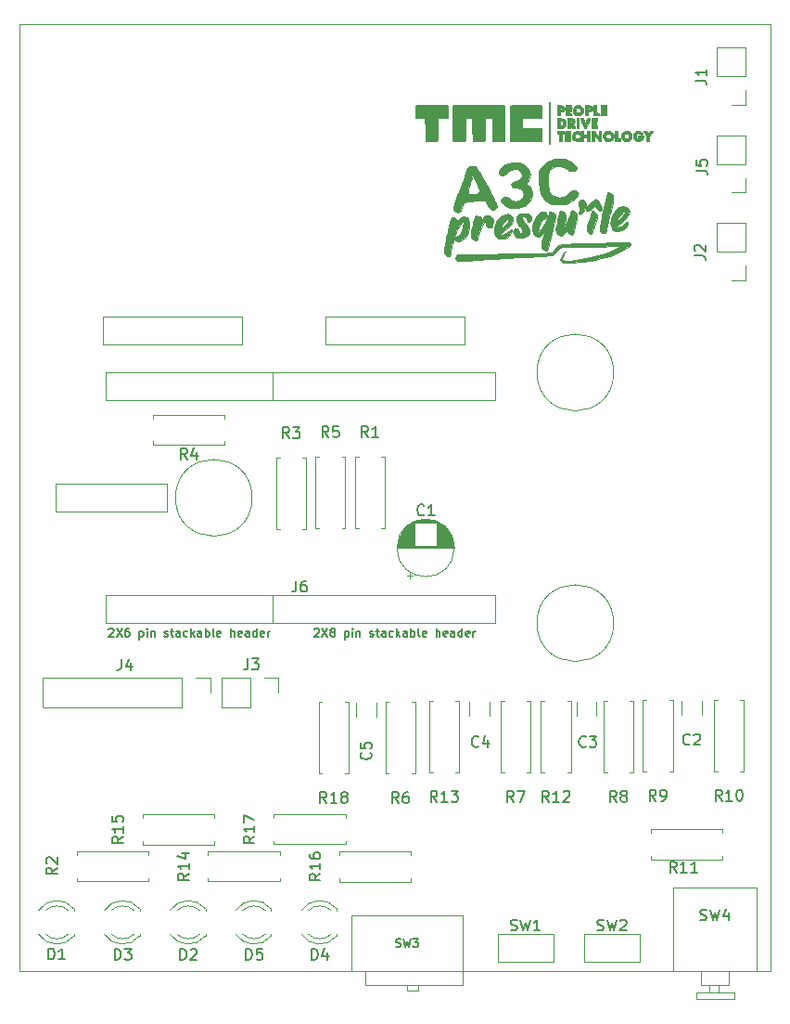
<source format=gto>
G04 #@! TF.GenerationSoftware,KiCad,Pcbnew,(5.1.4)-1*
G04 #@! TF.CreationDate,2019-12-06T09:41:04+01:00*
G04 #@! TF.ProjectId,e-p-wifi,652d702d-7769-4666-992e-6b696361645f,1.0*
G04 #@! TF.SameCoordinates,Original*
G04 #@! TF.FileFunction,Legend,Top*
G04 #@! TF.FilePolarity,Positive*
%FSLAX46Y46*%
G04 Gerber Fmt 4.6, Leading zero omitted, Abs format (unit mm)*
G04 Created by KiCad (PCBNEW (5.1.4)-1) date 2019-12-06 09:41:04*
%MOMM*%
%LPD*%
G04 APERTURE LIST*
%ADD10C,0.100000*%
%ADD11C,0.050000*%
%ADD12C,0.120000*%
%ADD13C,0.010000*%
%ADD14C,0.150000*%
G04 APERTURE END LIST*
D10*
X40326000Y-46670000D02*
X40326000Y-49210000D01*
X27626000Y-46670000D02*
X27626000Y-49210000D01*
X27626000Y-46670000D02*
X40326000Y-46670000D01*
X27626000Y-49210000D02*
X40326000Y-49210000D01*
X47940000Y-49210000D02*
X47940000Y-46670000D01*
X60640000Y-46670000D02*
X60640000Y-49210000D01*
X47940000Y-46670000D02*
X60640000Y-46670000D01*
X47940000Y-49210000D02*
X60640000Y-49210000D01*
X23302000Y-64450000D02*
X33462000Y-64450000D01*
X33462000Y-61910000D02*
X23302000Y-61910000D01*
X23302000Y-61910000D02*
X23302000Y-64450000D01*
D11*
X74265000Y-74610000D02*
G75*
G03X74265000Y-74610000I-3500000J0D01*
G01*
D10*
X20000000Y-106360000D02*
X88580000Y-106360000D01*
X88580000Y-20000000D02*
X88580000Y-106360000D01*
X20000000Y-20000000D02*
X20000000Y-106360000D01*
D11*
X41255000Y-63180000D02*
G75*
G03X41255000Y-63180000I-3500000J0D01*
G01*
D10*
X33462000Y-61910000D02*
X33462000Y-64450000D01*
D11*
X74265000Y-51750000D02*
G75*
G03X74265000Y-51750000I-3500000J0D01*
G01*
D10*
X20000000Y-20000000D02*
X88580000Y-20000000D01*
D12*
X45757665Y-102978608D02*
G75*
G03X48990000Y-103135516I1672335J1078608D01*
G01*
X45757665Y-100821392D02*
G75*
G02X48990000Y-100664484I1672335J-1078608D01*
G01*
X46388870Y-102979837D02*
G75*
G03X48470961Y-102980000I1041130J1079837D01*
G01*
X46388870Y-100820163D02*
G75*
G02X48470961Y-100820000I1041130J-1079837D01*
G01*
X48990000Y-103136000D02*
X48990000Y-102980000D01*
X48990000Y-100820000D02*
X48990000Y-100664000D01*
X24990000Y-100820000D02*
X24990000Y-100664000D01*
X24990000Y-103136000D02*
X24990000Y-102980000D01*
X22388870Y-100820163D02*
G75*
G02X24470961Y-100820000I1041130J-1079837D01*
G01*
X22388870Y-102979837D02*
G75*
G03X24470961Y-102980000I1041130J1079837D01*
G01*
X21757665Y-100821392D02*
G75*
G02X24990000Y-100664484I1672335J-1078608D01*
G01*
X21757665Y-102978608D02*
G75*
G03X24990000Y-103135516I1672335J1078608D01*
G01*
X70870000Y-81781000D02*
X70870000Y-83039000D01*
X72710000Y-81781000D02*
X72710000Y-83039000D01*
X86330000Y-22130000D02*
X83670000Y-22130000D01*
X86330000Y-24730000D02*
X86330000Y-22130000D01*
X83670000Y-24730000D02*
X83670000Y-22130000D01*
X86330000Y-24730000D02*
X83670000Y-24730000D01*
X86330000Y-26000000D02*
X86330000Y-27330000D01*
X86330000Y-27330000D02*
X85000000Y-27330000D01*
X86330000Y-38130000D02*
X83670000Y-38130000D01*
X86330000Y-40730000D02*
X86330000Y-38130000D01*
X83670000Y-40730000D02*
X83670000Y-38130000D01*
X86330000Y-40730000D02*
X83670000Y-40730000D01*
X86330000Y-42000000D02*
X86330000Y-43330000D01*
X86330000Y-43330000D02*
X85000000Y-43330000D01*
X43660000Y-79630000D02*
X43660000Y-80960000D01*
X42330000Y-79630000D02*
X43660000Y-79630000D01*
X41060000Y-79630000D02*
X41060000Y-82290000D01*
X41060000Y-82290000D02*
X38460000Y-82290000D01*
X41060000Y-79630000D02*
X38460000Y-79630000D01*
X38460000Y-79630000D02*
X38460000Y-82290000D01*
X59720000Y-67750000D02*
G75*
G03X59720000Y-67750000I-2620000J0D01*
G01*
X54520000Y-67750000D02*
X59680000Y-67750000D01*
X54520000Y-67710000D02*
X59680000Y-67710000D01*
X54521000Y-67670000D02*
X59679000Y-67670000D01*
X54522000Y-67630000D02*
X59678000Y-67630000D01*
X54524000Y-67590000D02*
X59676000Y-67590000D01*
X54527000Y-67550000D02*
X59673000Y-67550000D01*
X54531000Y-67510000D02*
X56060000Y-67510000D01*
X58140000Y-67510000D02*
X59669000Y-67510000D01*
X54535000Y-67470000D02*
X56060000Y-67470000D01*
X58140000Y-67470000D02*
X59665000Y-67470000D01*
X54539000Y-67430000D02*
X56060000Y-67430000D01*
X58140000Y-67430000D02*
X59661000Y-67430000D01*
X54544000Y-67390000D02*
X56060000Y-67390000D01*
X58140000Y-67390000D02*
X59656000Y-67390000D01*
X54550000Y-67350000D02*
X56060000Y-67350000D01*
X58140000Y-67350000D02*
X59650000Y-67350000D01*
X54557000Y-67310000D02*
X56060000Y-67310000D01*
X58140000Y-67310000D02*
X59643000Y-67310000D01*
X54564000Y-67270000D02*
X56060000Y-67270000D01*
X58140000Y-67270000D02*
X59636000Y-67270000D01*
X54572000Y-67230000D02*
X56060000Y-67230000D01*
X58140000Y-67230000D02*
X59628000Y-67230000D01*
X54580000Y-67190000D02*
X56060000Y-67190000D01*
X58140000Y-67190000D02*
X59620000Y-67190000D01*
X54589000Y-67150000D02*
X56060000Y-67150000D01*
X58140000Y-67150000D02*
X59611000Y-67150000D01*
X54599000Y-67110000D02*
X56060000Y-67110000D01*
X58140000Y-67110000D02*
X59601000Y-67110000D01*
X54609000Y-67070000D02*
X56060000Y-67070000D01*
X58140000Y-67070000D02*
X59591000Y-67070000D01*
X54620000Y-67029000D02*
X56060000Y-67029000D01*
X58140000Y-67029000D02*
X59580000Y-67029000D01*
X54632000Y-66989000D02*
X56060000Y-66989000D01*
X58140000Y-66989000D02*
X59568000Y-66989000D01*
X54645000Y-66949000D02*
X56060000Y-66949000D01*
X58140000Y-66949000D02*
X59555000Y-66949000D01*
X54658000Y-66909000D02*
X56060000Y-66909000D01*
X58140000Y-66909000D02*
X59542000Y-66909000D01*
X54672000Y-66869000D02*
X56060000Y-66869000D01*
X58140000Y-66869000D02*
X59528000Y-66869000D01*
X54686000Y-66829000D02*
X56060000Y-66829000D01*
X58140000Y-66829000D02*
X59514000Y-66829000D01*
X54702000Y-66789000D02*
X56060000Y-66789000D01*
X58140000Y-66789000D02*
X59498000Y-66789000D01*
X54718000Y-66749000D02*
X56060000Y-66749000D01*
X58140000Y-66749000D02*
X59482000Y-66749000D01*
X54735000Y-66709000D02*
X56060000Y-66709000D01*
X58140000Y-66709000D02*
X59465000Y-66709000D01*
X54752000Y-66669000D02*
X56060000Y-66669000D01*
X58140000Y-66669000D02*
X59448000Y-66669000D01*
X54771000Y-66629000D02*
X56060000Y-66629000D01*
X58140000Y-66629000D02*
X59429000Y-66629000D01*
X54790000Y-66589000D02*
X56060000Y-66589000D01*
X58140000Y-66589000D02*
X59410000Y-66589000D01*
X54810000Y-66549000D02*
X56060000Y-66549000D01*
X58140000Y-66549000D02*
X59390000Y-66549000D01*
X54832000Y-66509000D02*
X56060000Y-66509000D01*
X58140000Y-66509000D02*
X59368000Y-66509000D01*
X54853000Y-66469000D02*
X56060000Y-66469000D01*
X58140000Y-66469000D02*
X59347000Y-66469000D01*
X54876000Y-66429000D02*
X56060000Y-66429000D01*
X58140000Y-66429000D02*
X59324000Y-66429000D01*
X54900000Y-66389000D02*
X56060000Y-66389000D01*
X58140000Y-66389000D02*
X59300000Y-66389000D01*
X54925000Y-66349000D02*
X56060000Y-66349000D01*
X58140000Y-66349000D02*
X59275000Y-66349000D01*
X54951000Y-66309000D02*
X56060000Y-66309000D01*
X58140000Y-66309000D02*
X59249000Y-66309000D01*
X54978000Y-66269000D02*
X56060000Y-66269000D01*
X58140000Y-66269000D02*
X59222000Y-66269000D01*
X55005000Y-66229000D02*
X56060000Y-66229000D01*
X58140000Y-66229000D02*
X59195000Y-66229000D01*
X55035000Y-66189000D02*
X56060000Y-66189000D01*
X58140000Y-66189000D02*
X59165000Y-66189000D01*
X55065000Y-66149000D02*
X56060000Y-66149000D01*
X58140000Y-66149000D02*
X59135000Y-66149000D01*
X55096000Y-66109000D02*
X56060000Y-66109000D01*
X58140000Y-66109000D02*
X59104000Y-66109000D01*
X55129000Y-66069000D02*
X56060000Y-66069000D01*
X58140000Y-66069000D02*
X59071000Y-66069000D01*
X55163000Y-66029000D02*
X56060000Y-66029000D01*
X58140000Y-66029000D02*
X59037000Y-66029000D01*
X55199000Y-65989000D02*
X56060000Y-65989000D01*
X58140000Y-65989000D02*
X59001000Y-65989000D01*
X55236000Y-65949000D02*
X56060000Y-65949000D01*
X58140000Y-65949000D02*
X58964000Y-65949000D01*
X55274000Y-65909000D02*
X56060000Y-65909000D01*
X58140000Y-65909000D02*
X58926000Y-65909000D01*
X55315000Y-65869000D02*
X56060000Y-65869000D01*
X58140000Y-65869000D02*
X58885000Y-65869000D01*
X55357000Y-65829000D02*
X56060000Y-65829000D01*
X58140000Y-65829000D02*
X58843000Y-65829000D01*
X55401000Y-65789000D02*
X56060000Y-65789000D01*
X58140000Y-65789000D02*
X58799000Y-65789000D01*
X55447000Y-65749000D02*
X56060000Y-65749000D01*
X58140000Y-65749000D02*
X58753000Y-65749000D01*
X55495000Y-65709000D02*
X56060000Y-65709000D01*
X58140000Y-65709000D02*
X58705000Y-65709000D01*
X55546000Y-65669000D02*
X56060000Y-65669000D01*
X58140000Y-65669000D02*
X58654000Y-65669000D01*
X55600000Y-65629000D02*
X56060000Y-65629000D01*
X58140000Y-65629000D02*
X58600000Y-65629000D01*
X55657000Y-65589000D02*
X56060000Y-65589000D01*
X58140000Y-65589000D02*
X58543000Y-65589000D01*
X55717000Y-65549000D02*
X56060000Y-65549000D01*
X58140000Y-65549000D02*
X58483000Y-65549000D01*
X55781000Y-65509000D02*
X56060000Y-65509000D01*
X58140000Y-65509000D02*
X58419000Y-65509000D01*
X55849000Y-65469000D02*
X56060000Y-65469000D01*
X58140000Y-65469000D02*
X58351000Y-65469000D01*
X55922000Y-65429000D02*
X58278000Y-65429000D01*
X56002000Y-65389000D02*
X58198000Y-65389000D01*
X56089000Y-65349000D02*
X58111000Y-65349000D01*
X56185000Y-65309000D02*
X58015000Y-65309000D01*
X56295000Y-65269000D02*
X57905000Y-65269000D01*
X56423000Y-65229000D02*
X57777000Y-65229000D01*
X56582000Y-65189000D02*
X57618000Y-65189000D01*
X56816000Y-65149000D02*
X57384000Y-65149000D01*
X55625000Y-70554775D02*
X55625000Y-70054775D01*
X55375000Y-70304775D02*
X55875000Y-70304775D01*
X22100000Y-79630000D02*
X22100000Y-82290000D01*
X34860000Y-79630000D02*
X22100000Y-79630000D01*
X34860000Y-82290000D02*
X22100000Y-82290000D01*
X34860000Y-79630000D02*
X34860000Y-82290000D01*
X36130000Y-79630000D02*
X37460000Y-79630000D01*
X37460000Y-79630000D02*
X37460000Y-80960000D01*
D13*
G36*
X73582833Y-27581833D02*
G01*
X73307667Y-27581833D01*
X73307667Y-27730000D01*
X73585153Y-27730000D01*
X73578701Y-27830014D01*
X73572250Y-27930028D01*
X73445250Y-27930555D01*
X73318250Y-27931083D01*
X73311617Y-27999875D01*
X73304984Y-28068666D01*
X73582833Y-28068666D01*
X73582833Y-28280333D01*
X73074833Y-28280333D01*
X73074833Y-27370166D01*
X73582833Y-27370166D01*
X73582833Y-27581833D01*
X73582833Y-27581833D01*
G37*
X73582833Y-27581833D02*
X73307667Y-27581833D01*
X73307667Y-27730000D01*
X73585153Y-27730000D01*
X73578701Y-27830014D01*
X73572250Y-27930028D01*
X73445250Y-27930555D01*
X73318250Y-27931083D01*
X73311617Y-27999875D01*
X73304984Y-28068666D01*
X73582833Y-28068666D01*
X73582833Y-28280333D01*
X73074833Y-28280333D01*
X73074833Y-27370166D01*
X73582833Y-27370166D01*
X73582833Y-27581833D01*
G36*
X72689061Y-27723711D02*
G01*
X72694872Y-28066673D01*
X72826644Y-28072961D01*
X72958417Y-28079250D01*
X72964868Y-28179791D01*
X72971319Y-28280333D01*
X72438991Y-28280333D01*
X72444704Y-27830541D01*
X72450417Y-27380750D01*
X72683250Y-27380750D01*
X72689061Y-27723711D01*
X72689061Y-27723711D01*
G37*
X72689061Y-27723711D02*
X72694872Y-28066673D01*
X72826644Y-28072961D01*
X72958417Y-28079250D01*
X72964868Y-28179791D01*
X72971319Y-28280333D01*
X72438991Y-28280333D01*
X72444704Y-27830541D01*
X72450417Y-27380750D01*
X72683250Y-27380750D01*
X72689061Y-27723711D01*
G36*
X71901228Y-27375920D02*
G01*
X72026875Y-27384245D01*
X72118497Y-27396996D01*
X72184383Y-27417327D01*
X72232823Y-27448391D01*
X72272105Y-27493340D01*
X72292598Y-27524775D01*
X72327686Y-27618197D01*
X72330849Y-27720087D01*
X72304692Y-27818335D01*
X72251823Y-27900832D01*
X72202982Y-27941124D01*
X72122489Y-27973217D01*
X72016381Y-27983901D01*
X72011208Y-27983920D01*
X71889500Y-27984000D01*
X71889500Y-28280333D01*
X71656667Y-28280333D01*
X71656667Y-27687666D01*
X71889500Y-27687666D01*
X71891165Y-27750440D01*
X71899873Y-27781754D01*
X71921190Y-27792457D01*
X71943808Y-27793500D01*
X72003117Y-27784853D01*
X72039058Y-27771588D01*
X72069876Y-27734231D01*
X72079973Y-27678768D01*
X72067477Y-27624996D01*
X72054600Y-27607233D01*
X72016844Y-27589482D01*
X71960916Y-27581839D01*
X71959350Y-27581833D01*
X71918012Y-27583697D01*
X71897400Y-27596578D01*
X71890300Y-27631406D01*
X71889500Y-27687666D01*
X71656667Y-27687666D01*
X71656667Y-27363875D01*
X71901228Y-27375920D01*
X71901228Y-27375920D01*
G37*
X71901228Y-27375920D02*
X72026875Y-27384245D01*
X72118497Y-27396996D01*
X72184383Y-27417327D01*
X72232823Y-27448391D01*
X72272105Y-27493340D01*
X72292598Y-27524775D01*
X72327686Y-27618197D01*
X72330849Y-27720087D01*
X72304692Y-27818335D01*
X72251823Y-27900832D01*
X72202982Y-27941124D01*
X72122489Y-27973217D01*
X72016381Y-27983901D01*
X72011208Y-27983920D01*
X71889500Y-27984000D01*
X71889500Y-28280333D01*
X71656667Y-28280333D01*
X71656667Y-27687666D01*
X71889500Y-27687666D01*
X71891165Y-27750440D01*
X71899873Y-27781754D01*
X71921190Y-27792457D01*
X71943808Y-27793500D01*
X72003117Y-27784853D01*
X72039058Y-27771588D01*
X72069876Y-27734231D01*
X72079973Y-27678768D01*
X72067477Y-27624996D01*
X72054600Y-27607233D01*
X72016844Y-27589482D01*
X71960916Y-27581839D01*
X71959350Y-27581833D01*
X71918012Y-27583697D01*
X71897400Y-27596578D01*
X71890300Y-27631406D01*
X71889500Y-27687666D01*
X71656667Y-27687666D01*
X71656667Y-27363875D01*
X71901228Y-27375920D01*
G36*
X70424868Y-27481291D02*
G01*
X70431319Y-27581833D01*
X70153833Y-27581833D01*
X70153833Y-27730000D01*
X70407833Y-27730000D01*
X70407833Y-27918387D01*
X70286125Y-27924735D01*
X70217566Y-27929429D01*
X70180565Y-27938475D01*
X70164385Y-27958075D01*
X70158291Y-27994431D01*
X70157862Y-27998832D01*
X70151307Y-28066581D01*
X70284862Y-28072915D01*
X70418417Y-28079250D01*
X70424868Y-28179791D01*
X70431319Y-28280333D01*
X69898991Y-28280333D01*
X69904704Y-27830541D01*
X69910417Y-27380750D01*
X70418417Y-27380750D01*
X70424868Y-27481291D01*
X70424868Y-27481291D01*
G37*
X70424868Y-27481291D02*
X70431319Y-27581833D01*
X70153833Y-27581833D01*
X70153833Y-27730000D01*
X70407833Y-27730000D01*
X70407833Y-27918387D01*
X70286125Y-27924735D01*
X70217566Y-27929429D01*
X70180565Y-27938475D01*
X70164385Y-27958075D01*
X70158291Y-27994431D01*
X70157862Y-27998832D01*
X70151307Y-28066581D01*
X70284862Y-28072915D01*
X70418417Y-28079250D01*
X70424868Y-28179791D01*
X70431319Y-28280333D01*
X69898991Y-28280333D01*
X69904704Y-27830541D01*
X69910417Y-27380750D01*
X70418417Y-27380750D01*
X70424868Y-27481291D01*
G36*
X69361228Y-27375920D02*
G01*
X69488208Y-27384455D01*
X69578423Y-27396139D01*
X69637380Y-27411833D01*
X69658572Y-27422549D01*
X69731794Y-27492658D01*
X69776483Y-27581810D01*
X69792835Y-27680346D01*
X69781046Y-27778607D01*
X69741313Y-27866933D01*
X69673833Y-27935666D01*
X69647820Y-27951222D01*
X69589681Y-27970117D01*
X69511656Y-27981958D01*
X69466968Y-27984000D01*
X69349500Y-27984000D01*
X69349500Y-28280333D01*
X69116667Y-28280333D01*
X69116667Y-27687666D01*
X69349500Y-27687666D01*
X69351165Y-27750440D01*
X69359873Y-27781754D01*
X69381190Y-27792457D01*
X69403808Y-27793500D01*
X69463117Y-27784853D01*
X69499058Y-27771588D01*
X69529876Y-27734231D01*
X69539973Y-27678768D01*
X69527477Y-27624996D01*
X69514600Y-27607233D01*
X69476844Y-27589482D01*
X69420916Y-27581839D01*
X69419350Y-27581833D01*
X69378012Y-27583697D01*
X69357400Y-27596578D01*
X69350300Y-27631406D01*
X69349500Y-27687666D01*
X69116667Y-27687666D01*
X69116667Y-27363875D01*
X69361228Y-27375920D01*
X69361228Y-27375920D01*
G37*
X69361228Y-27375920D02*
X69488208Y-27384455D01*
X69578423Y-27396139D01*
X69637380Y-27411833D01*
X69658572Y-27422549D01*
X69731794Y-27492658D01*
X69776483Y-27581810D01*
X69792835Y-27680346D01*
X69781046Y-27778607D01*
X69741313Y-27866933D01*
X69673833Y-27935666D01*
X69647820Y-27951222D01*
X69589681Y-27970117D01*
X69511656Y-27981958D01*
X69466968Y-27984000D01*
X69349500Y-27984000D01*
X69349500Y-28280333D01*
X69116667Y-28280333D01*
X69116667Y-27687666D01*
X69349500Y-27687666D01*
X69351165Y-27750440D01*
X69359873Y-27781754D01*
X69381190Y-27792457D01*
X69403808Y-27793500D01*
X69463117Y-27784853D01*
X69499058Y-27771588D01*
X69529876Y-27734231D01*
X69539973Y-27678768D01*
X69527477Y-27624996D01*
X69514600Y-27607233D01*
X69476844Y-27589482D01*
X69420916Y-27581839D01*
X69419350Y-27581833D01*
X69378012Y-27583697D01*
X69357400Y-27596578D01*
X69350300Y-27631406D01*
X69349500Y-27687666D01*
X69116667Y-27687666D01*
X69116667Y-27363875D01*
X69361228Y-27375920D01*
G36*
X71169082Y-27383548D02*
G01*
X71244098Y-27409642D01*
X71353791Y-27480973D01*
X71435281Y-27578118D01*
X71486472Y-27693564D01*
X71505267Y-27819802D01*
X71489572Y-27949318D01*
X71437290Y-28074603D01*
X71432054Y-28083266D01*
X71349132Y-28179247D01*
X71240495Y-28248777D01*
X71115306Y-28289399D01*
X70982725Y-28298657D01*
X70851913Y-28274097D01*
X70799262Y-28252895D01*
X70678429Y-28174547D01*
X70590839Y-28073916D01*
X70538069Y-27956811D01*
X70521694Y-27829042D01*
X70522156Y-27826202D01*
X70771189Y-27826202D01*
X70788500Y-27919614D01*
X70790016Y-27923356D01*
X70841586Y-27998406D01*
X70916171Y-28046091D01*
X71003175Y-28064779D01*
X71092003Y-28052841D01*
X71172057Y-28008646D01*
X71195605Y-27985747D01*
X71246651Y-27901958D01*
X71256482Y-27814502D01*
X71225310Y-27728421D01*
X71182533Y-27674966D01*
X71128664Y-27628453D01*
X71077532Y-27607534D01*
X71014824Y-27603000D01*
X70917809Y-27620806D01*
X70841256Y-27669084D01*
X70790578Y-27740121D01*
X70771189Y-27826202D01*
X70522156Y-27826202D01*
X70543287Y-27696418D01*
X70604424Y-27564747D01*
X70610247Y-27555682D01*
X70686566Y-27475229D01*
X70790833Y-27415433D01*
X70912825Y-27378651D01*
X71042316Y-27367237D01*
X71169082Y-27383548D01*
X71169082Y-27383548D01*
G37*
X71169082Y-27383548D02*
X71244098Y-27409642D01*
X71353791Y-27480973D01*
X71435281Y-27578118D01*
X71486472Y-27693564D01*
X71505267Y-27819802D01*
X71489572Y-27949318D01*
X71437290Y-28074603D01*
X71432054Y-28083266D01*
X71349132Y-28179247D01*
X71240495Y-28248777D01*
X71115306Y-28289399D01*
X70982725Y-28298657D01*
X70851913Y-28274097D01*
X70799262Y-28252895D01*
X70678429Y-28174547D01*
X70590839Y-28073916D01*
X70538069Y-27956811D01*
X70521694Y-27829042D01*
X70522156Y-27826202D01*
X70771189Y-27826202D01*
X70788500Y-27919614D01*
X70790016Y-27923356D01*
X70841586Y-27998406D01*
X70916171Y-28046091D01*
X71003175Y-28064779D01*
X71092003Y-28052841D01*
X71172057Y-28008646D01*
X71195605Y-27985747D01*
X71246651Y-27901958D01*
X71256482Y-27814502D01*
X71225310Y-27728421D01*
X71182533Y-27674966D01*
X71128664Y-27628453D01*
X71077532Y-27607534D01*
X71014824Y-27603000D01*
X70917809Y-27620806D01*
X70841256Y-27669084D01*
X70790578Y-27740121D01*
X70771189Y-27826202D01*
X70522156Y-27826202D01*
X70543287Y-27696418D01*
X70604424Y-27564747D01*
X70610247Y-27555682D01*
X70686566Y-27475229D01*
X70790833Y-27415433D01*
X70912825Y-27378651D01*
X71042316Y-27367237D01*
X71169082Y-27383548D01*
G36*
X72736167Y-28767166D02*
G01*
X72461000Y-28767166D01*
X72461000Y-28915333D01*
X72715000Y-28915333D01*
X72715000Y-29105833D01*
X72461000Y-29105833D01*
X72461000Y-29254000D01*
X72736167Y-29254000D01*
X72736167Y-29465666D01*
X72228167Y-29465666D01*
X72228167Y-28555500D01*
X72736167Y-28555500D01*
X72736167Y-28767166D01*
X72736167Y-28767166D01*
G37*
X72736167Y-28767166D02*
X72461000Y-28767166D01*
X72461000Y-28915333D01*
X72715000Y-28915333D01*
X72715000Y-29105833D01*
X72461000Y-29105833D01*
X72461000Y-29254000D01*
X72736167Y-29254000D01*
X72736167Y-29465666D01*
X72228167Y-29465666D01*
X72228167Y-28555500D01*
X72736167Y-28555500D01*
X72736167Y-28767166D01*
G36*
X72069259Y-28559050D02*
G01*
X72112486Y-28568418D01*
X72122333Y-28577546D01*
X72114368Y-28602680D01*
X72092065Y-28660806D01*
X72057808Y-28746028D01*
X72013985Y-28852447D01*
X71962980Y-28974168D01*
X71938208Y-29032629D01*
X71754082Y-29465666D01*
X71662587Y-29465666D01*
X71600817Y-29461317D01*
X71566925Y-29444319D01*
X71550707Y-29418041D01*
X71474710Y-29239455D01*
X71405177Y-29074032D01*
X71343772Y-28925872D01*
X71292160Y-28799076D01*
X71252006Y-28697743D01*
X71224972Y-28625975D01*
X71212724Y-28587870D01*
X71212167Y-28584002D01*
X71221778Y-28566437D01*
X71256052Y-28558738D01*
X71323145Y-28559263D01*
X71332562Y-28559735D01*
X71452958Y-28566083D01*
X71554432Y-28817938D01*
X71593114Y-28913121D01*
X71626223Y-28993043D01*
X71650543Y-29050055D01*
X71662860Y-29076503D01*
X71663458Y-29077346D01*
X71673465Y-29061667D01*
X71695631Y-29013425D01*
X71726940Y-28939575D01*
X71764374Y-28847075D01*
X71774963Y-28820253D01*
X71878917Y-28555608D01*
X72000625Y-28555554D01*
X72069259Y-28559050D01*
X72069259Y-28559050D01*
G37*
X72069259Y-28559050D02*
X72112486Y-28568418D01*
X72122333Y-28577546D01*
X72114368Y-28602680D01*
X72092065Y-28660806D01*
X72057808Y-28746028D01*
X72013985Y-28852447D01*
X71962980Y-28974168D01*
X71938208Y-29032629D01*
X71754082Y-29465666D01*
X71662587Y-29465666D01*
X71600817Y-29461317D01*
X71566925Y-29444319D01*
X71550707Y-29418041D01*
X71474710Y-29239455D01*
X71405177Y-29074032D01*
X71343772Y-28925872D01*
X71292160Y-28799076D01*
X71252006Y-28697743D01*
X71224972Y-28625975D01*
X71212724Y-28587870D01*
X71212167Y-28584002D01*
X71221778Y-28566437D01*
X71256052Y-28558738D01*
X71323145Y-28559263D01*
X71332562Y-28559735D01*
X71452958Y-28566083D01*
X71554432Y-28817938D01*
X71593114Y-28913121D01*
X71626223Y-28993043D01*
X71650543Y-29050055D01*
X71662860Y-29076503D01*
X71663458Y-29077346D01*
X71673465Y-29061667D01*
X71695631Y-29013425D01*
X71726940Y-28939575D01*
X71764374Y-28847075D01*
X71774963Y-28820253D01*
X71878917Y-28555608D01*
X72000625Y-28555554D01*
X72069259Y-28559050D01*
G36*
X71106333Y-29465666D02*
G01*
X70873500Y-29465666D01*
X70873500Y-28555500D01*
X71106333Y-28555500D01*
X71106333Y-29465666D01*
X71106333Y-29465666D01*
G37*
X71106333Y-29465666D02*
X70873500Y-29465666D01*
X70873500Y-28555500D01*
X71106333Y-28555500D01*
X71106333Y-29465666D01*
G36*
X70433422Y-28563523D02*
G01*
X70488935Y-28574230D01*
X70533329Y-28592196D01*
X70621631Y-28657547D01*
X70675801Y-28739678D01*
X70696084Y-28830667D01*
X70682726Y-28922591D01*
X70635973Y-29007527D01*
X70556070Y-29077554D01*
X70517626Y-29098346D01*
X70526828Y-29115197D01*
X70556939Y-29158134D01*
X70602760Y-29219918D01*
X70639219Y-29267679D01*
X70693589Y-29339663D01*
X70736547Y-29399377D01*
X70762480Y-29438858D01*
X70767552Y-29449791D01*
X70748303Y-29457864D01*
X70697814Y-29463580D01*
X70629656Y-29465666D01*
X70491645Y-29465666D01*
X70386239Y-29304200D01*
X70280833Y-29142735D01*
X70280833Y-29465666D01*
X70025991Y-29465666D01*
X70031704Y-29015875D01*
X70033787Y-28851833D01*
X70280833Y-28851833D01*
X70282607Y-28914693D01*
X70291423Y-28946054D01*
X70312526Y-28956714D01*
X70332238Y-28957666D01*
X70386698Y-28944315D01*
X70416905Y-28924404D01*
X70447327Y-28870130D01*
X70437563Y-28815397D01*
X70403123Y-28778950D01*
X70343736Y-28746405D01*
X70305514Y-28749283D01*
X70285571Y-28789303D01*
X70280833Y-28851833D01*
X70033787Y-28851833D01*
X70037417Y-28566083D01*
X70249083Y-28560446D01*
X70357010Y-28559324D01*
X70433422Y-28563523D01*
X70433422Y-28563523D01*
G37*
X70433422Y-28563523D02*
X70488935Y-28574230D01*
X70533329Y-28592196D01*
X70621631Y-28657547D01*
X70675801Y-28739678D01*
X70696084Y-28830667D01*
X70682726Y-28922591D01*
X70635973Y-29007527D01*
X70556070Y-29077554D01*
X70517626Y-29098346D01*
X70526828Y-29115197D01*
X70556939Y-29158134D01*
X70602760Y-29219918D01*
X70639219Y-29267679D01*
X70693589Y-29339663D01*
X70736547Y-29399377D01*
X70762480Y-29438858D01*
X70767552Y-29449791D01*
X70748303Y-29457864D01*
X70697814Y-29463580D01*
X70629656Y-29465666D01*
X70491645Y-29465666D01*
X70386239Y-29304200D01*
X70280833Y-29142735D01*
X70280833Y-29465666D01*
X70025991Y-29465666D01*
X70031704Y-29015875D01*
X70033787Y-28851833D01*
X70280833Y-28851833D01*
X70282607Y-28914693D01*
X70291423Y-28946054D01*
X70312526Y-28956714D01*
X70332238Y-28957666D01*
X70386698Y-28944315D01*
X70416905Y-28924404D01*
X70447327Y-28870130D01*
X70437563Y-28815397D01*
X70403123Y-28778950D01*
X70343736Y-28746405D01*
X70305514Y-28749283D01*
X70285571Y-28789303D01*
X70280833Y-28851833D01*
X70033787Y-28851833D01*
X70037417Y-28566083D01*
X70249083Y-28560446D01*
X70357010Y-28559324D01*
X70433422Y-28563523D01*
G36*
X69384241Y-28558727D02*
G01*
X69484308Y-28567198D01*
X69563879Y-28579099D01*
X69565416Y-28579424D01*
X69680804Y-28623750D01*
X69774328Y-28698189D01*
X69843548Y-28795241D01*
X69886025Y-28907403D01*
X69899319Y-29027177D01*
X69880992Y-29147060D01*
X69828604Y-29259553D01*
X69799343Y-29298700D01*
X69714997Y-29375401D01*
X69609154Y-29427453D01*
X69476229Y-29456810D01*
X69323042Y-29465459D01*
X69116667Y-29465666D01*
X69116667Y-28767166D01*
X69349500Y-28767166D01*
X69349500Y-29254000D01*
X69415026Y-29254000D01*
X69482006Y-29242735D01*
X69540222Y-29218751D01*
X69607135Y-29157092D01*
X69641001Y-29069949D01*
X69645833Y-29010583D01*
X69628720Y-28907865D01*
X69580045Y-28830284D01*
X69503804Y-28782038D01*
X69414051Y-28767166D01*
X69349500Y-28767166D01*
X69116667Y-28767166D01*
X69116667Y-28555500D01*
X69284958Y-28555500D01*
X69384241Y-28558727D01*
X69384241Y-28558727D01*
G37*
X69384241Y-28558727D02*
X69484308Y-28567198D01*
X69563879Y-28579099D01*
X69565416Y-28579424D01*
X69680804Y-28623750D01*
X69774328Y-28698189D01*
X69843548Y-28795241D01*
X69886025Y-28907403D01*
X69899319Y-29027177D01*
X69880992Y-29147060D01*
X69828604Y-29259553D01*
X69799343Y-29298700D01*
X69714997Y-29375401D01*
X69609154Y-29427453D01*
X69476229Y-29456810D01*
X69323042Y-29465459D01*
X69116667Y-29465666D01*
X69116667Y-28767166D01*
X69349500Y-28767166D01*
X69349500Y-29254000D01*
X69415026Y-29254000D01*
X69482006Y-29242735D01*
X69540222Y-29218751D01*
X69607135Y-29157092D01*
X69641001Y-29069949D01*
X69645833Y-29010583D01*
X69628720Y-28907865D01*
X69580045Y-28830284D01*
X69503804Y-28782038D01*
X69414051Y-28767166D01*
X69349500Y-28767166D01*
X69116667Y-28767166D01*
X69116667Y-28555500D01*
X69284958Y-28555500D01*
X69384241Y-28558727D01*
G36*
X77296373Y-29835989D02*
G01*
X77344210Y-29908521D01*
X77378449Y-29945496D01*
X77407004Y-29947819D01*
X77437788Y-29916393D01*
X77476063Y-29856504D01*
X77546167Y-29740833D01*
X77692999Y-29740833D01*
X77771938Y-29742675D01*
X77814442Y-29748978D01*
X77826284Y-29760909D01*
X77823867Y-29767291D01*
X77805354Y-29794818D01*
X77768066Y-29848106D01*
X77718021Y-29918603D01*
X77678583Y-29973666D01*
X77622974Y-30051454D01*
X77575706Y-30118354D01*
X77542885Y-30165677D01*
X77531815Y-30182443D01*
X77524291Y-30215788D01*
X77519335Y-30279708D01*
X77517703Y-30362484D01*
X77518085Y-30395103D01*
X77519137Y-30502676D01*
X77514874Y-30574954D01*
X77501907Y-30618927D01*
X77476848Y-30641589D01*
X77436309Y-30649932D01*
X77394096Y-30651000D01*
X77332088Y-30648240D01*
X77289214Y-30641246D01*
X77279944Y-30636888D01*
X77273924Y-30610922D01*
X77269183Y-30552519D01*
X77266353Y-30471567D01*
X77265833Y-30415370D01*
X77265833Y-30207962D01*
X77121545Y-30000856D01*
X77063704Y-29917517D01*
X77014101Y-29845463D01*
X76978157Y-29792606D01*
X76961546Y-29767291D01*
X76963252Y-29752793D01*
X76993550Y-29744442D01*
X77058204Y-29741061D01*
X77091030Y-29740833D01*
X77236225Y-29740833D01*
X77296373Y-29835989D01*
X77296373Y-29835989D01*
G37*
X77296373Y-29835989D02*
X77344210Y-29908521D01*
X77378449Y-29945496D01*
X77407004Y-29947819D01*
X77437788Y-29916393D01*
X77476063Y-29856504D01*
X77546167Y-29740833D01*
X77692999Y-29740833D01*
X77771938Y-29742675D01*
X77814442Y-29748978D01*
X77826284Y-29760909D01*
X77823867Y-29767291D01*
X77805354Y-29794818D01*
X77768066Y-29848106D01*
X77718021Y-29918603D01*
X77678583Y-29973666D01*
X77622974Y-30051454D01*
X77575706Y-30118354D01*
X77542885Y-30165677D01*
X77531815Y-30182443D01*
X77524291Y-30215788D01*
X77519335Y-30279708D01*
X77517703Y-30362484D01*
X77518085Y-30395103D01*
X77519137Y-30502676D01*
X77514874Y-30574954D01*
X77501907Y-30618927D01*
X77476848Y-30641589D01*
X77436309Y-30649932D01*
X77394096Y-30651000D01*
X77332088Y-30648240D01*
X77289214Y-30641246D01*
X77279944Y-30636888D01*
X77273924Y-30610922D01*
X77269183Y-30552519D01*
X77266353Y-30471567D01*
X77265833Y-30415370D01*
X77265833Y-30207962D01*
X77121545Y-30000856D01*
X77063704Y-29917517D01*
X77014101Y-29845463D01*
X76978157Y-29792606D01*
X76961546Y-29767291D01*
X76963252Y-29752793D01*
X76993550Y-29744442D01*
X77058204Y-29741061D01*
X77091030Y-29740833D01*
X77236225Y-29740833D01*
X77296373Y-29835989D01*
G36*
X76651232Y-29740585D02*
G01*
X76713073Y-29766540D01*
X76778429Y-29808252D01*
X76837911Y-29857573D01*
X76882133Y-29906359D01*
X76901706Y-29946461D01*
X76900897Y-29957246D01*
X76877362Y-29980688D01*
X76827798Y-30009606D01*
X76797039Y-30023584D01*
X76702174Y-30062918D01*
X76636382Y-29997125D01*
X76562324Y-29943202D01*
X76488789Y-29931293D01*
X76413982Y-29961440D01*
X76364133Y-30003300D01*
X76322080Y-30049980D01*
X76300575Y-30092830D01*
X76292912Y-30149760D01*
X76292167Y-30195428D01*
X76295217Y-30269584D01*
X76308229Y-30318650D01*
X76336994Y-30359664D01*
X76354038Y-30377461D01*
X76406234Y-30419485D01*
X76463249Y-30436968D01*
X76511252Y-30439333D01*
X76578073Y-30434170D01*
X76621845Y-30413584D01*
X76652544Y-30381125D01*
X76698494Y-30322916D01*
X76601164Y-30316465D01*
X76503833Y-30310013D01*
X76503833Y-30121833D01*
X76969500Y-30121833D01*
X76969500Y-30181491D01*
X76950578Y-30318448D01*
X76897581Y-30436931D01*
X76816163Y-30533084D01*
X76711979Y-30603051D01*
X76590683Y-30642978D01*
X76457929Y-30649009D01*
X76326557Y-30619903D01*
X76215653Y-30560222D01*
X76131289Y-30474453D01*
X76074002Y-30369918D01*
X76044333Y-30253937D01*
X76042821Y-30133830D01*
X76070003Y-30016919D01*
X76126419Y-29910523D01*
X76212608Y-29821964D01*
X76265289Y-29787621D01*
X76390713Y-29740149D01*
X76528278Y-29724592D01*
X76651232Y-29740585D01*
X76651232Y-29740585D01*
G37*
X76651232Y-29740585D02*
X76713073Y-29766540D01*
X76778429Y-29808252D01*
X76837911Y-29857573D01*
X76882133Y-29906359D01*
X76901706Y-29946461D01*
X76900897Y-29957246D01*
X76877362Y-29980688D01*
X76827798Y-30009606D01*
X76797039Y-30023584D01*
X76702174Y-30062918D01*
X76636382Y-29997125D01*
X76562324Y-29943202D01*
X76488789Y-29931293D01*
X76413982Y-29961440D01*
X76364133Y-30003300D01*
X76322080Y-30049980D01*
X76300575Y-30092830D01*
X76292912Y-30149760D01*
X76292167Y-30195428D01*
X76295217Y-30269584D01*
X76308229Y-30318650D01*
X76336994Y-30359664D01*
X76354038Y-30377461D01*
X76406234Y-30419485D01*
X76463249Y-30436968D01*
X76511252Y-30439333D01*
X76578073Y-30434170D01*
X76621845Y-30413584D01*
X76652544Y-30381125D01*
X76698494Y-30322916D01*
X76601164Y-30316465D01*
X76503833Y-30310013D01*
X76503833Y-30121833D01*
X76969500Y-30121833D01*
X76969500Y-30181491D01*
X76950578Y-30318448D01*
X76897581Y-30436931D01*
X76816163Y-30533084D01*
X76711979Y-30603051D01*
X76590683Y-30642978D01*
X76457929Y-30649009D01*
X76326557Y-30619903D01*
X76215653Y-30560222D01*
X76131289Y-30474453D01*
X76074002Y-30369918D01*
X76044333Y-30253937D01*
X76042821Y-30133830D01*
X76070003Y-30016919D01*
X76126419Y-29910523D01*
X76212608Y-29821964D01*
X76265289Y-29787621D01*
X76390713Y-29740149D01*
X76528278Y-29724592D01*
X76651232Y-29740585D01*
G36*
X74641167Y-30439333D02*
G01*
X74916333Y-30439333D01*
X74916333Y-30651000D01*
X74408333Y-30651000D01*
X74408333Y-29740833D01*
X74641167Y-29740833D01*
X74641167Y-30439333D01*
X74641167Y-30439333D01*
G37*
X74641167Y-30439333D02*
X74916333Y-30439333D01*
X74916333Y-30651000D01*
X74408333Y-30651000D01*
X74408333Y-29740833D01*
X74641167Y-29740833D01*
X74641167Y-30439333D01*
G36*
X73138333Y-30651000D02*
G01*
X72912252Y-30651000D01*
X72744834Y-30436195D01*
X72676837Y-30349351D01*
X72614042Y-30269873D01*
X72563261Y-30206335D01*
X72531307Y-30167315D01*
X72530460Y-30166320D01*
X72483504Y-30111250D01*
X72482835Y-30381125D01*
X72482167Y-30651000D01*
X72379861Y-30651000D01*
X72317157Y-30648299D01*
X72273489Y-30641440D01*
X72263444Y-30636888D01*
X72259223Y-30612396D01*
X72255506Y-30552047D01*
X72252494Y-30462317D01*
X72250388Y-30349683D01*
X72249388Y-30220621D01*
X72249333Y-30181805D01*
X72249333Y-29740833D01*
X72371042Y-29741765D01*
X72492750Y-29742697D01*
X72693833Y-30007413D01*
X72894917Y-30272128D01*
X72900841Y-30006481D01*
X72906765Y-29740833D01*
X73138333Y-29740833D01*
X73138333Y-30651000D01*
X73138333Y-30651000D01*
G37*
X73138333Y-30651000D02*
X72912252Y-30651000D01*
X72744834Y-30436195D01*
X72676837Y-30349351D01*
X72614042Y-30269873D01*
X72563261Y-30206335D01*
X72531307Y-30167315D01*
X72530460Y-30166320D01*
X72483504Y-30111250D01*
X72482835Y-30381125D01*
X72482167Y-30651000D01*
X72379861Y-30651000D01*
X72317157Y-30648299D01*
X72273489Y-30641440D01*
X72263444Y-30636888D01*
X72259223Y-30612396D01*
X72255506Y-30552047D01*
X72252494Y-30462317D01*
X72250388Y-30349683D01*
X72249388Y-30220621D01*
X72249333Y-30181805D01*
X72249333Y-29740833D01*
X72371042Y-29741765D01*
X72492750Y-29742697D01*
X72693833Y-30007413D01*
X72894917Y-30272128D01*
X72900841Y-30006481D01*
X72906765Y-29740833D01*
X73138333Y-29740833D01*
X73138333Y-30651000D01*
G36*
X71508500Y-30079500D02*
G01*
X71826000Y-30079500D01*
X71826000Y-29740833D01*
X71947708Y-29740848D01*
X72069417Y-29740863D01*
X72066856Y-30190640D01*
X72064295Y-30640416D01*
X71945986Y-30646739D01*
X71827678Y-30653062D01*
X71821547Y-30466822D01*
X71815417Y-30280583D01*
X71519083Y-30280583D01*
X71508500Y-30460500D01*
X71497917Y-30640416D01*
X71391270Y-30646659D01*
X71327127Y-30647488D01*
X71281525Y-30642694D01*
X71269562Y-30637839D01*
X71265055Y-30613052D01*
X71261087Y-30552426D01*
X71257872Y-30462456D01*
X71255624Y-30349637D01*
X71254557Y-30220463D01*
X71254500Y-30181805D01*
X71254500Y-29740833D01*
X71508500Y-29740833D01*
X71508500Y-30079500D01*
X71508500Y-30079500D01*
G37*
X71508500Y-30079500D02*
X71826000Y-30079500D01*
X71826000Y-29740833D01*
X71947708Y-29740848D01*
X72069417Y-29740863D01*
X72066856Y-30190640D01*
X72064295Y-30640416D01*
X71945986Y-30646739D01*
X71827678Y-30653062D01*
X71821547Y-30466822D01*
X71815417Y-30280583D01*
X71519083Y-30280583D01*
X71508500Y-30460500D01*
X71497917Y-30640416D01*
X71391270Y-30646659D01*
X71327127Y-30647488D01*
X71281525Y-30642694D01*
X71269562Y-30637839D01*
X71265055Y-30613052D01*
X71261087Y-30552426D01*
X71257872Y-30462456D01*
X71255624Y-30349637D01*
X71254557Y-30220463D01*
X71254500Y-30181805D01*
X71254500Y-29740833D01*
X71508500Y-29740833D01*
X71508500Y-30079500D01*
G36*
X70344333Y-29952500D02*
G01*
X70069167Y-29952500D01*
X70069167Y-30079500D01*
X70323167Y-30079500D01*
X70323167Y-30291166D01*
X70069167Y-30291166D01*
X70069167Y-30439333D01*
X70344333Y-30439333D01*
X70344333Y-30651000D01*
X70090333Y-30651000D01*
X69992116Y-30649760D01*
X69911326Y-30646385D01*
X69856201Y-30641385D01*
X69834979Y-30635272D01*
X69834955Y-30635125D01*
X69834656Y-30611200D01*
X69834459Y-30552757D01*
X69834356Y-30467614D01*
X69834340Y-30363584D01*
X69834402Y-30248484D01*
X69834535Y-30130131D01*
X69834733Y-30016339D01*
X69834986Y-29914924D01*
X69835287Y-29833703D01*
X69835629Y-29780490D01*
X69835804Y-29767291D01*
X69847998Y-29755319D01*
X69887209Y-29747257D01*
X69958222Y-29742608D01*
X70065826Y-29740874D01*
X70090333Y-29740833D01*
X70344333Y-29740833D01*
X70344333Y-29952500D01*
X70344333Y-29952500D01*
G37*
X70344333Y-29952500D02*
X70069167Y-29952500D01*
X70069167Y-30079500D01*
X70323167Y-30079500D01*
X70323167Y-30291166D01*
X70069167Y-30291166D01*
X70069167Y-30439333D01*
X70344333Y-30439333D01*
X70344333Y-30651000D01*
X70090333Y-30651000D01*
X69992116Y-30649760D01*
X69911326Y-30646385D01*
X69856201Y-30641385D01*
X69834979Y-30635272D01*
X69834955Y-30635125D01*
X69834656Y-30611200D01*
X69834459Y-30552757D01*
X69834356Y-30467614D01*
X69834340Y-30363584D01*
X69834402Y-30248484D01*
X69834535Y-30130131D01*
X69834733Y-30016339D01*
X69834986Y-29914924D01*
X69835287Y-29833703D01*
X69835629Y-29780490D01*
X69835804Y-29767291D01*
X69847998Y-29755319D01*
X69887209Y-29747257D01*
X69958222Y-29742608D01*
X70065826Y-29740874D01*
X70090333Y-29740833D01*
X70344333Y-29740833D01*
X70344333Y-29952500D01*
G36*
X69730500Y-29952500D02*
G01*
X69540000Y-29952500D01*
X69540000Y-30651000D01*
X69307167Y-30651000D01*
X69307167Y-29952500D01*
X69116667Y-29952500D01*
X69116667Y-29740833D01*
X69730500Y-29740833D01*
X69730500Y-29952500D01*
X69730500Y-29952500D01*
G37*
X69730500Y-29952500D02*
X69540000Y-29952500D01*
X69540000Y-30651000D01*
X69307167Y-30651000D01*
X69307167Y-29952500D01*
X69116667Y-29952500D01*
X69116667Y-29740833D01*
X69730500Y-29740833D01*
X69730500Y-29952500D01*
G36*
X66691318Y-27372630D02*
G01*
X66888332Y-27373639D01*
X67071410Y-27375339D01*
X67236224Y-27377746D01*
X67378444Y-27380878D01*
X67493744Y-27384750D01*
X67577795Y-27389381D01*
X67626268Y-27394786D01*
X67635000Y-27397303D01*
X67687917Y-27424309D01*
X67693571Y-27957792D01*
X67695166Y-28122077D01*
X67695814Y-28249304D01*
X67695176Y-28344742D01*
X67692913Y-28413661D01*
X67688686Y-28461331D01*
X67682157Y-28493023D01*
X67672986Y-28514006D01*
X67660834Y-28529551D01*
X67656529Y-28533970D01*
X67644524Y-28544642D01*
X67629217Y-28553370D01*
X67606545Y-28560350D01*
X67572445Y-28565777D01*
X67522853Y-28569846D01*
X67453707Y-28572752D01*
X67360944Y-28574690D01*
X67240500Y-28575855D01*
X67088313Y-28576442D01*
X66900319Y-28576646D01*
X66767167Y-28576666D01*
X65920500Y-28576666D01*
X65920500Y-29444500D01*
X66767167Y-29444500D01*
X66978891Y-29444570D01*
X67152343Y-29444909D01*
X67291585Y-29445710D01*
X67400675Y-29447168D01*
X67483677Y-29449475D01*
X67544650Y-29452824D01*
X67587656Y-29457410D01*
X67616755Y-29463425D01*
X67636009Y-29471062D01*
X67649479Y-29480516D01*
X67656167Y-29486833D01*
X67669373Y-29502163D01*
X67679509Y-29521970D01*
X67686981Y-29551606D01*
X67692192Y-29596423D01*
X67695545Y-29661774D01*
X67697444Y-29753011D01*
X67698295Y-29875485D01*
X67698499Y-30034549D01*
X67698500Y-30047750D01*
X67698326Y-30209696D01*
X67697537Y-30334663D01*
X67695728Y-30428000D01*
X67692494Y-30495061D01*
X67687433Y-30541198D01*
X67680141Y-30571762D01*
X67670212Y-30592106D01*
X67657244Y-30607581D01*
X67656167Y-30608666D01*
X67646745Y-30617130D01*
X67634594Y-30624383D01*
X67616589Y-30630520D01*
X67589604Y-30635633D01*
X67550514Y-30639816D01*
X67496191Y-30643162D01*
X67423511Y-30645764D01*
X67329348Y-30647716D01*
X67210575Y-30649111D01*
X67064068Y-30650043D01*
X66886700Y-30650604D01*
X66675346Y-30650888D01*
X66426879Y-30650989D01*
X66238000Y-30651000D01*
X65962940Y-30650972D01*
X65727086Y-30650826D01*
X65527312Y-30650469D01*
X65360491Y-30649805D01*
X65223496Y-30648741D01*
X65113200Y-30647182D01*
X65026477Y-30645034D01*
X64960199Y-30642203D01*
X64911240Y-30638595D01*
X64876472Y-30634115D01*
X64852770Y-30628670D01*
X64837006Y-30622165D01*
X64826053Y-30614506D01*
X64819434Y-30608267D01*
X64811392Y-30599478D01*
X64804441Y-30588383D01*
X64798514Y-30572060D01*
X64793543Y-30547590D01*
X64789461Y-30512051D01*
X64786201Y-30462522D01*
X64783696Y-30396083D01*
X64781878Y-30309812D01*
X64780680Y-30200788D01*
X64780034Y-30066091D01*
X64779874Y-29902799D01*
X64780131Y-29707991D01*
X64780740Y-29478748D01*
X64781632Y-29212147D01*
X64782393Y-29000652D01*
X64783638Y-28694659D01*
X64785034Y-28428496D01*
X64786632Y-28199662D01*
X64788484Y-28005655D01*
X64790643Y-27843971D01*
X64793160Y-27712109D01*
X64796088Y-27607566D01*
X64799479Y-27527841D01*
X64803385Y-27470430D01*
X64807859Y-27432832D01*
X64812952Y-27412543D01*
X64815591Y-27408259D01*
X64842239Y-27402294D01*
X64906889Y-27396817D01*
X65005214Y-27391846D01*
X65132884Y-27387397D01*
X65285573Y-27383487D01*
X65458951Y-27380134D01*
X65648690Y-27377353D01*
X65850462Y-27375162D01*
X66059939Y-27373577D01*
X66272793Y-27372615D01*
X66484695Y-27372294D01*
X66691318Y-27372630D01*
X66691318Y-27372630D01*
G37*
X66691318Y-27372630D02*
X66888332Y-27373639D01*
X67071410Y-27375339D01*
X67236224Y-27377746D01*
X67378444Y-27380878D01*
X67493744Y-27384750D01*
X67577795Y-27389381D01*
X67626268Y-27394786D01*
X67635000Y-27397303D01*
X67687917Y-27424309D01*
X67693571Y-27957792D01*
X67695166Y-28122077D01*
X67695814Y-28249304D01*
X67695176Y-28344742D01*
X67692913Y-28413661D01*
X67688686Y-28461331D01*
X67682157Y-28493023D01*
X67672986Y-28514006D01*
X67660834Y-28529551D01*
X67656529Y-28533970D01*
X67644524Y-28544642D01*
X67629217Y-28553370D01*
X67606545Y-28560350D01*
X67572445Y-28565777D01*
X67522853Y-28569846D01*
X67453707Y-28572752D01*
X67360944Y-28574690D01*
X67240500Y-28575855D01*
X67088313Y-28576442D01*
X66900319Y-28576646D01*
X66767167Y-28576666D01*
X65920500Y-28576666D01*
X65920500Y-29444500D01*
X66767167Y-29444500D01*
X66978891Y-29444570D01*
X67152343Y-29444909D01*
X67291585Y-29445710D01*
X67400675Y-29447168D01*
X67483677Y-29449475D01*
X67544650Y-29452824D01*
X67587656Y-29457410D01*
X67616755Y-29463425D01*
X67636009Y-29471062D01*
X67649479Y-29480516D01*
X67656167Y-29486833D01*
X67669373Y-29502163D01*
X67679509Y-29521970D01*
X67686981Y-29551606D01*
X67692192Y-29596423D01*
X67695545Y-29661774D01*
X67697444Y-29753011D01*
X67698295Y-29875485D01*
X67698499Y-30034549D01*
X67698500Y-30047750D01*
X67698326Y-30209696D01*
X67697537Y-30334663D01*
X67695728Y-30428000D01*
X67692494Y-30495061D01*
X67687433Y-30541198D01*
X67680141Y-30571762D01*
X67670212Y-30592106D01*
X67657244Y-30607581D01*
X67656167Y-30608666D01*
X67646745Y-30617130D01*
X67634594Y-30624383D01*
X67616589Y-30630520D01*
X67589604Y-30635633D01*
X67550514Y-30639816D01*
X67496191Y-30643162D01*
X67423511Y-30645764D01*
X67329348Y-30647716D01*
X67210575Y-30649111D01*
X67064068Y-30650043D01*
X66886700Y-30650604D01*
X66675346Y-30650888D01*
X66426879Y-30650989D01*
X66238000Y-30651000D01*
X65962940Y-30650972D01*
X65727086Y-30650826D01*
X65527312Y-30650469D01*
X65360491Y-30649805D01*
X65223496Y-30648741D01*
X65113200Y-30647182D01*
X65026477Y-30645034D01*
X64960199Y-30642203D01*
X64911240Y-30638595D01*
X64876472Y-30634115D01*
X64852770Y-30628670D01*
X64837006Y-30622165D01*
X64826053Y-30614506D01*
X64819434Y-30608267D01*
X64811392Y-30599478D01*
X64804441Y-30588383D01*
X64798514Y-30572060D01*
X64793543Y-30547590D01*
X64789461Y-30512051D01*
X64786201Y-30462522D01*
X64783696Y-30396083D01*
X64781878Y-30309812D01*
X64780680Y-30200788D01*
X64780034Y-30066091D01*
X64779874Y-29902799D01*
X64780131Y-29707991D01*
X64780740Y-29478748D01*
X64781632Y-29212147D01*
X64782393Y-29000652D01*
X64783638Y-28694659D01*
X64785034Y-28428496D01*
X64786632Y-28199662D01*
X64788484Y-28005655D01*
X64790643Y-27843971D01*
X64793160Y-27712109D01*
X64796088Y-27607566D01*
X64799479Y-27527841D01*
X64803385Y-27470430D01*
X64807859Y-27432832D01*
X64812952Y-27412543D01*
X64815591Y-27408259D01*
X64842239Y-27402294D01*
X64906889Y-27396817D01*
X65005214Y-27391846D01*
X65132884Y-27387397D01*
X65285573Y-27383487D01*
X65458951Y-27380134D01*
X65648690Y-27377353D01*
X65850462Y-27375162D01*
X66059939Y-27373577D01*
X66272793Y-27372615D01*
X66484695Y-27372294D01*
X66691318Y-27372630D01*
G36*
X62317255Y-27370178D02*
G01*
X62638109Y-27370244D01*
X62921416Y-27370406D01*
X63169566Y-27370708D01*
X63384953Y-27371194D01*
X63569969Y-27371906D01*
X63727007Y-27372889D01*
X63858459Y-27374185D01*
X63966717Y-27375838D01*
X64054174Y-27377892D01*
X64123224Y-27380389D01*
X64176257Y-27383374D01*
X64215666Y-27386889D01*
X64243845Y-27390978D01*
X64263185Y-27395684D01*
X64276080Y-27401051D01*
X64284921Y-27407122D01*
X64290667Y-27412499D01*
X64298659Y-27421366D01*
X64305577Y-27432807D01*
X64311498Y-27449751D01*
X64316499Y-27475127D01*
X64320658Y-27511865D01*
X64324052Y-27562893D01*
X64326760Y-27631140D01*
X64328857Y-27719537D01*
X64330424Y-27831012D01*
X64331536Y-27968494D01*
X64332271Y-28134912D01*
X64332708Y-28333196D01*
X64332923Y-28566274D01*
X64332994Y-28837077D01*
X64333000Y-29010583D01*
X64332981Y-29304274D01*
X64332870Y-29558564D01*
X64332588Y-29776382D01*
X64332055Y-29960661D01*
X64331192Y-30114331D01*
X64329920Y-30240323D01*
X64328158Y-30341570D01*
X64325827Y-30421001D01*
X64322848Y-30481549D01*
X64319141Y-30526144D01*
X64314627Y-30557718D01*
X64309225Y-30579201D01*
X64302857Y-30593526D01*
X64295443Y-30603623D01*
X64289604Y-30609728D01*
X64274238Y-30623348D01*
X64255289Y-30633680D01*
X64227327Y-30641089D01*
X64184921Y-30645941D01*
X64122639Y-30648599D01*
X64035051Y-30649429D01*
X63916726Y-30648796D01*
X63762232Y-30647066D01*
X63738471Y-30646770D01*
X63574704Y-30644343D01*
X63448430Y-30641438D01*
X63354806Y-30637704D01*
X63288993Y-30632793D01*
X63246149Y-30626355D01*
X63221434Y-30618040D01*
X63210691Y-30608666D01*
X63206172Y-30580563D01*
X63202091Y-30513343D01*
X63198513Y-30410221D01*
X63195500Y-30274413D01*
X63193117Y-30109134D01*
X63191427Y-29917598D01*
X63190492Y-29703021D01*
X63190324Y-29576791D01*
X63190000Y-28576666D01*
X62512667Y-28576666D01*
X62512667Y-30585099D01*
X62465623Y-30618049D01*
X62443823Y-30628975D01*
X62410116Y-30637269D01*
X62359142Y-30643266D01*
X62285541Y-30647301D01*
X62183951Y-30649706D01*
X62049011Y-30650815D01*
X61936457Y-30651000D01*
X61780871Y-30650800D01*
X61662034Y-30649903D01*
X61574361Y-30647856D01*
X61512268Y-30644209D01*
X61470172Y-30638510D01*
X61442487Y-30630311D01*
X61423629Y-30619159D01*
X61412000Y-30608666D01*
X61402170Y-30597604D01*
X61393991Y-30583352D01*
X61387313Y-30562191D01*
X61381984Y-30530401D01*
X61377850Y-30484265D01*
X61374762Y-30420062D01*
X61372566Y-30334074D01*
X61371112Y-30222582D01*
X61370247Y-30081867D01*
X61369819Y-29908210D01*
X61369678Y-29697892D01*
X61369667Y-29571500D01*
X61369667Y-28576666D01*
X60713500Y-28576666D01*
X60713500Y-29571500D01*
X60713447Y-29802561D01*
X60713189Y-29995008D01*
X60712573Y-30152560D01*
X60711447Y-30278936D01*
X60709659Y-30377854D01*
X60707059Y-30453035D01*
X60703493Y-30508195D01*
X60698811Y-30547056D01*
X60692860Y-30573335D01*
X60685488Y-30590752D01*
X60676544Y-30603026D01*
X60671167Y-30608666D01*
X60655256Y-30622310D01*
X60634676Y-30632666D01*
X60603844Y-30640184D01*
X60557176Y-30645316D01*
X60489086Y-30648512D01*
X60393991Y-30650223D01*
X60266308Y-30650900D01*
X60146710Y-30651000D01*
X59986247Y-30650576D01*
X59862750Y-30649081D01*
X59770858Y-30646183D01*
X59705209Y-30641546D01*
X59660444Y-30634838D01*
X59631201Y-30625724D01*
X59617543Y-30618049D01*
X59570500Y-30585099D01*
X59570500Y-27436067D01*
X59617543Y-27403116D01*
X59628389Y-27397881D01*
X59646683Y-27393223D01*
X59674768Y-27389110D01*
X59714984Y-27385508D01*
X59769674Y-27382384D01*
X59841180Y-27379706D01*
X59931842Y-27377441D01*
X60044003Y-27375554D01*
X60180004Y-27374015D01*
X60342188Y-27372788D01*
X60532895Y-27371843D01*
X60754467Y-27371144D01*
X61009247Y-27370661D01*
X61299575Y-27370358D01*
X61627794Y-27370205D01*
X61956460Y-27370166D01*
X62317255Y-27370178D01*
X62317255Y-27370178D01*
G37*
X62317255Y-27370178D02*
X62638109Y-27370244D01*
X62921416Y-27370406D01*
X63169566Y-27370708D01*
X63384953Y-27371194D01*
X63569969Y-27371906D01*
X63727007Y-27372889D01*
X63858459Y-27374185D01*
X63966717Y-27375838D01*
X64054174Y-27377892D01*
X64123224Y-27380389D01*
X64176257Y-27383374D01*
X64215666Y-27386889D01*
X64243845Y-27390978D01*
X64263185Y-27395684D01*
X64276080Y-27401051D01*
X64284921Y-27407122D01*
X64290667Y-27412499D01*
X64298659Y-27421366D01*
X64305577Y-27432807D01*
X64311498Y-27449751D01*
X64316499Y-27475127D01*
X64320658Y-27511865D01*
X64324052Y-27562893D01*
X64326760Y-27631140D01*
X64328857Y-27719537D01*
X64330424Y-27831012D01*
X64331536Y-27968494D01*
X64332271Y-28134912D01*
X64332708Y-28333196D01*
X64332923Y-28566274D01*
X64332994Y-28837077D01*
X64333000Y-29010583D01*
X64332981Y-29304274D01*
X64332870Y-29558564D01*
X64332588Y-29776382D01*
X64332055Y-29960661D01*
X64331192Y-30114331D01*
X64329920Y-30240323D01*
X64328158Y-30341570D01*
X64325827Y-30421001D01*
X64322848Y-30481549D01*
X64319141Y-30526144D01*
X64314627Y-30557718D01*
X64309225Y-30579201D01*
X64302857Y-30593526D01*
X64295443Y-30603623D01*
X64289604Y-30609728D01*
X64274238Y-30623348D01*
X64255289Y-30633680D01*
X64227327Y-30641089D01*
X64184921Y-30645941D01*
X64122639Y-30648599D01*
X64035051Y-30649429D01*
X63916726Y-30648796D01*
X63762232Y-30647066D01*
X63738471Y-30646770D01*
X63574704Y-30644343D01*
X63448430Y-30641438D01*
X63354806Y-30637704D01*
X63288993Y-30632793D01*
X63246149Y-30626355D01*
X63221434Y-30618040D01*
X63210691Y-30608666D01*
X63206172Y-30580563D01*
X63202091Y-30513343D01*
X63198513Y-30410221D01*
X63195500Y-30274413D01*
X63193117Y-30109134D01*
X63191427Y-29917598D01*
X63190492Y-29703021D01*
X63190324Y-29576791D01*
X63190000Y-28576666D01*
X62512667Y-28576666D01*
X62512667Y-30585099D01*
X62465623Y-30618049D01*
X62443823Y-30628975D01*
X62410116Y-30637269D01*
X62359142Y-30643266D01*
X62285541Y-30647301D01*
X62183951Y-30649706D01*
X62049011Y-30650815D01*
X61936457Y-30651000D01*
X61780871Y-30650800D01*
X61662034Y-30649903D01*
X61574361Y-30647856D01*
X61512268Y-30644209D01*
X61470172Y-30638510D01*
X61442487Y-30630311D01*
X61423629Y-30619159D01*
X61412000Y-30608666D01*
X61402170Y-30597604D01*
X61393991Y-30583352D01*
X61387313Y-30562191D01*
X61381984Y-30530401D01*
X61377850Y-30484265D01*
X61374762Y-30420062D01*
X61372566Y-30334074D01*
X61371112Y-30222582D01*
X61370247Y-30081867D01*
X61369819Y-29908210D01*
X61369678Y-29697892D01*
X61369667Y-29571500D01*
X61369667Y-28576666D01*
X60713500Y-28576666D01*
X60713500Y-29571500D01*
X60713447Y-29802561D01*
X60713189Y-29995008D01*
X60712573Y-30152560D01*
X60711447Y-30278936D01*
X60709659Y-30377854D01*
X60707059Y-30453035D01*
X60703493Y-30508195D01*
X60698811Y-30547056D01*
X60692860Y-30573335D01*
X60685488Y-30590752D01*
X60676544Y-30603026D01*
X60671167Y-30608666D01*
X60655256Y-30622310D01*
X60634676Y-30632666D01*
X60603844Y-30640184D01*
X60557176Y-30645316D01*
X60489086Y-30648512D01*
X60393991Y-30650223D01*
X60266308Y-30650900D01*
X60146710Y-30651000D01*
X59986247Y-30650576D01*
X59862750Y-30649081D01*
X59770858Y-30646183D01*
X59705209Y-30641546D01*
X59660444Y-30634838D01*
X59631201Y-30625724D01*
X59617543Y-30618049D01*
X59570500Y-30585099D01*
X59570500Y-27436067D01*
X59617543Y-27403116D01*
X59628389Y-27397881D01*
X59646683Y-27393223D01*
X59674768Y-27389110D01*
X59714984Y-27385508D01*
X59769674Y-27382384D01*
X59841180Y-27379706D01*
X59931842Y-27377441D01*
X60044003Y-27375554D01*
X60180004Y-27374015D01*
X60342188Y-27372788D01*
X60532895Y-27371843D01*
X60754467Y-27371144D01*
X61009247Y-27370661D01*
X61299575Y-27370358D01*
X61627794Y-27370205D01*
X61956460Y-27370166D01*
X62317255Y-27370178D01*
G36*
X57912376Y-27370258D02*
G01*
X58151722Y-27370581D01*
X58354839Y-27371206D01*
X58524780Y-27372203D01*
X58664595Y-27373643D01*
X58777339Y-27375597D01*
X58866063Y-27378135D01*
X58933818Y-27381327D01*
X58983658Y-27385245D01*
X59018634Y-27389960D01*
X59041798Y-27395540D01*
X59056203Y-27402058D01*
X59057790Y-27403116D01*
X59072189Y-27414256D01*
X59083302Y-27428441D01*
X59091555Y-27450826D01*
X59097373Y-27486565D01*
X59101182Y-27540813D01*
X59103407Y-27618724D01*
X59104474Y-27725452D01*
X59104808Y-27866153D01*
X59104833Y-27973104D01*
X59104518Y-28141251D01*
X59103379Y-28272033D01*
X59101126Y-28370419D01*
X59097471Y-28441373D01*
X59092122Y-28489863D01*
X59084792Y-28520855D01*
X59075189Y-28539315D01*
X59071571Y-28543404D01*
X59054101Y-28555031D01*
X59024444Y-28563672D01*
X58976955Y-28569738D01*
X58905987Y-28573643D01*
X58805897Y-28575799D01*
X58671037Y-28576619D01*
X58616488Y-28576666D01*
X58194667Y-28576666D01*
X58194667Y-30609714D01*
X58140372Y-30630357D01*
X58103806Y-30636396D01*
X58031876Y-30641738D01*
X57931549Y-30646109D01*
X57809791Y-30649236D01*
X57673570Y-30650843D01*
X57615251Y-30651000D01*
X57453604Y-30650457D01*
X57329299Y-30648633D01*
X57237353Y-30645237D01*
X57172787Y-30639976D01*
X57130620Y-30632557D01*
X57105870Y-30622690D01*
X57103337Y-30620969D01*
X57093837Y-30612569D01*
X57085891Y-30600039D01*
X57079331Y-30579734D01*
X57073992Y-30548006D01*
X57069708Y-30501209D01*
X57066315Y-30435697D01*
X57063644Y-30347822D01*
X57061532Y-30233939D01*
X57059811Y-30090401D01*
X57058317Y-29913561D01*
X57056883Y-29699773D01*
X57056173Y-29583803D01*
X57050096Y-28576666D01*
X56639643Y-28576666D01*
X56493843Y-28576185D01*
X56384640Y-28574453D01*
X56306308Y-28571043D01*
X56253119Y-28565525D01*
X56219344Y-28557469D01*
X56199257Y-28546446D01*
X56195928Y-28543404D01*
X56185534Y-28527918D01*
X56177504Y-28501497D01*
X56171550Y-28459174D01*
X56167382Y-28395984D01*
X56164710Y-28306959D01*
X56163244Y-28187134D01*
X56162696Y-28031542D01*
X56162667Y-27973104D01*
X56162759Y-27808667D01*
X56163320Y-27681409D01*
X56164774Y-27586175D01*
X56167548Y-27517812D01*
X56172066Y-27471163D01*
X56178754Y-27441076D01*
X56188038Y-27422396D01*
X56200342Y-27409967D01*
X56209710Y-27403116D01*
X56223069Y-27396452D01*
X56244731Y-27390736D01*
X56277750Y-27385897D01*
X56325177Y-27381864D01*
X56390063Y-27378568D01*
X56475463Y-27375937D01*
X56584426Y-27373901D01*
X56720006Y-27372388D01*
X56885255Y-27371330D01*
X57083225Y-27370654D01*
X57316968Y-27370290D01*
X57589536Y-27370168D01*
X57633750Y-27370166D01*
X57912376Y-27370258D01*
X57912376Y-27370258D01*
G37*
X57912376Y-27370258D02*
X58151722Y-27370581D01*
X58354839Y-27371206D01*
X58524780Y-27372203D01*
X58664595Y-27373643D01*
X58777339Y-27375597D01*
X58866063Y-27378135D01*
X58933818Y-27381327D01*
X58983658Y-27385245D01*
X59018634Y-27389960D01*
X59041798Y-27395540D01*
X59056203Y-27402058D01*
X59057790Y-27403116D01*
X59072189Y-27414256D01*
X59083302Y-27428441D01*
X59091555Y-27450826D01*
X59097373Y-27486565D01*
X59101182Y-27540813D01*
X59103407Y-27618724D01*
X59104474Y-27725452D01*
X59104808Y-27866153D01*
X59104833Y-27973104D01*
X59104518Y-28141251D01*
X59103379Y-28272033D01*
X59101126Y-28370419D01*
X59097471Y-28441373D01*
X59092122Y-28489863D01*
X59084792Y-28520855D01*
X59075189Y-28539315D01*
X59071571Y-28543404D01*
X59054101Y-28555031D01*
X59024444Y-28563672D01*
X58976955Y-28569738D01*
X58905987Y-28573643D01*
X58805897Y-28575799D01*
X58671037Y-28576619D01*
X58616488Y-28576666D01*
X58194667Y-28576666D01*
X58194667Y-30609714D01*
X58140372Y-30630357D01*
X58103806Y-30636396D01*
X58031876Y-30641738D01*
X57931549Y-30646109D01*
X57809791Y-30649236D01*
X57673570Y-30650843D01*
X57615251Y-30651000D01*
X57453604Y-30650457D01*
X57329299Y-30648633D01*
X57237353Y-30645237D01*
X57172787Y-30639976D01*
X57130620Y-30632557D01*
X57105870Y-30622690D01*
X57103337Y-30620969D01*
X57093837Y-30612569D01*
X57085891Y-30600039D01*
X57079331Y-30579734D01*
X57073992Y-30548006D01*
X57069708Y-30501209D01*
X57066315Y-30435697D01*
X57063644Y-30347822D01*
X57061532Y-30233939D01*
X57059811Y-30090401D01*
X57058317Y-29913561D01*
X57056883Y-29699773D01*
X57056173Y-29583803D01*
X57050096Y-28576666D01*
X56639643Y-28576666D01*
X56493843Y-28576185D01*
X56384640Y-28574453D01*
X56306308Y-28571043D01*
X56253119Y-28565525D01*
X56219344Y-28557469D01*
X56199257Y-28546446D01*
X56195928Y-28543404D01*
X56185534Y-28527918D01*
X56177504Y-28501497D01*
X56171550Y-28459174D01*
X56167382Y-28395984D01*
X56164710Y-28306959D01*
X56163244Y-28187134D01*
X56162696Y-28031542D01*
X56162667Y-27973104D01*
X56162759Y-27808667D01*
X56163320Y-27681409D01*
X56164774Y-27586175D01*
X56167548Y-27517812D01*
X56172066Y-27471163D01*
X56178754Y-27441076D01*
X56188038Y-27422396D01*
X56200342Y-27409967D01*
X56209710Y-27403116D01*
X56223069Y-27396452D01*
X56244731Y-27390736D01*
X56277750Y-27385897D01*
X56325177Y-27381864D01*
X56390063Y-27378568D01*
X56475463Y-27375937D01*
X56584426Y-27373901D01*
X56720006Y-27372388D01*
X56885255Y-27371330D01*
X57083225Y-27370654D01*
X57316968Y-27370290D01*
X57589536Y-27370168D01*
X57633750Y-27370166D01*
X57912376Y-27370258D01*
G36*
X75594117Y-29746018D02*
G01*
X75711966Y-29798111D01*
X75810189Y-29876749D01*
X75880368Y-29979364D01*
X75880815Y-29980320D01*
X75924104Y-30116369D01*
X75928874Y-30247179D01*
X75898936Y-30367960D01*
X75838102Y-30473922D01*
X75750183Y-30560276D01*
X75638991Y-30622232D01*
X75508338Y-30654999D01*
X75362034Y-30653787D01*
X75346652Y-30651606D01*
X75217390Y-30613297D01*
X75112423Y-30546119D01*
X75032781Y-30456553D01*
X74979499Y-30351083D01*
X74953607Y-30236189D01*
X74954761Y-30182442D01*
X75195195Y-30182442D01*
X75208873Y-30268609D01*
X75254313Y-30341734D01*
X75326268Y-30393995D01*
X75419492Y-30417572D01*
X75437932Y-30418166D01*
X75505962Y-30413401D01*
X75561482Y-30401478D01*
X75573672Y-30396372D01*
X75627283Y-30346015D01*
X75662545Y-30270775D01*
X75676315Y-30185278D01*
X75665454Y-30104149D01*
X75645298Y-30062922D01*
X75590222Y-30009618D01*
X75516969Y-29969074D01*
X75445943Y-29952509D01*
X75444458Y-29952500D01*
X75365245Y-29969364D01*
X75287741Y-30012745D01*
X75229589Y-30071824D01*
X75218523Y-30091055D01*
X75195195Y-30182442D01*
X74954761Y-30182442D01*
X74956139Y-30118356D01*
X74988126Y-30004064D01*
X75050601Y-29899797D01*
X75144596Y-29812037D01*
X75207010Y-29774704D01*
X75333220Y-29731746D01*
X75465062Y-29723040D01*
X75594117Y-29746018D01*
X75594117Y-29746018D01*
G37*
X75594117Y-29746018D02*
X75711966Y-29798111D01*
X75810189Y-29876749D01*
X75880368Y-29979364D01*
X75880815Y-29980320D01*
X75924104Y-30116369D01*
X75928874Y-30247179D01*
X75898936Y-30367960D01*
X75838102Y-30473922D01*
X75750183Y-30560276D01*
X75638991Y-30622232D01*
X75508338Y-30654999D01*
X75362034Y-30653787D01*
X75346652Y-30651606D01*
X75217390Y-30613297D01*
X75112423Y-30546119D01*
X75032781Y-30456553D01*
X74979499Y-30351083D01*
X74953607Y-30236189D01*
X74954761Y-30182442D01*
X75195195Y-30182442D01*
X75208873Y-30268609D01*
X75254313Y-30341734D01*
X75326268Y-30393995D01*
X75419492Y-30417572D01*
X75437932Y-30418166D01*
X75505962Y-30413401D01*
X75561482Y-30401478D01*
X75573672Y-30396372D01*
X75627283Y-30346015D01*
X75662545Y-30270775D01*
X75676315Y-30185278D01*
X75665454Y-30104149D01*
X75645298Y-30062922D01*
X75590222Y-30009618D01*
X75516969Y-29969074D01*
X75445943Y-29952509D01*
X75444458Y-29952500D01*
X75365245Y-29969364D01*
X75287741Y-30012745D01*
X75229589Y-30071824D01*
X75218523Y-30091055D01*
X75195195Y-30182442D01*
X74954761Y-30182442D01*
X74956139Y-30118356D01*
X74988126Y-30004064D01*
X75050601Y-29899797D01*
X75144596Y-29812037D01*
X75207010Y-29774704D01*
X75333220Y-29731746D01*
X75465062Y-29723040D01*
X75594117Y-29746018D01*
G36*
X73927815Y-29746140D02*
G01*
X74046672Y-29794264D01*
X74145170Y-29877138D01*
X74185143Y-29927865D01*
X74217538Y-29977701D01*
X74236805Y-30022292D01*
X74246304Y-30075504D01*
X74249391Y-30151205D01*
X74249583Y-30193994D01*
X74247875Y-30285912D01*
X74240796Y-30349260D01*
X74225413Y-30397732D01*
X74198794Y-30445022D01*
X74194385Y-30451751D01*
X74110240Y-30542531D01*
X73998741Y-30609289D01*
X73869674Y-30648321D01*
X73732824Y-30655919D01*
X73674409Y-30648670D01*
X73549458Y-30611340D01*
X73448159Y-30545851D01*
X73397716Y-30495146D01*
X73328750Y-30391973D01*
X73294089Y-30274900D01*
X73292733Y-30220611D01*
X73534598Y-30220611D01*
X73560361Y-30297885D01*
X73604473Y-30355173D01*
X73647893Y-30394375D01*
X73693736Y-30413005D01*
X73760659Y-30418124D01*
X73770908Y-30418166D01*
X73845594Y-30413137D01*
X73899531Y-30393181D01*
X73947624Y-30356402D01*
X73992647Y-30308960D01*
X74012560Y-30260806D01*
X74016750Y-30198059D01*
X74010908Y-30128523D01*
X73987047Y-30076952D01*
X73947551Y-30032282D01*
X73896663Y-29988334D01*
X73847121Y-29968099D01*
X73777707Y-29963087D01*
X73774631Y-29963083D01*
X73673727Y-29980271D01*
X73597836Y-30030329D01*
X73550059Y-30110995D01*
X73543983Y-30131248D01*
X73534598Y-30220611D01*
X73292733Y-30220611D01*
X73290743Y-30140999D01*
X73319275Y-30008754D01*
X73381956Y-29898817D01*
X73475319Y-29814075D01*
X73595898Y-29757412D01*
X73740227Y-29731715D01*
X73783917Y-29730460D01*
X73927815Y-29746140D01*
X73927815Y-29746140D01*
G37*
X73927815Y-29746140D02*
X74046672Y-29794264D01*
X74145170Y-29877138D01*
X74185143Y-29927865D01*
X74217538Y-29977701D01*
X74236805Y-30022292D01*
X74246304Y-30075504D01*
X74249391Y-30151205D01*
X74249583Y-30193994D01*
X74247875Y-30285912D01*
X74240796Y-30349260D01*
X74225413Y-30397732D01*
X74198794Y-30445022D01*
X74194385Y-30451751D01*
X74110240Y-30542531D01*
X73998741Y-30609289D01*
X73869674Y-30648321D01*
X73732824Y-30655919D01*
X73674409Y-30648670D01*
X73549458Y-30611340D01*
X73448159Y-30545851D01*
X73397716Y-30495146D01*
X73328750Y-30391973D01*
X73294089Y-30274900D01*
X73292733Y-30220611D01*
X73534598Y-30220611D01*
X73560361Y-30297885D01*
X73604473Y-30355173D01*
X73647893Y-30394375D01*
X73693736Y-30413005D01*
X73760659Y-30418124D01*
X73770908Y-30418166D01*
X73845594Y-30413137D01*
X73899531Y-30393181D01*
X73947624Y-30356402D01*
X73992647Y-30308960D01*
X74012560Y-30260806D01*
X74016750Y-30198059D01*
X74010908Y-30128523D01*
X73987047Y-30076952D01*
X73947551Y-30032282D01*
X73896663Y-29988334D01*
X73847121Y-29968099D01*
X73777707Y-29963087D01*
X73774631Y-29963083D01*
X73673727Y-29980271D01*
X73597836Y-30030329D01*
X73550059Y-30110995D01*
X73543983Y-30131248D01*
X73534598Y-30220611D01*
X73292733Y-30220611D01*
X73290743Y-30140999D01*
X73319275Y-30008754D01*
X73381956Y-29898817D01*
X73475319Y-29814075D01*
X73595898Y-29757412D01*
X73740227Y-29731715D01*
X73783917Y-29730460D01*
X73927815Y-29746140D01*
G36*
X71013686Y-29741373D02*
G01*
X71127500Y-29765001D01*
X71127500Y-29902847D01*
X71125304Y-29971458D01*
X71119550Y-30018071D01*
X71111625Y-30032522D01*
X71006849Y-29984351D01*
X70925818Y-29962987D01*
X70859544Y-29968394D01*
X70799038Y-30000532D01*
X70763403Y-30031067D01*
X70707048Y-30107640D01*
X70686719Y-30188373D01*
X70697504Y-30266650D01*
X70734491Y-30335852D01*
X70792767Y-30389361D01*
X70867421Y-30420560D01*
X70953540Y-30422830D01*
X71034256Y-30395977D01*
X71085105Y-30370707D01*
X71116979Y-30356103D01*
X71121392Y-30354666D01*
X71124521Y-30373967D01*
X71126723Y-30424414D01*
X71127500Y-30490496D01*
X71127500Y-30626325D01*
X71020625Y-30649246D01*
X70959528Y-30661780D01*
X70918861Y-30669046D01*
X70909500Y-30669847D01*
X70888176Y-30664796D01*
X70839064Y-30654667D01*
X70810000Y-30648918D01*
X70684716Y-30604152D01*
X70580262Y-30526581D01*
X70501991Y-30422803D01*
X70455255Y-30299417D01*
X70444119Y-30197942D01*
X70463254Y-30060927D01*
X70516976Y-29941874D01*
X70599760Y-29845211D01*
X70706082Y-29775368D01*
X70830415Y-29736773D01*
X70967236Y-29733856D01*
X71013686Y-29741373D01*
X71013686Y-29741373D01*
G37*
X71013686Y-29741373D02*
X71127500Y-29765001D01*
X71127500Y-29902847D01*
X71125304Y-29971458D01*
X71119550Y-30018071D01*
X71111625Y-30032522D01*
X71006849Y-29984351D01*
X70925818Y-29962987D01*
X70859544Y-29968394D01*
X70799038Y-30000532D01*
X70763403Y-30031067D01*
X70707048Y-30107640D01*
X70686719Y-30188373D01*
X70697504Y-30266650D01*
X70734491Y-30335852D01*
X70792767Y-30389361D01*
X70867421Y-30420560D01*
X70953540Y-30422830D01*
X71034256Y-30395977D01*
X71085105Y-30370707D01*
X71116979Y-30356103D01*
X71121392Y-30354666D01*
X71124521Y-30373967D01*
X71126723Y-30424414D01*
X71127500Y-30490496D01*
X71127500Y-30626325D01*
X71020625Y-30649246D01*
X70959528Y-30661780D01*
X70918861Y-30669046D01*
X70909500Y-30669847D01*
X70888176Y-30664796D01*
X70839064Y-30654667D01*
X70810000Y-30648918D01*
X70684716Y-30604152D01*
X70580262Y-30526581D01*
X70501991Y-30422803D01*
X70455255Y-30299417D01*
X70444119Y-30197942D01*
X70463254Y-30060927D01*
X70516976Y-29941874D01*
X70599760Y-29845211D01*
X70706082Y-29775368D01*
X70830415Y-29736773D01*
X70967236Y-29733856D01*
X71013686Y-29741373D01*
G36*
X68404249Y-27095586D02*
G01*
X68410620Y-27099058D01*
X68416169Y-27107984D01*
X68420952Y-27124934D01*
X68425027Y-27152476D01*
X68428451Y-27193180D01*
X68431279Y-27249614D01*
X68433570Y-27324348D01*
X68435379Y-27419950D01*
X68436763Y-27538989D01*
X68437779Y-27684035D01*
X68438485Y-27857656D01*
X68438936Y-28062421D01*
X68439190Y-28300899D01*
X68439303Y-28575660D01*
X68439332Y-28889272D01*
X68439333Y-29010583D01*
X68439320Y-29338623D01*
X68439243Y-29626898D01*
X68439046Y-29877978D01*
X68438672Y-30094431D01*
X68438063Y-30278828D01*
X68437163Y-30433736D01*
X68435916Y-30561724D01*
X68434265Y-30665362D01*
X68432152Y-30747218D01*
X68429521Y-30809862D01*
X68426316Y-30855863D01*
X68422479Y-30887789D01*
X68417954Y-30908209D01*
X68412683Y-30919693D01*
X68406611Y-30924809D01*
X68399681Y-30926127D01*
X68397000Y-30926166D01*
X68389750Y-30925580D01*
X68383380Y-30922108D01*
X68377831Y-30913181D01*
X68373047Y-30896232D01*
X68368972Y-30868689D01*
X68365549Y-30827986D01*
X68362720Y-30771551D01*
X68360430Y-30696818D01*
X68358621Y-30601216D01*
X68357237Y-30482177D01*
X68356220Y-30337131D01*
X68355515Y-30163510D01*
X68355063Y-29958745D01*
X68354810Y-29720266D01*
X68354696Y-29445506D01*
X68354667Y-29131893D01*
X68354667Y-29010583D01*
X68354679Y-28682543D01*
X68354756Y-28394268D01*
X68354953Y-28143188D01*
X68355328Y-27926734D01*
X68355937Y-27742338D01*
X68356836Y-27587430D01*
X68358083Y-27459442D01*
X68359735Y-27355804D01*
X68361848Y-27273947D01*
X68364478Y-27211303D01*
X68367684Y-27165303D01*
X68371521Y-27133377D01*
X68376046Y-27112957D01*
X68381316Y-27101473D01*
X68387388Y-27096356D01*
X68394319Y-27095039D01*
X68397000Y-27095000D01*
X68404249Y-27095586D01*
X68404249Y-27095586D01*
G37*
X68404249Y-27095586D02*
X68410620Y-27099058D01*
X68416169Y-27107984D01*
X68420952Y-27124934D01*
X68425027Y-27152476D01*
X68428451Y-27193180D01*
X68431279Y-27249614D01*
X68433570Y-27324348D01*
X68435379Y-27419950D01*
X68436763Y-27538989D01*
X68437779Y-27684035D01*
X68438485Y-27857656D01*
X68438936Y-28062421D01*
X68439190Y-28300899D01*
X68439303Y-28575660D01*
X68439332Y-28889272D01*
X68439333Y-29010583D01*
X68439320Y-29338623D01*
X68439243Y-29626898D01*
X68439046Y-29877978D01*
X68438672Y-30094431D01*
X68438063Y-30278828D01*
X68437163Y-30433736D01*
X68435916Y-30561724D01*
X68434265Y-30665362D01*
X68432152Y-30747218D01*
X68429521Y-30809862D01*
X68426316Y-30855863D01*
X68422479Y-30887789D01*
X68417954Y-30908209D01*
X68412683Y-30919693D01*
X68406611Y-30924809D01*
X68399681Y-30926127D01*
X68397000Y-30926166D01*
X68389750Y-30925580D01*
X68383380Y-30922108D01*
X68377831Y-30913181D01*
X68373047Y-30896232D01*
X68368972Y-30868689D01*
X68365549Y-30827986D01*
X68362720Y-30771551D01*
X68360430Y-30696818D01*
X68358621Y-30601216D01*
X68357237Y-30482177D01*
X68356220Y-30337131D01*
X68355515Y-30163510D01*
X68355063Y-29958745D01*
X68354810Y-29720266D01*
X68354696Y-29445506D01*
X68354667Y-29131893D01*
X68354667Y-29010583D01*
X68354679Y-28682543D01*
X68354756Y-28394268D01*
X68354953Y-28143188D01*
X68355328Y-27926734D01*
X68355937Y-27742338D01*
X68356836Y-27587430D01*
X68358083Y-27459442D01*
X68359735Y-27355804D01*
X68361848Y-27273947D01*
X68364478Y-27211303D01*
X68367684Y-27165303D01*
X68371521Y-27133377D01*
X68376046Y-27112957D01*
X68381316Y-27101473D01*
X68387388Y-27096356D01*
X68394319Y-27095039D01*
X68397000Y-27095000D01*
X68404249Y-27095586D01*
D12*
X82310000Y-81681000D02*
X82310000Y-82939000D01*
X80470000Y-81681000D02*
X80470000Y-82939000D01*
X62910000Y-81781000D02*
X62910000Y-83039000D01*
X61070000Y-81781000D02*
X61070000Y-83039000D01*
X33757665Y-102978608D02*
G75*
G03X36990000Y-103135516I1672335J1078608D01*
G01*
X33757665Y-100821392D02*
G75*
G02X36990000Y-100664484I1672335J-1078608D01*
G01*
X34388870Y-102979837D02*
G75*
G03X36470961Y-102980000I1041130J1079837D01*
G01*
X34388870Y-100820163D02*
G75*
G02X36470961Y-100820000I1041130J-1079837D01*
G01*
X36990000Y-103136000D02*
X36990000Y-102980000D01*
X36990000Y-100820000D02*
X36990000Y-100664000D01*
X39757665Y-102978608D02*
G75*
G03X42990000Y-103135516I1672335J1078608D01*
G01*
X39757665Y-100821392D02*
G75*
G02X42990000Y-100664484I1672335J-1078608D01*
G01*
X40388870Y-102979837D02*
G75*
G03X42470961Y-102980000I1041130J1079837D01*
G01*
X40388870Y-100820163D02*
G75*
G02X42470961Y-100820000I1041130J-1079837D01*
G01*
X42990000Y-103136000D02*
X42990000Y-102980000D01*
X42990000Y-100820000D02*
X42990000Y-100664000D01*
X50770000Y-81881000D02*
X50770000Y-83139000D01*
X52610000Y-81881000D02*
X52610000Y-83139000D01*
D13*
G36*
X69685391Y-32299377D02*
G01*
X70011253Y-32367497D01*
X70281851Y-32474242D01*
X70387302Y-32540679D01*
X70632951Y-32742059D01*
X70788063Y-32910527D01*
X70856544Y-33050622D01*
X70860800Y-33090491D01*
X70818167Y-33248326D01*
X70693307Y-33349999D01*
X70490775Y-33392181D01*
X70446555Y-33393199D01*
X70277038Y-33377905D01*
X70158919Y-33320062D01*
X70094955Y-33259498D01*
X69879944Y-33089571D01*
X69621368Y-32983220D01*
X69339631Y-32938422D01*
X69055138Y-32953152D01*
X68788294Y-33025386D01*
X68559504Y-33153102D01*
X68389174Y-33334273D01*
X68336527Y-33433913D01*
X68298518Y-33592057D01*
X68277594Y-33824620D01*
X68272477Y-34106093D01*
X68281892Y-34410968D01*
X68304562Y-34713736D01*
X68339210Y-34988890D01*
X68384560Y-35210921D01*
X68431997Y-35341533D01*
X68593652Y-35540230D01*
X68827871Y-35684764D01*
X69116075Y-35765867D01*
X69311400Y-35780233D01*
X69610440Y-35750305D01*
X69861299Y-35651287D01*
X70096625Y-35469332D01*
X70136265Y-35430338D01*
X70353252Y-35251399D01*
X70563195Y-35152884D01*
X70753872Y-35136222D01*
X70913064Y-35202844D01*
X71015274Y-35327475D01*
X71039236Y-35412045D01*
X71013540Y-35514480D01*
X70945072Y-35643811D01*
X70818823Y-35833315D01*
X70679199Y-35979503D01*
X70498665Y-36105473D01*
X70249683Y-36234322D01*
X70230122Y-36243512D01*
X70049963Y-36322431D01*
X69894566Y-36372937D01*
X69728321Y-36402485D01*
X69515619Y-36418529D01*
X69366522Y-36424278D01*
X69024314Y-36424268D01*
X68766689Y-36400144D01*
X68651000Y-36372591D01*
X68262957Y-36202766D01*
X67950928Y-35981458D01*
X67721990Y-35714637D01*
X67611922Y-35495945D01*
X67568839Y-35334352D01*
X67527218Y-35096650D01*
X67489367Y-34808327D01*
X67457597Y-34494869D01*
X67434216Y-34181764D01*
X67421535Y-33894501D01*
X67421863Y-33658565D01*
X67433155Y-33523190D01*
X67522373Y-33254713D01*
X67695244Y-32990475D01*
X67934571Y-32747034D01*
X68223156Y-32540949D01*
X68543802Y-32388778D01*
X68645932Y-32355458D01*
X68975758Y-32290489D01*
X69331235Y-32272752D01*
X69685391Y-32299377D01*
X69685391Y-32299377D01*
G37*
X69685391Y-32299377D02*
X70011253Y-32367497D01*
X70281851Y-32474242D01*
X70387302Y-32540679D01*
X70632951Y-32742059D01*
X70788063Y-32910527D01*
X70856544Y-33050622D01*
X70860800Y-33090491D01*
X70818167Y-33248326D01*
X70693307Y-33349999D01*
X70490775Y-33392181D01*
X70446555Y-33393199D01*
X70277038Y-33377905D01*
X70158919Y-33320062D01*
X70094955Y-33259498D01*
X69879944Y-33089571D01*
X69621368Y-32983220D01*
X69339631Y-32938422D01*
X69055138Y-32953152D01*
X68788294Y-33025386D01*
X68559504Y-33153102D01*
X68389174Y-33334273D01*
X68336527Y-33433913D01*
X68298518Y-33592057D01*
X68277594Y-33824620D01*
X68272477Y-34106093D01*
X68281892Y-34410968D01*
X68304562Y-34713736D01*
X68339210Y-34988890D01*
X68384560Y-35210921D01*
X68431997Y-35341533D01*
X68593652Y-35540230D01*
X68827871Y-35684764D01*
X69116075Y-35765867D01*
X69311400Y-35780233D01*
X69610440Y-35750305D01*
X69861299Y-35651287D01*
X70096625Y-35469332D01*
X70136265Y-35430338D01*
X70353252Y-35251399D01*
X70563195Y-35152884D01*
X70753872Y-35136222D01*
X70913064Y-35202844D01*
X71015274Y-35327475D01*
X71039236Y-35412045D01*
X71013540Y-35514480D01*
X70945072Y-35643811D01*
X70818823Y-35833315D01*
X70679199Y-35979503D01*
X70498665Y-36105473D01*
X70249683Y-36234322D01*
X70230122Y-36243512D01*
X70049963Y-36322431D01*
X69894566Y-36372937D01*
X69728321Y-36402485D01*
X69515619Y-36418529D01*
X69366522Y-36424278D01*
X69024314Y-36424268D01*
X68766689Y-36400144D01*
X68651000Y-36372591D01*
X68262957Y-36202766D01*
X67950928Y-35981458D01*
X67721990Y-35714637D01*
X67611922Y-35495945D01*
X67568839Y-35334352D01*
X67527218Y-35096650D01*
X67489367Y-34808327D01*
X67457597Y-34494869D01*
X67434216Y-34181764D01*
X67421535Y-33894501D01*
X67421863Y-33658565D01*
X67433155Y-33523190D01*
X67522373Y-33254713D01*
X67695244Y-32990475D01*
X67934571Y-32747034D01*
X68223156Y-32540949D01*
X68543802Y-32388778D01*
X68645932Y-32355458D01*
X68975758Y-32290489D01*
X69331235Y-32272752D01*
X69685391Y-32299377D01*
G36*
X65349719Y-32594604D02*
G01*
X65667294Y-32636199D01*
X65919558Y-32714784D01*
X66139852Y-32843048D01*
X66262369Y-32941909D01*
X66468706Y-33178222D01*
X66595103Y-33443440D01*
X66640165Y-33719540D01*
X66602501Y-33988499D01*
X66480717Y-34232297D01*
X66371547Y-34354555D01*
X66282860Y-34445939D01*
X66239005Y-34509950D01*
X66238000Y-34515511D01*
X66277175Y-34563566D01*
X66374845Y-34637024D01*
X66411749Y-34660696D01*
X66624386Y-34842422D01*
X66757463Y-35079230D01*
X66814904Y-35378998D01*
X66817970Y-35476000D01*
X66776276Y-35813036D01*
X66647881Y-36101279D01*
X66430466Y-36344031D01*
X66121717Y-36544594D01*
X66041187Y-36583438D01*
X65775783Y-36669767D01*
X65456521Y-36720975D01*
X65123564Y-36734539D01*
X64817073Y-36707936D01*
X64658364Y-36670296D01*
X64490726Y-36593224D01*
X64313959Y-36475571D01*
X64150898Y-36337466D01*
X64024381Y-36199039D01*
X63957244Y-36080421D01*
X63952000Y-36047636D01*
X63996027Y-35932564D01*
X64105486Y-35823644D01*
X64246446Y-35748221D01*
X64346145Y-35730000D01*
X64449953Y-35757558D01*
X64603397Y-35830018D01*
X64774289Y-35932051D01*
X64783794Y-35938377D01*
X64953607Y-36047198D01*
X65075640Y-36106571D01*
X65183700Y-36127596D01*
X65311594Y-36121373D01*
X65333568Y-36118894D01*
X65632102Y-36049760D01*
X65854209Y-35923424D01*
X65994965Y-35744078D01*
X66049448Y-35515916D01*
X66049683Y-35508880D01*
X66011971Y-35278502D01*
X65887104Y-35096592D01*
X65679037Y-34966656D01*
X65391725Y-34892201D01*
X65347991Y-34886694D01*
X65134444Y-34854424D01*
X65003896Y-34808298D01*
X64937758Y-34736263D01*
X64917445Y-34626269D01*
X64917200Y-34607350D01*
X64959145Y-34463663D01*
X65088098Y-34357708D01*
X65308736Y-34285918D01*
X65349000Y-34278063D01*
X65571295Y-34190124D01*
X65723728Y-34069757D01*
X65829320Y-33951922D01*
X65872111Y-33855158D01*
X65868940Y-33737451D01*
X65865599Y-33715751D01*
X65786028Y-33490124D01*
X65641577Y-33327257D01*
X65448862Y-33229236D01*
X65224496Y-33198144D01*
X64985092Y-33236069D01*
X64747266Y-33345093D01*
X64527631Y-33527304D01*
X64510800Y-33545713D01*
X64334882Y-33693428D01*
X64153034Y-33762821D01*
X63984171Y-33751757D01*
X63847204Y-33658102D01*
X63821434Y-33623487D01*
X63775702Y-33540787D01*
X63771959Y-33467063D01*
X63814294Y-33364607D01*
X63858363Y-33282959D01*
X64063472Y-33013726D01*
X64340503Y-32804776D01*
X64675100Y-32662734D01*
X65052910Y-32594226D01*
X65349719Y-32594604D01*
X65349719Y-32594604D01*
G37*
X65349719Y-32594604D02*
X65667294Y-32636199D01*
X65919558Y-32714784D01*
X66139852Y-32843048D01*
X66262369Y-32941909D01*
X66468706Y-33178222D01*
X66595103Y-33443440D01*
X66640165Y-33719540D01*
X66602501Y-33988499D01*
X66480717Y-34232297D01*
X66371547Y-34354555D01*
X66282860Y-34445939D01*
X66239005Y-34509950D01*
X66238000Y-34515511D01*
X66277175Y-34563566D01*
X66374845Y-34637024D01*
X66411749Y-34660696D01*
X66624386Y-34842422D01*
X66757463Y-35079230D01*
X66814904Y-35378998D01*
X66817970Y-35476000D01*
X66776276Y-35813036D01*
X66647881Y-36101279D01*
X66430466Y-36344031D01*
X66121717Y-36544594D01*
X66041187Y-36583438D01*
X65775783Y-36669767D01*
X65456521Y-36720975D01*
X65123564Y-36734539D01*
X64817073Y-36707936D01*
X64658364Y-36670296D01*
X64490726Y-36593224D01*
X64313959Y-36475571D01*
X64150898Y-36337466D01*
X64024381Y-36199039D01*
X63957244Y-36080421D01*
X63952000Y-36047636D01*
X63996027Y-35932564D01*
X64105486Y-35823644D01*
X64246446Y-35748221D01*
X64346145Y-35730000D01*
X64449953Y-35757558D01*
X64603397Y-35830018D01*
X64774289Y-35932051D01*
X64783794Y-35938377D01*
X64953607Y-36047198D01*
X65075640Y-36106571D01*
X65183700Y-36127596D01*
X65311594Y-36121373D01*
X65333568Y-36118894D01*
X65632102Y-36049760D01*
X65854209Y-35923424D01*
X65994965Y-35744078D01*
X66049448Y-35515916D01*
X66049683Y-35508880D01*
X66011971Y-35278502D01*
X65887104Y-35096592D01*
X65679037Y-34966656D01*
X65391725Y-34892201D01*
X65347991Y-34886694D01*
X65134444Y-34854424D01*
X65003896Y-34808298D01*
X64937758Y-34736263D01*
X64917445Y-34626269D01*
X64917200Y-34607350D01*
X64959145Y-34463663D01*
X65088098Y-34357708D01*
X65308736Y-34285918D01*
X65349000Y-34278063D01*
X65571295Y-34190124D01*
X65723728Y-34069757D01*
X65829320Y-33951922D01*
X65872111Y-33855158D01*
X65868940Y-33737451D01*
X65865599Y-33715751D01*
X65786028Y-33490124D01*
X65641577Y-33327257D01*
X65448862Y-33229236D01*
X65224496Y-33198144D01*
X64985092Y-33236069D01*
X64747266Y-33345093D01*
X64527631Y-33527304D01*
X64510800Y-33545713D01*
X64334882Y-33693428D01*
X64153034Y-33762821D01*
X63984171Y-33751757D01*
X63847204Y-33658102D01*
X63821434Y-33623487D01*
X63775702Y-33540787D01*
X63771959Y-33467063D01*
X63814294Y-33364607D01*
X63858363Y-33282959D01*
X64063472Y-33013726D01*
X64340503Y-32804776D01*
X64675100Y-32662734D01*
X65052910Y-32594226D01*
X65349719Y-32594604D01*
G36*
X72707555Y-35965968D02*
G01*
X72814827Y-36074611D01*
X72936821Y-36263059D01*
X72981181Y-36339600D01*
X73113475Y-36594910D01*
X73177275Y-36781779D01*
X73173089Y-36906340D01*
X73101424Y-36974724D01*
X73035108Y-36990422D01*
X72938368Y-36984136D01*
X72857423Y-36925173D01*
X72767771Y-36799922D01*
X72648351Y-36651279D01*
X72528809Y-36596568D01*
X72396726Y-36635722D01*
X72239684Y-36768669D01*
X72213112Y-36796800D01*
X72055328Y-36933402D01*
X71907842Y-36999718D01*
X71789093Y-36988884D01*
X71758266Y-36966133D01*
X71722680Y-36882545D01*
X71755770Y-36763856D01*
X71861647Y-36602514D01*
X72044423Y-36390969D01*
X72108083Y-36323647D01*
X72315267Y-36115970D01*
X72473655Y-35986938D01*
X72599124Y-35936841D01*
X72707555Y-35965968D01*
X72707555Y-35965968D01*
G37*
X72707555Y-35965968D02*
X72814827Y-36074611D01*
X72936821Y-36263059D01*
X72981181Y-36339600D01*
X73113475Y-36594910D01*
X73177275Y-36781779D01*
X73173089Y-36906340D01*
X73101424Y-36974724D01*
X73035108Y-36990422D01*
X72938368Y-36984136D01*
X72857423Y-36925173D01*
X72767771Y-36799922D01*
X72648351Y-36651279D01*
X72528809Y-36596568D01*
X72396726Y-36635722D01*
X72239684Y-36768669D01*
X72213112Y-36796800D01*
X72055328Y-36933402D01*
X71907842Y-36999718D01*
X71789093Y-36988884D01*
X71758266Y-36966133D01*
X71722680Y-36882545D01*
X71755770Y-36763856D01*
X71861647Y-36602514D01*
X72044423Y-36390969D01*
X72108083Y-36323647D01*
X72315267Y-36115970D01*
X72473655Y-35986938D01*
X72599124Y-35936841D01*
X72707555Y-35965968D01*
G36*
X61481160Y-32899458D02*
G01*
X61614446Y-32948018D01*
X61738913Y-33057044D01*
X61869173Y-33238861D01*
X62000483Y-33469400D01*
X62145490Y-33740056D01*
X62271743Y-33974763D01*
X62390295Y-34193781D01*
X62512197Y-34417368D01*
X62648501Y-34665784D01*
X62810259Y-34959290D01*
X63008524Y-35318145D01*
X63044132Y-35382544D01*
X63243092Y-35746302D01*
X63393636Y-36033879D01*
X63499102Y-36256524D01*
X63562826Y-36425490D01*
X63588145Y-36552025D01*
X63578398Y-36647379D01*
X63536920Y-36722803D01*
X63467050Y-36789548D01*
X63462549Y-36793112D01*
X63300667Y-36886648D01*
X63152306Y-36894809D01*
X63008901Y-36813622D01*
X62861887Y-36639115D01*
X62755508Y-36465159D01*
X62653870Y-36297338D01*
X62558729Y-36163894D01*
X62489271Y-36091494D01*
X62484715Y-36088765D01*
X62399268Y-36074569D01*
X62225336Y-36071490D01*
X61975397Y-36079322D01*
X61661933Y-36097855D01*
X61578676Y-36103869D01*
X61236494Y-36132061D01*
X60981416Y-36161615D01*
X60799006Y-36197389D01*
X60674826Y-36244239D01*
X60594442Y-36307023D01*
X60543417Y-36390600D01*
X60518481Y-36460599D01*
X60401854Y-36776556D01*
X60272101Y-36993330D01*
X60127516Y-37112695D01*
X59966395Y-37136425D01*
X59888000Y-37116360D01*
X59728904Y-37010556D01*
X59645145Y-36845731D01*
X59640698Y-36635184D01*
X59691025Y-36457207D01*
X59734610Y-36343564D01*
X59806954Y-36150002D01*
X59902347Y-35892174D01*
X60015076Y-35585735D01*
X60130397Y-35270988D01*
X60989108Y-35270988D01*
X61025191Y-35400285D01*
X61115794Y-35476036D01*
X61264404Y-35508142D01*
X61474508Y-35506502D01*
X61539000Y-35501822D01*
X61729548Y-35477623D01*
X61853692Y-35434546D01*
X61946460Y-35359503D01*
X61959943Y-35344556D01*
X62010439Y-35282735D01*
X62039786Y-35223446D01*
X62043910Y-35151572D01*
X62018734Y-35052000D01*
X61960185Y-34909615D01*
X61864185Y-34709301D01*
X61726659Y-34435944D01*
X61701648Y-34386623D01*
X61393863Y-33779846D01*
X61173117Y-34462823D01*
X61066557Y-34812157D01*
X61004058Y-35078246D01*
X60989108Y-35270988D01*
X60130397Y-35270988D01*
X60139429Y-35246338D01*
X60269696Y-34889638D01*
X60400163Y-34531288D01*
X60525120Y-34186942D01*
X60638855Y-33872255D01*
X60735656Y-33602881D01*
X60809811Y-33394472D01*
X60840176Y-33307752D01*
X60938798Y-33098787D01*
X61072086Y-32971757D01*
X61262463Y-32907734D01*
X61324443Y-32899033D01*
X61481160Y-32899458D01*
X61481160Y-32899458D01*
G37*
X61481160Y-32899458D02*
X61614446Y-32948018D01*
X61738913Y-33057044D01*
X61869173Y-33238861D01*
X62000483Y-33469400D01*
X62145490Y-33740056D01*
X62271743Y-33974763D01*
X62390295Y-34193781D01*
X62512197Y-34417368D01*
X62648501Y-34665784D01*
X62810259Y-34959290D01*
X63008524Y-35318145D01*
X63044132Y-35382544D01*
X63243092Y-35746302D01*
X63393636Y-36033879D01*
X63499102Y-36256524D01*
X63562826Y-36425490D01*
X63588145Y-36552025D01*
X63578398Y-36647379D01*
X63536920Y-36722803D01*
X63467050Y-36789548D01*
X63462549Y-36793112D01*
X63300667Y-36886648D01*
X63152306Y-36894809D01*
X63008901Y-36813622D01*
X62861887Y-36639115D01*
X62755508Y-36465159D01*
X62653870Y-36297338D01*
X62558729Y-36163894D01*
X62489271Y-36091494D01*
X62484715Y-36088765D01*
X62399268Y-36074569D01*
X62225336Y-36071490D01*
X61975397Y-36079322D01*
X61661933Y-36097855D01*
X61578676Y-36103869D01*
X61236494Y-36132061D01*
X60981416Y-36161615D01*
X60799006Y-36197389D01*
X60674826Y-36244239D01*
X60594442Y-36307023D01*
X60543417Y-36390600D01*
X60518481Y-36460599D01*
X60401854Y-36776556D01*
X60272101Y-36993330D01*
X60127516Y-37112695D01*
X59966395Y-37136425D01*
X59888000Y-37116360D01*
X59728904Y-37010556D01*
X59645145Y-36845731D01*
X59640698Y-36635184D01*
X59691025Y-36457207D01*
X59734610Y-36343564D01*
X59806954Y-36150002D01*
X59902347Y-35892174D01*
X60015076Y-35585735D01*
X60130397Y-35270988D01*
X60989108Y-35270988D01*
X61025191Y-35400285D01*
X61115794Y-35476036D01*
X61264404Y-35508142D01*
X61474508Y-35506502D01*
X61539000Y-35501822D01*
X61729548Y-35477623D01*
X61853692Y-35434546D01*
X61946460Y-35359503D01*
X61959943Y-35344556D01*
X62010439Y-35282735D01*
X62039786Y-35223446D01*
X62043910Y-35151572D01*
X62018734Y-35052000D01*
X61960185Y-34909615D01*
X61864185Y-34709301D01*
X61726659Y-34435944D01*
X61701648Y-34386623D01*
X61393863Y-33779846D01*
X61173117Y-34462823D01*
X61066557Y-34812157D01*
X61004058Y-35078246D01*
X60989108Y-35270988D01*
X60130397Y-35270988D01*
X60139429Y-35246338D01*
X60269696Y-34889638D01*
X60400163Y-34531288D01*
X60525120Y-34186942D01*
X60638855Y-33872255D01*
X60735656Y-33602881D01*
X60809811Y-33394472D01*
X60840176Y-33307752D01*
X60938798Y-33098787D01*
X61072086Y-32971757D01*
X61262463Y-32907734D01*
X61324443Y-32899033D01*
X61481160Y-32899458D01*
G36*
X71463812Y-36011319D02*
G01*
X71602939Y-36105639D01*
X71696068Y-36263578D01*
X71724400Y-36440522D01*
X71680883Y-36733433D01*
X71546897Y-36985473D01*
X71399999Y-37140493D01*
X71246390Y-37256102D01*
X71133901Y-37301149D01*
X71072469Y-37273009D01*
X71064000Y-37229329D01*
X71076578Y-37136690D01*
X71108296Y-36991253D01*
X71125466Y-36924043D01*
X71158911Y-36768421D01*
X71152719Y-36660562D01*
X71103718Y-36553398D01*
X71100066Y-36547176D01*
X71023489Y-36354087D01*
X71031294Y-36188323D01*
X71122637Y-36065547D01*
X71126103Y-36063080D01*
X71298323Y-35993004D01*
X71463812Y-36011319D01*
X71463812Y-36011319D01*
G37*
X71463812Y-36011319D02*
X71602939Y-36105639D01*
X71696068Y-36263578D01*
X71724400Y-36440522D01*
X71680883Y-36733433D01*
X71546897Y-36985473D01*
X71399999Y-37140493D01*
X71246390Y-37256102D01*
X71133901Y-37301149D01*
X71072469Y-37273009D01*
X71064000Y-37229329D01*
X71076578Y-37136690D01*
X71108296Y-36991253D01*
X71125466Y-36924043D01*
X71158911Y-36768421D01*
X71152719Y-36660562D01*
X71103718Y-36553398D01*
X71100066Y-36547176D01*
X71023489Y-36354087D01*
X71031294Y-36188323D01*
X71122637Y-36065547D01*
X71126103Y-36063080D01*
X71298323Y-35993004D01*
X71463812Y-36011319D01*
G36*
X75378050Y-36632890D02*
G01*
X75557691Y-36741672D01*
X75662380Y-36906312D01*
X75683851Y-37113174D01*
X75613835Y-37348625D01*
X75602845Y-37370594D01*
X75503596Y-37519593D01*
X75349750Y-37703306D01*
X75165742Y-37896982D01*
X74976001Y-38075868D01*
X74804961Y-38215212D01*
X74708900Y-38276250D01*
X74567839Y-38362188D01*
X74524311Y-38427336D01*
X74577040Y-38474562D01*
X74615227Y-38486671D01*
X74749256Y-38479223D01*
X74928952Y-38411312D01*
X75129047Y-38295215D01*
X75324274Y-38143208D01*
X75326802Y-38140929D01*
X75445792Y-38041883D01*
X75533637Y-37984351D01*
X75564418Y-37978284D01*
X75581630Y-38058341D01*
X75555735Y-38192335D01*
X75497487Y-38348056D01*
X75417640Y-38493293D01*
X75372864Y-38552043D01*
X75203808Y-38692244D01*
X74982191Y-38806219D01*
X74744057Y-38880803D01*
X74525452Y-38902836D01*
X74442200Y-38891896D01*
X74226338Y-38793176D01*
X74073070Y-38618590D01*
X73986105Y-38375068D01*
X73969152Y-38069539D01*
X73973169Y-38015532D01*
X73994263Y-37906108D01*
X74603367Y-37906108D01*
X74618262Y-37914400D01*
X74668964Y-37879616D01*
X74770032Y-37786561D01*
X74903528Y-37652180D01*
X74969775Y-37582341D01*
X75108576Y-37426078D01*
X75215377Y-37290832D01*
X75274016Y-37197748D01*
X75280400Y-37175941D01*
X75250048Y-37108782D01*
X75168599Y-37114060D01*
X75050460Y-37186549D01*
X74924630Y-37304983D01*
X74823974Y-37431175D01*
X74729869Y-37577559D01*
X74653966Y-37720958D01*
X74607915Y-37838200D01*
X74603367Y-37906108D01*
X73994263Y-37906108D01*
X74039255Y-37672716D01*
X74166165Y-37353105D01*
X74341966Y-37071346D01*
X74554721Y-36842089D01*
X74792496Y-36679982D01*
X75043354Y-36599672D01*
X75131724Y-36593600D01*
X75378050Y-36632890D01*
X75378050Y-36632890D01*
G37*
X75378050Y-36632890D02*
X75557691Y-36741672D01*
X75662380Y-36906312D01*
X75683851Y-37113174D01*
X75613835Y-37348625D01*
X75602845Y-37370594D01*
X75503596Y-37519593D01*
X75349750Y-37703306D01*
X75165742Y-37896982D01*
X74976001Y-38075868D01*
X74804961Y-38215212D01*
X74708900Y-38276250D01*
X74567839Y-38362188D01*
X74524311Y-38427336D01*
X74577040Y-38474562D01*
X74615227Y-38486671D01*
X74749256Y-38479223D01*
X74928952Y-38411312D01*
X75129047Y-38295215D01*
X75324274Y-38143208D01*
X75326802Y-38140929D01*
X75445792Y-38041883D01*
X75533637Y-37984351D01*
X75564418Y-37978284D01*
X75581630Y-38058341D01*
X75555735Y-38192335D01*
X75497487Y-38348056D01*
X75417640Y-38493293D01*
X75372864Y-38552043D01*
X75203808Y-38692244D01*
X74982191Y-38806219D01*
X74744057Y-38880803D01*
X74525452Y-38902836D01*
X74442200Y-38891896D01*
X74226338Y-38793176D01*
X74073070Y-38618590D01*
X73986105Y-38375068D01*
X73969152Y-38069539D01*
X73973169Y-38015532D01*
X73994263Y-37906108D01*
X74603367Y-37906108D01*
X74618262Y-37914400D01*
X74668964Y-37879616D01*
X74770032Y-37786561D01*
X74903528Y-37652180D01*
X74969775Y-37582341D01*
X75108576Y-37426078D01*
X75215377Y-37290832D01*
X75274016Y-37197748D01*
X75280400Y-37175941D01*
X75250048Y-37108782D01*
X75168599Y-37114060D01*
X75050460Y-37186549D01*
X74924630Y-37304983D01*
X74823974Y-37431175D01*
X74729869Y-37577559D01*
X74653966Y-37720958D01*
X74607915Y-37838200D01*
X74603367Y-37906108D01*
X73994263Y-37906108D01*
X74039255Y-37672716D01*
X74166165Y-37353105D01*
X74341966Y-37071346D01*
X74554721Y-36842089D01*
X74792496Y-36679982D01*
X75043354Y-36599672D01*
X75131724Y-36593600D01*
X75378050Y-36632890D01*
G36*
X73832836Y-35309097D02*
G01*
X73970887Y-35352723D01*
X74102058Y-35443012D01*
X74105384Y-35446293D01*
X74179596Y-35536819D01*
X74215980Y-35640091D01*
X74225184Y-35793677D01*
X74223994Y-35864766D01*
X74207757Y-36044651D01*
X74170639Y-36283271D01*
X74119180Y-36541534D01*
X74089731Y-36667370D01*
X74029962Y-36911036D01*
X73955693Y-37217752D01*
X73875566Y-37551635D01*
X73798221Y-37876806D01*
X73783336Y-37939800D01*
X73695604Y-38313051D01*
X73627653Y-38598255D01*
X73574467Y-38805890D01*
X73531027Y-38946436D01*
X73492316Y-39030372D01*
X73453319Y-39068178D01*
X73409017Y-39070332D01*
X73354394Y-39047315D01*
X73284433Y-39009605D01*
X73273800Y-39004093D01*
X73128615Y-38909064D01*
X73037496Y-38790824D01*
X72997481Y-38633423D01*
X73005608Y-38420910D01*
X73058913Y-38137334D01*
X73089438Y-38011426D01*
X73149328Y-37766822D01*
X73222248Y-37457621D01*
X73302727Y-37108179D01*
X73385297Y-36742849D01*
X73464487Y-36385987D01*
X73534829Y-36061947D01*
X73590852Y-35795083D01*
X73618913Y-35653800D01*
X73656070Y-35469366D01*
X73688305Y-35364000D01*
X73728612Y-35316761D01*
X73789987Y-35306708D01*
X73832836Y-35309097D01*
X73832836Y-35309097D01*
G37*
X73832836Y-35309097D02*
X73970887Y-35352723D01*
X74102058Y-35443012D01*
X74105384Y-35446293D01*
X74179596Y-35536819D01*
X74215980Y-35640091D01*
X74225184Y-35793677D01*
X74223994Y-35864766D01*
X74207757Y-36044651D01*
X74170639Y-36283271D01*
X74119180Y-36541534D01*
X74089731Y-36667370D01*
X74029962Y-36911036D01*
X73955693Y-37217752D01*
X73875566Y-37551635D01*
X73798221Y-37876806D01*
X73783336Y-37939800D01*
X73695604Y-38313051D01*
X73627653Y-38598255D01*
X73574467Y-38805890D01*
X73531027Y-38946436D01*
X73492316Y-39030372D01*
X73453319Y-39068178D01*
X73409017Y-39070332D01*
X73354394Y-39047315D01*
X73284433Y-39009605D01*
X73273800Y-39004093D01*
X73128615Y-38909064D01*
X73037496Y-38790824D01*
X72997481Y-38633423D01*
X73005608Y-38420910D01*
X73058913Y-38137334D01*
X73089438Y-38011426D01*
X73149328Y-37766822D01*
X73222248Y-37457621D01*
X73302727Y-37108179D01*
X73385297Y-36742849D01*
X73464487Y-36385987D01*
X73534829Y-36061947D01*
X73590852Y-35795083D01*
X73618913Y-35653800D01*
X73656070Y-35469366D01*
X73688305Y-35364000D01*
X73728612Y-35316761D01*
X73789987Y-35306708D01*
X73832836Y-35309097D01*
G36*
X72372100Y-37030975D02*
G01*
X72528625Y-37100290D01*
X72669665Y-37216175D01*
X72765955Y-37349743D01*
X72791200Y-37444646D01*
X72775678Y-37544040D01*
X72733429Y-37709267D01*
X72670921Y-37921358D01*
X72594625Y-38161345D01*
X72511012Y-38410258D01*
X72426551Y-38649130D01*
X72347713Y-38858992D01*
X72280968Y-39020874D01*
X72232787Y-39115809D01*
X72215382Y-39132744D01*
X72136852Y-39106549D01*
X72018002Y-39042908D01*
X71990762Y-39025941D01*
X71891068Y-38953468D01*
X71824116Y-38875106D01*
X71790559Y-38776876D01*
X71791051Y-38644799D01*
X71826248Y-38464895D01*
X71896803Y-38223187D01*
X72003372Y-37905695D01*
X72049381Y-37773850D01*
X72124987Y-37546972D01*
X72185389Y-37343982D01*
X72223236Y-37190931D01*
X72232400Y-37125183D01*
X72244543Y-37037017D01*
X72301787Y-37017827D01*
X72372100Y-37030975D01*
X72372100Y-37030975D01*
G37*
X72372100Y-37030975D02*
X72528625Y-37100290D01*
X72669665Y-37216175D01*
X72765955Y-37349743D01*
X72791200Y-37444646D01*
X72775678Y-37544040D01*
X72733429Y-37709267D01*
X72670921Y-37921358D01*
X72594625Y-38161345D01*
X72511012Y-38410258D01*
X72426551Y-38649130D01*
X72347713Y-38858992D01*
X72280968Y-39020874D01*
X72232787Y-39115809D01*
X72215382Y-39132744D01*
X72136852Y-39106549D01*
X72018002Y-39042908D01*
X71990762Y-39025941D01*
X71891068Y-38953468D01*
X71824116Y-38875106D01*
X71790559Y-38776876D01*
X71791051Y-38644799D01*
X71826248Y-38464895D01*
X71896803Y-38223187D01*
X72003372Y-37905695D01*
X72049381Y-37773850D01*
X72124987Y-37546972D01*
X72185389Y-37343982D01*
X72223236Y-37190931D01*
X72232400Y-37125183D01*
X72244543Y-37037017D01*
X72301787Y-37017827D01*
X72372100Y-37030975D01*
G36*
X70596274Y-36981048D02*
G01*
X70728887Y-37059739D01*
X70755302Y-37080715D01*
X70852603Y-37177366D01*
X70898642Y-37279728D01*
X70911434Y-37431896D01*
X70911600Y-37463268D01*
X70899012Y-37614483D01*
X70864880Y-37832660D01*
X70814644Y-38086812D01*
X70762932Y-38309652D01*
X70701837Y-38555871D01*
X70647429Y-38777998D01*
X70605881Y-38950648D01*
X70584164Y-39044700D01*
X70535920Y-39150797D01*
X70446794Y-39178396D01*
X70306029Y-39128508D01*
X70219547Y-39078935D01*
X70070073Y-38942132D01*
X70004821Y-38812235D01*
X69960741Y-38651000D01*
X69871474Y-38867851D01*
X69791040Y-39015644D01*
X69684890Y-39152080D01*
X69577248Y-39250380D01*
X69495049Y-39284011D01*
X69431388Y-39264190D01*
X69318014Y-39218536D01*
X69305217Y-39213004D01*
X69125441Y-39093870D01*
X69018638Y-38921135D01*
X68983531Y-38688876D01*
X69018845Y-38391169D01*
X69078567Y-38161051D01*
X69157191Y-37874812D01*
X69226706Y-37575201D01*
X69278231Y-37302923D01*
X69298639Y-37152400D01*
X69324166Y-37062375D01*
X69397090Y-37037190D01*
X69457306Y-37040995D01*
X69668527Y-37096005D01*
X69811264Y-37211232D01*
X69886616Y-37390800D01*
X69895680Y-37638836D01*
X69839553Y-37959463D01*
X69768267Y-38209903D01*
X69712593Y-38391251D01*
X69673529Y-38530279D01*
X69657666Y-38603123D01*
X69658234Y-38608368D01*
X69693108Y-38581398D01*
X69758192Y-38479439D01*
X69844504Y-38321240D01*
X69943061Y-38125546D01*
X70044880Y-37911106D01*
X70140979Y-37696666D01*
X70222374Y-37500974D01*
X70280082Y-37342777D01*
X70301105Y-37266700D01*
X70341576Y-37092173D01*
X70380139Y-36995964D01*
X70429516Y-36955848D01*
X70482843Y-36949200D01*
X70596274Y-36981048D01*
X70596274Y-36981048D01*
G37*
X70596274Y-36981048D02*
X70728887Y-37059739D01*
X70755302Y-37080715D01*
X70852603Y-37177366D01*
X70898642Y-37279728D01*
X70911434Y-37431896D01*
X70911600Y-37463268D01*
X70899012Y-37614483D01*
X70864880Y-37832660D01*
X70814644Y-38086812D01*
X70762932Y-38309652D01*
X70701837Y-38555871D01*
X70647429Y-38777998D01*
X70605881Y-38950648D01*
X70584164Y-39044700D01*
X70535920Y-39150797D01*
X70446794Y-39178396D01*
X70306029Y-39128508D01*
X70219547Y-39078935D01*
X70070073Y-38942132D01*
X70004821Y-38812235D01*
X69960741Y-38651000D01*
X69871474Y-38867851D01*
X69791040Y-39015644D01*
X69684890Y-39152080D01*
X69577248Y-39250380D01*
X69495049Y-39284011D01*
X69431388Y-39264190D01*
X69318014Y-39218536D01*
X69305217Y-39213004D01*
X69125441Y-39093870D01*
X69018638Y-38921135D01*
X68983531Y-38688876D01*
X69018845Y-38391169D01*
X69078567Y-38161051D01*
X69157191Y-37874812D01*
X69226706Y-37575201D01*
X69278231Y-37302923D01*
X69298639Y-37152400D01*
X69324166Y-37062375D01*
X69397090Y-37037190D01*
X69457306Y-37040995D01*
X69668527Y-37096005D01*
X69811264Y-37211232D01*
X69886616Y-37390800D01*
X69895680Y-37638836D01*
X69839553Y-37959463D01*
X69768267Y-38209903D01*
X69712593Y-38391251D01*
X69673529Y-38530279D01*
X69657666Y-38603123D01*
X69658234Y-38608368D01*
X69693108Y-38581398D01*
X69758192Y-38479439D01*
X69844504Y-38321240D01*
X69943061Y-38125546D01*
X70044880Y-37911106D01*
X70140979Y-37696666D01*
X70222374Y-37500974D01*
X70280082Y-37342777D01*
X70301105Y-37266700D01*
X70341576Y-37092173D01*
X70380139Y-36995964D01*
X70429516Y-36955848D01*
X70482843Y-36949200D01*
X70596274Y-36981048D01*
G36*
X66292207Y-37230536D02*
G01*
X66425460Y-37241894D01*
X66513599Y-37270995D01*
X66584864Y-37326161D01*
X66648567Y-37394501D01*
X66767287Y-37573139D01*
X66786438Y-37732282D01*
X66706038Y-37872560D01*
X66662949Y-37910712D01*
X66521643Y-37998607D01*
X66426234Y-37999099D01*
X66368995Y-37911086D01*
X66358091Y-37867158D01*
X66300013Y-37718063D01*
X66204555Y-37599370D01*
X66095594Y-37532523D01*
X65997008Y-37538967D01*
X65994416Y-37540544D01*
X65914912Y-37616786D01*
X65906907Y-37711490D01*
X65973836Y-37839192D01*
X66101884Y-37995362D01*
X66355854Y-38305854D01*
X66520489Y-38575347D01*
X66596776Y-38809367D01*
X66585700Y-39013440D01*
X66488249Y-39193092D01*
X66340076Y-39329378D01*
X66177507Y-39406757D01*
X65958231Y-39458778D01*
X65725374Y-39478949D01*
X65522063Y-39460778D01*
X65501400Y-39455631D01*
X65346846Y-39369447D01*
X65206245Y-39218064D01*
X65105730Y-39037148D01*
X65071215Y-38868531D01*
X65120107Y-38742208D01*
X65240234Y-38639692D01*
X65358961Y-38595667D01*
X65454908Y-38583987D01*
X65507331Y-38615097D01*
X65541411Y-38712566D01*
X65556689Y-38780706D01*
X65622872Y-38965304D01*
X65719758Y-39064339D01*
X65840022Y-39070662D01*
X65850095Y-39067079D01*
X65929843Y-38991258D01*
X65932061Y-38860855D01*
X65859039Y-38684146D01*
X65713069Y-38469407D01*
X65669941Y-38416137D01*
X65532108Y-38242283D01*
X65449196Y-38109195D01*
X65405386Y-37984708D01*
X65384861Y-37836660D01*
X65384845Y-37836475D01*
X65378412Y-37669858D01*
X65403152Y-37556978D01*
X65473140Y-37451421D01*
X65516937Y-37400875D01*
X65597285Y-37315879D01*
X65669986Y-37264765D01*
X65763467Y-37238923D01*
X65906154Y-37229739D01*
X66085600Y-37228600D01*
X66292207Y-37230536D01*
X66292207Y-37230536D01*
G37*
X66292207Y-37230536D02*
X66425460Y-37241894D01*
X66513599Y-37270995D01*
X66584864Y-37326161D01*
X66648567Y-37394501D01*
X66767287Y-37573139D01*
X66786438Y-37732282D01*
X66706038Y-37872560D01*
X66662949Y-37910712D01*
X66521643Y-37998607D01*
X66426234Y-37999099D01*
X66368995Y-37911086D01*
X66358091Y-37867158D01*
X66300013Y-37718063D01*
X66204555Y-37599370D01*
X66095594Y-37532523D01*
X65997008Y-37538967D01*
X65994416Y-37540544D01*
X65914912Y-37616786D01*
X65906907Y-37711490D01*
X65973836Y-37839192D01*
X66101884Y-37995362D01*
X66355854Y-38305854D01*
X66520489Y-38575347D01*
X66596776Y-38809367D01*
X66585700Y-39013440D01*
X66488249Y-39193092D01*
X66340076Y-39329378D01*
X66177507Y-39406757D01*
X65958231Y-39458778D01*
X65725374Y-39478949D01*
X65522063Y-39460778D01*
X65501400Y-39455631D01*
X65346846Y-39369447D01*
X65206245Y-39218064D01*
X65105730Y-39037148D01*
X65071215Y-38868531D01*
X65120107Y-38742208D01*
X65240234Y-38639692D01*
X65358961Y-38595667D01*
X65454908Y-38583987D01*
X65507331Y-38615097D01*
X65541411Y-38712566D01*
X65556689Y-38780706D01*
X65622872Y-38965304D01*
X65719758Y-39064339D01*
X65840022Y-39070662D01*
X65850095Y-39067079D01*
X65929843Y-38991258D01*
X65932061Y-38860855D01*
X65859039Y-38684146D01*
X65713069Y-38469407D01*
X65669941Y-38416137D01*
X65532108Y-38242283D01*
X65449196Y-38109195D01*
X65405386Y-37984708D01*
X65384861Y-37836660D01*
X65384845Y-37836475D01*
X65378412Y-37669858D01*
X65403152Y-37556978D01*
X65473140Y-37451421D01*
X65516937Y-37400875D01*
X65597285Y-37315879D01*
X65669986Y-37264765D01*
X65763467Y-37238923D01*
X65906154Y-37229739D01*
X66085600Y-37228600D01*
X66292207Y-37230536D01*
G36*
X64701300Y-37312263D02*
G01*
X64904750Y-37408040D01*
X65030058Y-37559226D01*
X65073259Y-37751803D01*
X65030390Y-37971753D01*
X64937798Y-38148611D01*
X64761039Y-38379916D01*
X64544744Y-38613330D01*
X64319213Y-38818725D01*
X64117089Y-38964595D01*
X63981891Y-39060839D01*
X63935333Y-39133382D01*
X63979110Y-39175884D01*
X64058229Y-39184400D01*
X64248966Y-39144219D01*
X64467728Y-39033058D01*
X64686961Y-38864984D01*
X64690900Y-38861380D01*
X64841580Y-38732705D01*
X64931938Y-38684196D01*
X64967601Y-38718733D01*
X64954198Y-38839197D01*
X64918200Y-38977711D01*
X64801212Y-39208323D01*
X64603734Y-39392318D01*
X64341789Y-39514821D01*
X64338531Y-39515794D01*
X64096071Y-39574621D01*
X63908350Y-39583426D01*
X63741138Y-39541255D01*
X63646407Y-39496463D01*
X63489299Y-39358973D01*
X63392029Y-39157840D01*
X63352356Y-38909850D01*
X63368039Y-38631789D01*
X63372069Y-38614720D01*
X63989265Y-38614720D01*
X63996309Y-38625600D01*
X64048072Y-38591594D01*
X64144989Y-38503522D01*
X64237874Y-38409700D01*
X64447398Y-38176629D01*
X64588667Y-37990837D01*
X64659030Y-37857015D01*
X64655836Y-37779858D01*
X64603692Y-37762000D01*
X64522649Y-37801329D01*
X64408564Y-37903649D01*
X64281700Y-38045457D01*
X64162322Y-38203251D01*
X64070693Y-38353528D01*
X64044752Y-38410281D01*
X64001831Y-38537414D01*
X63989265Y-38614720D01*
X63372069Y-38614720D01*
X63436836Y-38340444D01*
X63556507Y-38052599D01*
X63724809Y-37785041D01*
X63901070Y-37589237D01*
X64148795Y-37397888D01*
X64386228Y-37301573D01*
X64625257Y-37296179D01*
X64701300Y-37312263D01*
X64701300Y-37312263D01*
G37*
X64701300Y-37312263D02*
X64904750Y-37408040D01*
X65030058Y-37559226D01*
X65073259Y-37751803D01*
X65030390Y-37971753D01*
X64937798Y-38148611D01*
X64761039Y-38379916D01*
X64544744Y-38613330D01*
X64319213Y-38818725D01*
X64117089Y-38964595D01*
X63981891Y-39060839D01*
X63935333Y-39133382D01*
X63979110Y-39175884D01*
X64058229Y-39184400D01*
X64248966Y-39144219D01*
X64467728Y-39033058D01*
X64686961Y-38864984D01*
X64690900Y-38861380D01*
X64841580Y-38732705D01*
X64931938Y-38684196D01*
X64967601Y-38718733D01*
X64954198Y-38839197D01*
X64918200Y-38977711D01*
X64801212Y-39208323D01*
X64603734Y-39392318D01*
X64341789Y-39514821D01*
X64338531Y-39515794D01*
X64096071Y-39574621D01*
X63908350Y-39583426D01*
X63741138Y-39541255D01*
X63646407Y-39496463D01*
X63489299Y-39358973D01*
X63392029Y-39157840D01*
X63352356Y-38909850D01*
X63368039Y-38631789D01*
X63372069Y-38614720D01*
X63989265Y-38614720D01*
X63996309Y-38625600D01*
X64048072Y-38591594D01*
X64144989Y-38503522D01*
X64237874Y-38409700D01*
X64447398Y-38176629D01*
X64588667Y-37990837D01*
X64659030Y-37857015D01*
X64655836Y-37779858D01*
X64603692Y-37762000D01*
X64522649Y-37801329D01*
X64408564Y-37903649D01*
X64281700Y-38045457D01*
X64162322Y-38203251D01*
X64070693Y-38353528D01*
X64044752Y-38410281D01*
X64001831Y-38537414D01*
X63989265Y-38614720D01*
X63372069Y-38614720D01*
X63436836Y-38340444D01*
X63556507Y-38052599D01*
X63724809Y-37785041D01*
X63901070Y-37589237D01*
X64148795Y-37397888D01*
X64386228Y-37301573D01*
X64625257Y-37296179D01*
X64701300Y-37312263D01*
G36*
X62884421Y-37447301D02*
G01*
X63039547Y-37552143D01*
X63171243Y-37681610D01*
X63255421Y-37816034D01*
X63268080Y-37935445D01*
X63244367Y-38046731D01*
X63218602Y-38211832D01*
X63206430Y-38308100D01*
X63178203Y-38476772D01*
X63128543Y-38557998D01*
X63035310Y-38564443D01*
X62876362Y-38508773D01*
X62864369Y-38503783D01*
X62721763Y-38428873D01*
X62639839Y-38332513D01*
X62592941Y-38179751D01*
X62582132Y-38119325D01*
X62552626Y-37939800D01*
X62294588Y-38371600D01*
X62080178Y-38787095D01*
X61926658Y-39204609D01*
X61918056Y-39235200D01*
X61861886Y-39431864D01*
X61812907Y-39588903D01*
X61778855Y-39682082D01*
X61770881Y-39696327D01*
X61703647Y-39711158D01*
X61640600Y-39704190D01*
X61496385Y-39635337D01*
X61356976Y-39508709D01*
X61251445Y-39357410D01*
X61208864Y-39214547D01*
X61208853Y-39212534D01*
X61221803Y-39095132D01*
X61257425Y-38900913D01*
X61310958Y-38650885D01*
X61377637Y-38366055D01*
X61452701Y-38067431D01*
X61531385Y-37776022D01*
X61547204Y-37720224D01*
X61624546Y-37449848D01*
X61835773Y-37484454D01*
X62050022Y-37548289D01*
X62182726Y-37652937D01*
X62225765Y-37782573D01*
X62239499Y-37823423D01*
X62284136Y-37786571D01*
X62366936Y-37665751D01*
X62373843Y-37654793D01*
X62470605Y-37517510D01*
X62559533Y-37418918D01*
X62600233Y-37390165D01*
X62729953Y-37386753D01*
X62884421Y-37447301D01*
X62884421Y-37447301D01*
G37*
X62884421Y-37447301D02*
X63039547Y-37552143D01*
X63171243Y-37681610D01*
X63255421Y-37816034D01*
X63268080Y-37935445D01*
X63244367Y-38046731D01*
X63218602Y-38211832D01*
X63206430Y-38308100D01*
X63178203Y-38476772D01*
X63128543Y-38557998D01*
X63035310Y-38564443D01*
X62876362Y-38508773D01*
X62864369Y-38503783D01*
X62721763Y-38428873D01*
X62639839Y-38332513D01*
X62592941Y-38179751D01*
X62582132Y-38119325D01*
X62552626Y-37939800D01*
X62294588Y-38371600D01*
X62080178Y-38787095D01*
X61926658Y-39204609D01*
X61918056Y-39235200D01*
X61861886Y-39431864D01*
X61812907Y-39588903D01*
X61778855Y-39682082D01*
X61770881Y-39696327D01*
X61703647Y-39711158D01*
X61640600Y-39704190D01*
X61496385Y-39635337D01*
X61356976Y-39508709D01*
X61251445Y-39357410D01*
X61208864Y-39214547D01*
X61208853Y-39212534D01*
X61221803Y-39095132D01*
X61257425Y-38900913D01*
X61310958Y-38650885D01*
X61377637Y-38366055D01*
X61452701Y-38067431D01*
X61531385Y-37776022D01*
X61547204Y-37720224D01*
X61624546Y-37449848D01*
X61835773Y-37484454D01*
X62050022Y-37548289D01*
X62182726Y-37652937D01*
X62225765Y-37782573D01*
X62239499Y-37823423D01*
X62284136Y-37786571D01*
X62366936Y-37665751D01*
X62373843Y-37654793D01*
X62470605Y-37517510D01*
X62559533Y-37418918D01*
X62600233Y-37390165D01*
X62729953Y-37386753D01*
X62884421Y-37447301D01*
G36*
X67988685Y-37113050D02*
G01*
X68110785Y-37228600D01*
X68207999Y-37333837D01*
X68276203Y-37397620D01*
X68291546Y-37406400D01*
X68315904Y-37362085D01*
X68344735Y-37252606D01*
X68350495Y-37223569D01*
X68380202Y-37104146D01*
X68428182Y-37060545D01*
X68525941Y-37067850D01*
X68543297Y-37071115D01*
X68712200Y-37144667D01*
X68848583Y-37277038D01*
X68923804Y-37436763D01*
X68930400Y-37496340D01*
X68918398Y-37585095D01*
X68884884Y-37755329D01*
X68833589Y-37990109D01*
X68768246Y-38272502D01*
X68692589Y-38585573D01*
X68671676Y-38669959D01*
X68586889Y-39016257D01*
X68504727Y-39362635D01*
X68430744Y-39684873D01*
X68370496Y-39958751D01*
X68329534Y-40160050D01*
X68327615Y-40170351D01*
X68275205Y-40417086D01*
X68219791Y-40572279D01*
X68150159Y-40645654D01*
X68055092Y-40646937D01*
X67923375Y-40585853D01*
X67879056Y-40559303D01*
X67756633Y-40452215D01*
X67686065Y-40306342D01*
X67666725Y-40110088D01*
X67697985Y-39851858D01*
X67779220Y-39520054D01*
X67816122Y-39394948D01*
X67866063Y-39227262D01*
X67901443Y-39101544D01*
X67914400Y-39046137D01*
X67880779Y-39062258D01*
X67794099Y-39131138D01*
X67711053Y-39203888D01*
X67511423Y-39343714D01*
X67326874Y-39385297D01*
X67150453Y-39329575D01*
X67089927Y-39287721D01*
X66956419Y-39144213D01*
X66879419Y-38958430D01*
X66866147Y-38832682D01*
X67371657Y-38832682D01*
X67387008Y-38911083D01*
X67441174Y-38908791D01*
X67536415Y-38839509D01*
X67629225Y-38736411D01*
X67746695Y-38569785D01*
X67876213Y-38362218D01*
X68005167Y-38136297D01*
X68120947Y-37914608D01*
X68210939Y-37719738D01*
X68262533Y-37574275D01*
X68270000Y-37525708D01*
X68233695Y-37523878D01*
X68141412Y-37568188D01*
X68018099Y-37643345D01*
X67888703Y-37734060D01*
X67778171Y-37825040D01*
X67771613Y-37831187D01*
X67569703Y-38091590D01*
X67435506Y-38422842D01*
X67387374Y-38664491D01*
X67371657Y-38832682D01*
X66866147Y-38832682D01*
X66853342Y-38711364D01*
X66861052Y-38508912D01*
X66932995Y-38105039D01*
X67079373Y-37736133D01*
X67290429Y-37421465D01*
X67521027Y-37205374D01*
X67706561Y-37091095D01*
X67854975Y-37060026D01*
X67988685Y-37113050D01*
X67988685Y-37113050D01*
G37*
X67988685Y-37113050D02*
X68110785Y-37228600D01*
X68207999Y-37333837D01*
X68276203Y-37397620D01*
X68291546Y-37406400D01*
X68315904Y-37362085D01*
X68344735Y-37252606D01*
X68350495Y-37223569D01*
X68380202Y-37104146D01*
X68428182Y-37060545D01*
X68525941Y-37067850D01*
X68543297Y-37071115D01*
X68712200Y-37144667D01*
X68848583Y-37277038D01*
X68923804Y-37436763D01*
X68930400Y-37496340D01*
X68918398Y-37585095D01*
X68884884Y-37755329D01*
X68833589Y-37990109D01*
X68768246Y-38272502D01*
X68692589Y-38585573D01*
X68671676Y-38669959D01*
X68586889Y-39016257D01*
X68504727Y-39362635D01*
X68430744Y-39684873D01*
X68370496Y-39958751D01*
X68329534Y-40160050D01*
X68327615Y-40170351D01*
X68275205Y-40417086D01*
X68219791Y-40572279D01*
X68150159Y-40645654D01*
X68055092Y-40646937D01*
X67923375Y-40585853D01*
X67879056Y-40559303D01*
X67756633Y-40452215D01*
X67686065Y-40306342D01*
X67666725Y-40110088D01*
X67697985Y-39851858D01*
X67779220Y-39520054D01*
X67816122Y-39394948D01*
X67866063Y-39227262D01*
X67901443Y-39101544D01*
X67914400Y-39046137D01*
X67880779Y-39062258D01*
X67794099Y-39131138D01*
X67711053Y-39203888D01*
X67511423Y-39343714D01*
X67326874Y-39385297D01*
X67150453Y-39329575D01*
X67089927Y-39287721D01*
X66956419Y-39144213D01*
X66879419Y-38958430D01*
X66866147Y-38832682D01*
X67371657Y-38832682D01*
X67387008Y-38911083D01*
X67441174Y-38908791D01*
X67536415Y-38839509D01*
X67629225Y-38736411D01*
X67746695Y-38569785D01*
X67876213Y-38362218D01*
X68005167Y-38136297D01*
X68120947Y-37914608D01*
X68210939Y-37719738D01*
X68262533Y-37574275D01*
X68270000Y-37525708D01*
X68233695Y-37523878D01*
X68141412Y-37568188D01*
X68018099Y-37643345D01*
X67888703Y-37734060D01*
X67778171Y-37825040D01*
X67771613Y-37831187D01*
X67569703Y-38091590D01*
X67435506Y-38422842D01*
X67387374Y-38664491D01*
X67371657Y-38832682D01*
X66866147Y-38832682D01*
X66853342Y-38711364D01*
X66861052Y-38508912D01*
X66932995Y-38105039D01*
X67079373Y-37736133D01*
X67290429Y-37421465D01*
X67521027Y-37205374D01*
X67706561Y-37091095D01*
X67854975Y-37060026D01*
X67988685Y-37113050D01*
G36*
X60767180Y-37560394D02*
G01*
X60870989Y-37624368D01*
X61004630Y-37792223D01*
X61085468Y-38024535D01*
X61115342Y-38300104D01*
X61096090Y-38597734D01*
X61029551Y-38896224D01*
X60917564Y-39174377D01*
X60761966Y-39410993D01*
X60711216Y-39466530D01*
X60479672Y-39658799D01*
X60252766Y-39768357D01*
X60042002Y-39792455D01*
X59858883Y-39728343D01*
X59802574Y-39683733D01*
X59713923Y-39615766D01*
X59658310Y-39600691D01*
X59656582Y-39602084D01*
X59636911Y-39659396D01*
X59601687Y-39798347D01*
X59555129Y-40000920D01*
X59501458Y-40249094D01*
X59473109Y-40385451D01*
X59417158Y-40650268D01*
X59365768Y-40879016D01*
X59323262Y-41053519D01*
X59293963Y-41155599D01*
X59285627Y-41173790D01*
X59222305Y-41178007D01*
X59105496Y-41146748D01*
X59069439Y-41133024D01*
X58919104Y-41043880D01*
X58822868Y-40913144D01*
X58778675Y-40729468D01*
X58784472Y-40481504D01*
X58838206Y-40157903D01*
X58868444Y-40022600D01*
X58922530Y-39793154D01*
X58989774Y-39509151D01*
X58993755Y-39492392D01*
X59676026Y-39492392D01*
X59870913Y-39384242D01*
X60023088Y-39289992D01*
X60155410Y-39192268D01*
X60178450Y-39172141D01*
X60271861Y-39046341D01*
X60367948Y-38853468D01*
X60454260Y-38626920D01*
X60518343Y-38400089D01*
X60547745Y-38206373D01*
X60548400Y-38180022D01*
X60540375Y-38048583D01*
X60520207Y-37972800D01*
X60510300Y-37965453D01*
X60454816Y-38008012D01*
X60365088Y-38122670D01*
X60252184Y-38290591D01*
X60127169Y-38492936D01*
X60001111Y-38710869D01*
X59885075Y-38925550D01*
X59790129Y-39118144D01*
X59727340Y-39269811D01*
X59711188Y-39325696D01*
X59676026Y-39492392D01*
X58993755Y-39492392D01*
X59059687Y-39214845D01*
X59097199Y-39057400D01*
X59164292Y-38774113D01*
X59234946Y-38472413D01*
X59298480Y-38198036D01*
X59327068Y-38072931D01*
X59376630Y-37873284D01*
X59424879Y-37710825D01*
X59463661Y-37612029D01*
X59473585Y-37597294D01*
X59546815Y-37587864D01*
X59664752Y-37629493D01*
X59796883Y-37704944D01*
X59912693Y-37796980D01*
X59979290Y-37882962D01*
X60017577Y-37953746D01*
X60046052Y-37940998D01*
X60081886Y-37857571D01*
X60201096Y-37673285D01*
X60371576Y-37557443D01*
X60568533Y-37517371D01*
X60767180Y-37560394D01*
X60767180Y-37560394D01*
G37*
X60767180Y-37560394D02*
X60870989Y-37624368D01*
X61004630Y-37792223D01*
X61085468Y-38024535D01*
X61115342Y-38300104D01*
X61096090Y-38597734D01*
X61029551Y-38896224D01*
X60917564Y-39174377D01*
X60761966Y-39410993D01*
X60711216Y-39466530D01*
X60479672Y-39658799D01*
X60252766Y-39768357D01*
X60042002Y-39792455D01*
X59858883Y-39728343D01*
X59802574Y-39683733D01*
X59713923Y-39615766D01*
X59658310Y-39600691D01*
X59656582Y-39602084D01*
X59636911Y-39659396D01*
X59601687Y-39798347D01*
X59555129Y-40000920D01*
X59501458Y-40249094D01*
X59473109Y-40385451D01*
X59417158Y-40650268D01*
X59365768Y-40879016D01*
X59323262Y-41053519D01*
X59293963Y-41155599D01*
X59285627Y-41173790D01*
X59222305Y-41178007D01*
X59105496Y-41146748D01*
X59069439Y-41133024D01*
X58919104Y-41043880D01*
X58822868Y-40913144D01*
X58778675Y-40729468D01*
X58784472Y-40481504D01*
X58838206Y-40157903D01*
X58868444Y-40022600D01*
X58922530Y-39793154D01*
X58989774Y-39509151D01*
X58993755Y-39492392D01*
X59676026Y-39492392D01*
X59870913Y-39384242D01*
X60023088Y-39289992D01*
X60155410Y-39192268D01*
X60178450Y-39172141D01*
X60271861Y-39046341D01*
X60367948Y-38853468D01*
X60454260Y-38626920D01*
X60518343Y-38400089D01*
X60547745Y-38206373D01*
X60548400Y-38180022D01*
X60540375Y-38048583D01*
X60520207Y-37972800D01*
X60510300Y-37965453D01*
X60454816Y-38008012D01*
X60365088Y-38122670D01*
X60252184Y-38290591D01*
X60127169Y-38492936D01*
X60001111Y-38710869D01*
X59885075Y-38925550D01*
X59790129Y-39118144D01*
X59727340Y-39269811D01*
X59711188Y-39325696D01*
X59676026Y-39492392D01*
X58993755Y-39492392D01*
X59059687Y-39214845D01*
X59097199Y-39057400D01*
X59164292Y-38774113D01*
X59234946Y-38472413D01*
X59298480Y-38198036D01*
X59327068Y-38072931D01*
X59376630Y-37873284D01*
X59424879Y-37710825D01*
X59463661Y-37612029D01*
X59473585Y-37597294D01*
X59546815Y-37587864D01*
X59664752Y-37629493D01*
X59796883Y-37704944D01*
X59912693Y-37796980D01*
X59979290Y-37882962D01*
X60017577Y-37953746D01*
X60046052Y-37940998D01*
X60081886Y-37857571D01*
X60201096Y-37673285D01*
X60371576Y-37557443D01*
X60568533Y-37517371D01*
X60767180Y-37560394D01*
G36*
X75515303Y-39891463D02*
G01*
X75643490Y-39898933D01*
X75674100Y-39904434D01*
X75770863Y-39969850D01*
X75774610Y-40064441D01*
X75688703Y-40185234D01*
X75516507Y-40329254D01*
X75261382Y-40493529D01*
X74926694Y-40675084D01*
X74651367Y-40808766D01*
X73918031Y-41109319D01*
X73127169Y-41352167D01*
X72271221Y-41538957D01*
X71342627Y-41671337D01*
X70333827Y-41750954D01*
X70327400Y-41751282D01*
X70065064Y-41763185D01*
X69881908Y-41765988D01*
X69755746Y-41757507D01*
X69664392Y-41735553D01*
X69585661Y-41697941D01*
X69546905Y-41674357D01*
X69436638Y-41592992D01*
X69397506Y-41515619D01*
X69407256Y-41410217D01*
X69447789Y-41284264D01*
X69518899Y-41126804D01*
X69605671Y-40964360D01*
X69693188Y-40823452D01*
X69766534Y-40730604D01*
X69801961Y-40708400D01*
X69837205Y-40735500D01*
X69833768Y-40746500D01*
X69723807Y-40973341D01*
X69634114Y-41181160D01*
X69573314Y-41348072D01*
X69550027Y-41452195D01*
X69550809Y-41464576D01*
X69611845Y-41520436D01*
X69764220Y-41553164D01*
X70000292Y-41562552D01*
X70312423Y-41548395D01*
X70692969Y-41510485D01*
X70791563Y-41498099D01*
X71678069Y-41361745D01*
X72481886Y-41192811D01*
X73217850Y-40987198D01*
X73900798Y-40740808D01*
X74493000Y-40475596D01*
X74950200Y-40250827D01*
X72242182Y-40276187D01*
X71553124Y-40283682D01*
X70957994Y-40292366D01*
X70458015Y-40302204D01*
X70054412Y-40313161D01*
X69748411Y-40325203D01*
X69541236Y-40338294D01*
X69434112Y-40352400D01*
X69422782Y-40356239D01*
X69338775Y-40417404D01*
X69210252Y-40533671D01*
X69059950Y-40683986D01*
X68999927Y-40747739D01*
X68688454Y-41084548D01*
X67552127Y-41148276D01*
X67170557Y-41169665D01*
X66718471Y-41194990D01*
X66226793Y-41222521D01*
X65726448Y-41250525D01*
X65248361Y-41277272D01*
X64993400Y-41291530D01*
X64552577Y-41316833D01*
X64080907Y-41345049D01*
X63606883Y-41374394D01*
X63159002Y-41403086D01*
X62765759Y-41429340D01*
X62555000Y-41444107D01*
X62199473Y-41469184D01*
X61837038Y-41493894D01*
X61495514Y-41516401D01*
X61202721Y-41534867D01*
X61005600Y-41546418D01*
X60756278Y-41561526D01*
X60520609Y-41578303D01*
X60332447Y-41594224D01*
X60256998Y-41602247D01*
X60103929Y-41609398D01*
X59999023Y-41573356D01*
X59914098Y-41501116D01*
X59810111Y-41364626D01*
X59800230Y-41243146D01*
X59883843Y-41114931D01*
X59902686Y-41095495D01*
X60018973Y-40979208D01*
X63395186Y-40940900D01*
X64002075Y-40933651D01*
X64602242Y-40925794D01*
X65184098Y-40917524D01*
X65736055Y-40909036D01*
X66246524Y-40900525D01*
X66703917Y-40892185D01*
X67096645Y-40884211D01*
X67413120Y-40876797D01*
X67641753Y-40870140D01*
X67673786Y-40868996D01*
X68576173Y-40835400D01*
X68860255Y-40516428D01*
X68965511Y-40397516D01*
X69056419Y-40299900D01*
X69143932Y-40221247D01*
X69239004Y-40159226D01*
X69352586Y-40111505D01*
X69495631Y-40075753D01*
X69679092Y-40049638D01*
X69913921Y-40030828D01*
X70211071Y-40016992D01*
X70581495Y-40005798D01*
X71036145Y-39994914D01*
X71343400Y-39987810D01*
X71835779Y-39975905D01*
X72352577Y-39962764D01*
X72871142Y-39949009D01*
X73368821Y-39935259D01*
X73822960Y-39922135D01*
X74210908Y-39910258D01*
X74391400Y-39904361D01*
X74731910Y-39894718D01*
X75043444Y-39889354D01*
X75309931Y-39888270D01*
X75515303Y-39891463D01*
X75515303Y-39891463D01*
G37*
X75515303Y-39891463D02*
X75643490Y-39898933D01*
X75674100Y-39904434D01*
X75770863Y-39969850D01*
X75774610Y-40064441D01*
X75688703Y-40185234D01*
X75516507Y-40329254D01*
X75261382Y-40493529D01*
X74926694Y-40675084D01*
X74651367Y-40808766D01*
X73918031Y-41109319D01*
X73127169Y-41352167D01*
X72271221Y-41538957D01*
X71342627Y-41671337D01*
X70333827Y-41750954D01*
X70327400Y-41751282D01*
X70065064Y-41763185D01*
X69881908Y-41765988D01*
X69755746Y-41757507D01*
X69664392Y-41735553D01*
X69585661Y-41697941D01*
X69546905Y-41674357D01*
X69436638Y-41592992D01*
X69397506Y-41515619D01*
X69407256Y-41410217D01*
X69447789Y-41284264D01*
X69518899Y-41126804D01*
X69605671Y-40964360D01*
X69693188Y-40823452D01*
X69766534Y-40730604D01*
X69801961Y-40708400D01*
X69837205Y-40735500D01*
X69833768Y-40746500D01*
X69723807Y-40973341D01*
X69634114Y-41181160D01*
X69573314Y-41348072D01*
X69550027Y-41452195D01*
X69550809Y-41464576D01*
X69611845Y-41520436D01*
X69764220Y-41553164D01*
X70000292Y-41562552D01*
X70312423Y-41548395D01*
X70692969Y-41510485D01*
X70791563Y-41498099D01*
X71678069Y-41361745D01*
X72481886Y-41192811D01*
X73217850Y-40987198D01*
X73900798Y-40740808D01*
X74493000Y-40475596D01*
X74950200Y-40250827D01*
X72242182Y-40276187D01*
X71553124Y-40283682D01*
X70957994Y-40292366D01*
X70458015Y-40302204D01*
X70054412Y-40313161D01*
X69748411Y-40325203D01*
X69541236Y-40338294D01*
X69434112Y-40352400D01*
X69422782Y-40356239D01*
X69338775Y-40417404D01*
X69210252Y-40533671D01*
X69059950Y-40683986D01*
X68999927Y-40747739D01*
X68688454Y-41084548D01*
X67552127Y-41148276D01*
X67170557Y-41169665D01*
X66718471Y-41194990D01*
X66226793Y-41222521D01*
X65726448Y-41250525D01*
X65248361Y-41277272D01*
X64993400Y-41291530D01*
X64552577Y-41316833D01*
X64080907Y-41345049D01*
X63606883Y-41374394D01*
X63159002Y-41403086D01*
X62765759Y-41429340D01*
X62555000Y-41444107D01*
X62199473Y-41469184D01*
X61837038Y-41493894D01*
X61495514Y-41516401D01*
X61202721Y-41534867D01*
X61005600Y-41546418D01*
X60756278Y-41561526D01*
X60520609Y-41578303D01*
X60332447Y-41594224D01*
X60256998Y-41602247D01*
X60103929Y-41609398D01*
X59999023Y-41573356D01*
X59914098Y-41501116D01*
X59810111Y-41364626D01*
X59800230Y-41243146D01*
X59883843Y-41114931D01*
X59902686Y-41095495D01*
X60018973Y-40979208D01*
X63395186Y-40940900D01*
X64002075Y-40933651D01*
X64602242Y-40925794D01*
X65184098Y-40917524D01*
X65736055Y-40909036D01*
X66246524Y-40900525D01*
X66703917Y-40892185D01*
X67096645Y-40884211D01*
X67413120Y-40876797D01*
X67641753Y-40870140D01*
X67673786Y-40868996D01*
X68576173Y-40835400D01*
X68860255Y-40516428D01*
X68965511Y-40397516D01*
X69056419Y-40299900D01*
X69143932Y-40221247D01*
X69239004Y-40159226D01*
X69352586Y-40111505D01*
X69495631Y-40075753D01*
X69679092Y-40049638D01*
X69913921Y-40030828D01*
X70211071Y-40016992D01*
X70581495Y-40005798D01*
X71036145Y-39994914D01*
X71343400Y-39987810D01*
X71835779Y-39975905D01*
X72352577Y-39962764D01*
X72871142Y-39949009D01*
X73368821Y-39935259D01*
X73822960Y-39922135D01*
X74210908Y-39910258D01*
X74391400Y-39904361D01*
X74731910Y-39894718D01*
X75043444Y-39889354D01*
X75309931Y-39888270D01*
X75515303Y-39891463D01*
D12*
X30990000Y-100820000D02*
X30990000Y-100664000D01*
X30990000Y-103136000D02*
X30990000Y-102980000D01*
X28388870Y-100820163D02*
G75*
G02X30470961Y-100820000I1041130J-1079837D01*
G01*
X28388870Y-102979837D02*
G75*
G03X30470961Y-102980000I1041130J1079837D01*
G01*
X27757665Y-100821392D02*
G75*
G02X30990000Y-100664484I1672335J-1078608D01*
G01*
X27757665Y-102978608D02*
G75*
G03X30990000Y-103135516I1672335J1078608D01*
G01*
X86330000Y-35330000D02*
X85000000Y-35330000D01*
X86330000Y-34000000D02*
X86330000Y-35330000D01*
X86330000Y-32730000D02*
X83670000Y-32730000D01*
X83670000Y-32730000D02*
X83670000Y-30130000D01*
X86330000Y-32730000D02*
X86330000Y-30130000D01*
X86330000Y-30130000D02*
X83670000Y-30130000D01*
X43760000Y-66060000D02*
X43430000Y-66060000D01*
X43430000Y-66060000D02*
X43430000Y-59520000D01*
X43430000Y-59520000D02*
X43760000Y-59520000D01*
X45840000Y-66060000D02*
X46170000Y-66060000D01*
X46170000Y-66060000D02*
X46170000Y-59520000D01*
X46170000Y-59520000D02*
X45840000Y-59520000D01*
X83420000Y-88140000D02*
X83750000Y-88140000D01*
X83420000Y-81600000D02*
X83420000Y-88140000D01*
X83750000Y-81600000D02*
X83420000Y-81600000D01*
X86160000Y-88140000D02*
X85830000Y-88140000D01*
X86160000Y-81600000D02*
X86160000Y-88140000D01*
X85830000Y-81600000D02*
X86160000Y-81600000D01*
X57420000Y-88240000D02*
X57750000Y-88240000D01*
X57420000Y-81700000D02*
X57420000Y-88240000D01*
X57750000Y-81700000D02*
X57420000Y-81700000D01*
X60160000Y-88240000D02*
X59830000Y-88240000D01*
X60160000Y-81700000D02*
X60160000Y-88240000D01*
X59830000Y-81700000D02*
X60160000Y-81700000D01*
X49440000Y-59440000D02*
X49770000Y-59440000D01*
X49770000Y-59440000D02*
X49770000Y-65980000D01*
X49770000Y-65980000D02*
X49440000Y-65980000D01*
X47360000Y-59440000D02*
X47030000Y-59440000D01*
X47030000Y-59440000D02*
X47030000Y-65980000D01*
X47030000Y-65980000D02*
X47360000Y-65980000D01*
X37240000Y-95430000D02*
X37240000Y-95760000D01*
X43780000Y-95430000D02*
X37240000Y-95430000D01*
X43780000Y-95760000D02*
X43780000Y-95430000D01*
X37240000Y-98170000D02*
X37240000Y-97840000D01*
X43780000Y-98170000D02*
X37240000Y-98170000D01*
X43780000Y-97840000D02*
X43780000Y-98170000D01*
X56160000Y-81780000D02*
X55830000Y-81780000D01*
X56160000Y-88320000D02*
X56160000Y-81780000D01*
X55830000Y-88320000D02*
X56160000Y-88320000D01*
X53420000Y-81780000D02*
X53750000Y-81780000D01*
X53420000Y-88320000D02*
X53420000Y-81780000D01*
X53750000Y-88320000D02*
X53420000Y-88320000D01*
X64260000Y-88230000D02*
X63930000Y-88230000D01*
X63930000Y-88230000D02*
X63930000Y-81690000D01*
X63930000Y-81690000D02*
X64260000Y-81690000D01*
X66340000Y-88230000D02*
X66670000Y-88230000D01*
X66670000Y-88230000D02*
X66670000Y-81690000D01*
X66670000Y-81690000D02*
X66340000Y-81690000D01*
X37770000Y-94470000D02*
X37770000Y-94800000D01*
X37770000Y-94800000D02*
X31230000Y-94800000D01*
X31230000Y-94800000D02*
X31230000Y-94470000D01*
X37770000Y-92390000D02*
X37770000Y-92060000D01*
X37770000Y-92060000D02*
X31230000Y-92060000D01*
X31230000Y-92060000D02*
X31230000Y-92390000D01*
X70030000Y-81700000D02*
X70360000Y-81700000D01*
X70360000Y-81700000D02*
X70360000Y-88240000D01*
X70360000Y-88240000D02*
X70030000Y-88240000D01*
X67950000Y-81700000D02*
X67620000Y-81700000D01*
X67620000Y-81700000D02*
X67620000Y-88240000D01*
X67620000Y-88240000D02*
X67950000Y-88240000D01*
X49240000Y-95440000D02*
X49240000Y-95770000D01*
X55780000Y-95440000D02*
X49240000Y-95440000D01*
X55780000Y-95770000D02*
X55780000Y-95440000D01*
X49240000Y-98180000D02*
X49240000Y-97850000D01*
X55780000Y-98180000D02*
X49240000Y-98180000D01*
X55780000Y-97850000D02*
X55780000Y-98180000D01*
X49780000Y-94450000D02*
X49780000Y-94780000D01*
X49780000Y-94780000D02*
X43240000Y-94780000D01*
X43240000Y-94780000D02*
X43240000Y-94450000D01*
X49780000Y-92370000D02*
X49780000Y-92040000D01*
X49780000Y-92040000D02*
X43240000Y-92040000D01*
X43240000Y-92040000D02*
X43240000Y-92370000D01*
X84230000Y-96170000D02*
X84230000Y-95840000D01*
X77690000Y-96170000D02*
X84230000Y-96170000D01*
X77690000Y-95840000D02*
X77690000Y-96170000D01*
X84230000Y-93430000D02*
X84230000Y-93760000D01*
X77690000Y-93430000D02*
X84230000Y-93430000D01*
X77690000Y-93760000D02*
X77690000Y-93430000D01*
X76060000Y-81680000D02*
X75730000Y-81680000D01*
X76060000Y-88220000D02*
X76060000Y-81680000D01*
X75730000Y-88220000D02*
X76060000Y-88220000D01*
X73320000Y-81680000D02*
X73650000Y-81680000D01*
X73320000Y-88220000D02*
X73320000Y-81680000D01*
X73650000Y-88220000D02*
X73320000Y-88220000D01*
X50960000Y-65960000D02*
X50630000Y-65960000D01*
X50630000Y-65960000D02*
X50630000Y-59420000D01*
X50630000Y-59420000D02*
X50960000Y-59420000D01*
X53040000Y-65960000D02*
X53370000Y-65960000D01*
X53370000Y-65960000D02*
X53370000Y-59420000D01*
X53370000Y-59420000D02*
X53040000Y-59420000D01*
X25240000Y-95430000D02*
X25240000Y-95760000D01*
X31780000Y-95430000D02*
X25240000Y-95430000D01*
X31780000Y-95760000D02*
X31780000Y-95430000D01*
X25240000Y-98170000D02*
X25240000Y-97840000D01*
X31780000Y-98170000D02*
X25240000Y-98170000D01*
X31780000Y-97840000D02*
X31780000Y-98170000D01*
X63435000Y-72070000D02*
X63435000Y-74610000D01*
X63435000Y-74610000D02*
X43115000Y-74610000D01*
X43115000Y-74610000D02*
X43115000Y-72070000D01*
X43115000Y-72070000D02*
X63435000Y-72070000D01*
X43115000Y-72070000D02*
X43115000Y-74610000D01*
X43115000Y-74610000D02*
X27875000Y-74610000D01*
X27875000Y-74610000D02*
X27875000Y-72070000D01*
X27875000Y-72070000D02*
X43115000Y-72070000D01*
X63435000Y-51750000D02*
X63435000Y-54290000D01*
X63435000Y-54290000D02*
X43115000Y-54290000D01*
X43115000Y-54290000D02*
X43115000Y-51750000D01*
X43115000Y-51750000D02*
X63435000Y-51750000D01*
X43115000Y-51750000D02*
X43115000Y-54290000D01*
X43115000Y-54290000D02*
X27875000Y-54290000D01*
X27875000Y-54290000D02*
X27875000Y-51750000D01*
X27875000Y-51750000D02*
X43115000Y-51750000D01*
X32220000Y-55630000D02*
X32220000Y-55960000D01*
X38760000Y-55630000D02*
X32220000Y-55630000D01*
X38760000Y-55960000D02*
X38760000Y-55630000D01*
X32220000Y-58370000D02*
X32220000Y-58040000D01*
X38760000Y-58370000D02*
X32220000Y-58370000D01*
X38760000Y-58040000D02*
X38760000Y-58370000D01*
X77250000Y-88120000D02*
X76920000Y-88120000D01*
X76920000Y-88120000D02*
X76920000Y-81580000D01*
X76920000Y-81580000D02*
X77250000Y-81580000D01*
X79330000Y-88120000D02*
X79660000Y-88120000D01*
X79660000Y-88120000D02*
X79660000Y-81580000D01*
X79660000Y-81580000D02*
X79330000Y-81580000D01*
X49730000Y-81800000D02*
X50060000Y-81800000D01*
X50060000Y-81800000D02*
X50060000Y-88340000D01*
X50060000Y-88340000D02*
X49730000Y-88340000D01*
X47650000Y-81800000D02*
X47320000Y-81800000D01*
X47320000Y-81800000D02*
X47320000Y-88340000D01*
X47320000Y-88340000D02*
X47650000Y-88340000D01*
X50320000Y-101270000D02*
X60480000Y-101270000D01*
X50320000Y-106350000D02*
X60480000Y-106350000D01*
X60480000Y-101270000D02*
X60480000Y-106350000D01*
X60480000Y-106350000D02*
X50320000Y-106350000D01*
X50320000Y-106350000D02*
X50320000Y-101270000D01*
X60480000Y-106324600D02*
X60480000Y-107645400D01*
X60480000Y-107645400D02*
X51615400Y-107645400D01*
X55425400Y-107645400D02*
X55425400Y-108102600D01*
X55425400Y-108102600D02*
X56441400Y-108102600D01*
X56441400Y-108102600D02*
X56441400Y-107696200D01*
X51590000Y-107645400D02*
X51590000Y-106350000D01*
X79690000Y-98725000D02*
X87310000Y-98725000D01*
X87310000Y-98725000D02*
X87310000Y-106345000D01*
X87310000Y-106345000D02*
X79690000Y-106345000D01*
X79690000Y-106345000D02*
X79690000Y-98725000D01*
X82230000Y-106345000D02*
X82230000Y-107615000D01*
X82230000Y-107615000D02*
X84770000Y-107615000D01*
X84770000Y-107615000D02*
X84770000Y-106345000D01*
X82992000Y-107615000D02*
X82992000Y-108250000D01*
X82992000Y-108250000D02*
X83881000Y-108250000D01*
X83881000Y-108250000D02*
X83881000Y-107615000D01*
X83881000Y-108250000D02*
X85278000Y-108250000D01*
X85278000Y-108250000D02*
X85278000Y-108885000D01*
X85278000Y-108885000D02*
X81849000Y-108885000D01*
X81849000Y-108885000D02*
X81849000Y-108250000D01*
X81849000Y-108250000D02*
X82992000Y-108250000D01*
X76640000Y-105470000D02*
X71560000Y-105470000D01*
X71560000Y-105470000D02*
X71560000Y-102930000D01*
X71560000Y-102930000D02*
X76640000Y-102930000D01*
X76640000Y-102930000D02*
X76640000Y-105470000D01*
X68740000Y-102930000D02*
X68740000Y-105470000D01*
X63660000Y-102930000D02*
X68740000Y-102930000D01*
X63660000Y-105470000D02*
X63660000Y-102930000D01*
X68740000Y-105470000D02*
X63660000Y-105470000D01*
D14*
X46691904Y-105312380D02*
X46691904Y-104312380D01*
X46930000Y-104312380D01*
X47072857Y-104360000D01*
X47168095Y-104455238D01*
X47215714Y-104550476D01*
X47263333Y-104740952D01*
X47263333Y-104883809D01*
X47215714Y-105074285D01*
X47168095Y-105169523D01*
X47072857Y-105264761D01*
X46930000Y-105312380D01*
X46691904Y-105312380D01*
X48120476Y-104645714D02*
X48120476Y-105312380D01*
X47882380Y-104264761D02*
X47644285Y-104979047D01*
X48263333Y-104979047D01*
X22636904Y-105277380D02*
X22636904Y-104277380D01*
X22875000Y-104277380D01*
X23017857Y-104325000D01*
X23113095Y-104420238D01*
X23160714Y-104515476D01*
X23208333Y-104705952D01*
X23208333Y-104848809D01*
X23160714Y-105039285D01*
X23113095Y-105134523D01*
X23017857Y-105229761D01*
X22875000Y-105277380D01*
X22636904Y-105277380D01*
X24160714Y-105277380D02*
X23589285Y-105277380D01*
X23875000Y-105277380D02*
X23875000Y-104277380D01*
X23779761Y-104420238D01*
X23684523Y-104515476D01*
X23589285Y-104563095D01*
X71723333Y-85817142D02*
X71675714Y-85864761D01*
X71532857Y-85912380D01*
X71437619Y-85912380D01*
X71294761Y-85864761D01*
X71199523Y-85769523D01*
X71151904Y-85674285D01*
X71104285Y-85483809D01*
X71104285Y-85340952D01*
X71151904Y-85150476D01*
X71199523Y-85055238D01*
X71294761Y-84960000D01*
X71437619Y-84912380D01*
X71532857Y-84912380D01*
X71675714Y-84960000D01*
X71723333Y-85007619D01*
X72056666Y-84912380D02*
X72675714Y-84912380D01*
X72342380Y-85293333D01*
X72485238Y-85293333D01*
X72580476Y-85340952D01*
X72628095Y-85388571D01*
X72675714Y-85483809D01*
X72675714Y-85721904D01*
X72628095Y-85817142D01*
X72580476Y-85864761D01*
X72485238Y-85912380D01*
X72199523Y-85912380D01*
X72104285Y-85864761D01*
X72056666Y-85817142D01*
X81752380Y-25108333D02*
X82466666Y-25108333D01*
X82609523Y-25155952D01*
X82704761Y-25251190D01*
X82752380Y-25394047D01*
X82752380Y-25489285D01*
X82752380Y-24108333D02*
X82752380Y-24679761D01*
X82752380Y-24394047D02*
X81752380Y-24394047D01*
X81895238Y-24489285D01*
X81990476Y-24584523D01*
X82038095Y-24679761D01*
X81627380Y-41108333D02*
X82341666Y-41108333D01*
X82484523Y-41155952D01*
X82579761Y-41251190D01*
X82627380Y-41394047D01*
X82627380Y-41489285D01*
X81722619Y-40679761D02*
X81675000Y-40632142D01*
X81627380Y-40536904D01*
X81627380Y-40298809D01*
X81675000Y-40203571D01*
X81722619Y-40155952D01*
X81817857Y-40108333D01*
X81913095Y-40108333D01*
X82055952Y-40155952D01*
X82627380Y-40727380D01*
X82627380Y-40108333D01*
X40856666Y-77852380D02*
X40856666Y-78566666D01*
X40809047Y-78709523D01*
X40713809Y-78804761D01*
X40570952Y-78852380D01*
X40475714Y-78852380D01*
X41237619Y-77852380D02*
X41856666Y-77852380D01*
X41523333Y-78233333D01*
X41666190Y-78233333D01*
X41761428Y-78280952D01*
X41809047Y-78328571D01*
X41856666Y-78423809D01*
X41856666Y-78661904D01*
X41809047Y-78757142D01*
X41761428Y-78804761D01*
X41666190Y-78852380D01*
X41380476Y-78852380D01*
X41285238Y-78804761D01*
X41237619Y-78757142D01*
X56953333Y-64697142D02*
X56905714Y-64744761D01*
X56762857Y-64792380D01*
X56667619Y-64792380D01*
X56524761Y-64744761D01*
X56429523Y-64649523D01*
X56381904Y-64554285D01*
X56334285Y-64363809D01*
X56334285Y-64220952D01*
X56381904Y-64030476D01*
X56429523Y-63935238D01*
X56524761Y-63840000D01*
X56667619Y-63792380D01*
X56762857Y-63792380D01*
X56905714Y-63840000D01*
X56953333Y-63887619D01*
X57905714Y-64792380D02*
X57334285Y-64792380D01*
X57620000Y-64792380D02*
X57620000Y-63792380D01*
X57524761Y-63935238D01*
X57429523Y-64030476D01*
X57334285Y-64078095D01*
X29296666Y-77912380D02*
X29296666Y-78626666D01*
X29249047Y-78769523D01*
X29153809Y-78864761D01*
X29010952Y-78912380D01*
X28915714Y-78912380D01*
X30201428Y-78245714D02*
X30201428Y-78912380D01*
X29963333Y-77864761D02*
X29725238Y-78579047D01*
X30344285Y-78579047D01*
X81223333Y-85617142D02*
X81175714Y-85664761D01*
X81032857Y-85712380D01*
X80937619Y-85712380D01*
X80794761Y-85664761D01*
X80699523Y-85569523D01*
X80651904Y-85474285D01*
X80604285Y-85283809D01*
X80604285Y-85140952D01*
X80651904Y-84950476D01*
X80699523Y-84855238D01*
X80794761Y-84760000D01*
X80937619Y-84712380D01*
X81032857Y-84712380D01*
X81175714Y-84760000D01*
X81223333Y-84807619D01*
X81604285Y-84807619D02*
X81651904Y-84760000D01*
X81747142Y-84712380D01*
X81985238Y-84712380D01*
X82080476Y-84760000D01*
X82128095Y-84807619D01*
X82175714Y-84902857D01*
X82175714Y-84998095D01*
X82128095Y-85140952D01*
X81556666Y-85712380D01*
X82175714Y-85712380D01*
X61923333Y-85817142D02*
X61875714Y-85864761D01*
X61732857Y-85912380D01*
X61637619Y-85912380D01*
X61494761Y-85864761D01*
X61399523Y-85769523D01*
X61351904Y-85674285D01*
X61304285Y-85483809D01*
X61304285Y-85340952D01*
X61351904Y-85150476D01*
X61399523Y-85055238D01*
X61494761Y-84960000D01*
X61637619Y-84912380D01*
X61732857Y-84912380D01*
X61875714Y-84960000D01*
X61923333Y-85007619D01*
X62780476Y-85245714D02*
X62780476Y-85912380D01*
X62542380Y-84864761D02*
X62304285Y-85579047D01*
X62923333Y-85579047D01*
X34691904Y-105312380D02*
X34691904Y-104312380D01*
X34930000Y-104312380D01*
X35072857Y-104360000D01*
X35168095Y-104455238D01*
X35215714Y-104550476D01*
X35263333Y-104740952D01*
X35263333Y-104883809D01*
X35215714Y-105074285D01*
X35168095Y-105169523D01*
X35072857Y-105264761D01*
X34930000Y-105312380D01*
X34691904Y-105312380D01*
X35644285Y-104407619D02*
X35691904Y-104360000D01*
X35787142Y-104312380D01*
X36025238Y-104312380D01*
X36120476Y-104360000D01*
X36168095Y-104407619D01*
X36215714Y-104502857D01*
X36215714Y-104598095D01*
X36168095Y-104740952D01*
X35596666Y-105312380D01*
X36215714Y-105312380D01*
X40691904Y-105312380D02*
X40691904Y-104312380D01*
X40930000Y-104312380D01*
X41072857Y-104360000D01*
X41168095Y-104455238D01*
X41215714Y-104550476D01*
X41263333Y-104740952D01*
X41263333Y-104883809D01*
X41215714Y-105074285D01*
X41168095Y-105169523D01*
X41072857Y-105264761D01*
X40930000Y-105312380D01*
X40691904Y-105312380D01*
X42168095Y-104312380D02*
X41691904Y-104312380D01*
X41644285Y-104788571D01*
X41691904Y-104740952D01*
X41787142Y-104693333D01*
X42025238Y-104693333D01*
X42120476Y-104740952D01*
X42168095Y-104788571D01*
X42215714Y-104883809D01*
X42215714Y-105121904D01*
X42168095Y-105217142D01*
X42120476Y-105264761D01*
X42025238Y-105312380D01*
X41787142Y-105312380D01*
X41691904Y-105264761D01*
X41644285Y-105217142D01*
X52047142Y-86426666D02*
X52094761Y-86474285D01*
X52142380Y-86617142D01*
X52142380Y-86712380D01*
X52094761Y-86855238D01*
X51999523Y-86950476D01*
X51904285Y-86998095D01*
X51713809Y-87045714D01*
X51570952Y-87045714D01*
X51380476Y-86998095D01*
X51285238Y-86950476D01*
X51190000Y-86855238D01*
X51142380Y-86712380D01*
X51142380Y-86617142D01*
X51190000Y-86474285D01*
X51237619Y-86426666D01*
X51142380Y-85521904D02*
X51142380Y-85998095D01*
X51618571Y-86045714D01*
X51570952Y-85998095D01*
X51523333Y-85902857D01*
X51523333Y-85664761D01*
X51570952Y-85569523D01*
X51618571Y-85521904D01*
X51713809Y-85474285D01*
X51951904Y-85474285D01*
X52047142Y-85521904D01*
X52094761Y-85569523D01*
X52142380Y-85664761D01*
X52142380Y-85902857D01*
X52094761Y-85998095D01*
X52047142Y-86045714D01*
X28691904Y-105312380D02*
X28691904Y-104312380D01*
X28930000Y-104312380D01*
X29072857Y-104360000D01*
X29168095Y-104455238D01*
X29215714Y-104550476D01*
X29263333Y-104740952D01*
X29263333Y-104883809D01*
X29215714Y-105074285D01*
X29168095Y-105169523D01*
X29072857Y-105264761D01*
X28930000Y-105312380D01*
X28691904Y-105312380D01*
X29596666Y-104312380D02*
X30215714Y-104312380D01*
X29882380Y-104693333D01*
X30025238Y-104693333D01*
X30120476Y-104740952D01*
X30168095Y-104788571D01*
X30215714Y-104883809D01*
X30215714Y-105121904D01*
X30168095Y-105217142D01*
X30120476Y-105264761D01*
X30025238Y-105312380D01*
X29739523Y-105312380D01*
X29644285Y-105264761D01*
X29596666Y-105217142D01*
X81802380Y-33333333D02*
X82516666Y-33333333D01*
X82659523Y-33380952D01*
X82754761Y-33476190D01*
X82802380Y-33619047D01*
X82802380Y-33714285D01*
X81802380Y-32380952D02*
X81802380Y-32857142D01*
X82278571Y-32904761D01*
X82230952Y-32857142D01*
X82183333Y-32761904D01*
X82183333Y-32523809D01*
X82230952Y-32428571D01*
X82278571Y-32380952D01*
X82373809Y-32333333D01*
X82611904Y-32333333D01*
X82707142Y-32380952D01*
X82754761Y-32428571D01*
X82802380Y-32523809D01*
X82802380Y-32761904D01*
X82754761Y-32857142D01*
X82707142Y-32904761D01*
X44633333Y-57752380D02*
X44300000Y-57276190D01*
X44061904Y-57752380D02*
X44061904Y-56752380D01*
X44442857Y-56752380D01*
X44538095Y-56800000D01*
X44585714Y-56847619D01*
X44633333Y-56942857D01*
X44633333Y-57085714D01*
X44585714Y-57180952D01*
X44538095Y-57228571D01*
X44442857Y-57276190D01*
X44061904Y-57276190D01*
X44966666Y-56752380D02*
X45585714Y-56752380D01*
X45252380Y-57133333D01*
X45395238Y-57133333D01*
X45490476Y-57180952D01*
X45538095Y-57228571D01*
X45585714Y-57323809D01*
X45585714Y-57561904D01*
X45538095Y-57657142D01*
X45490476Y-57704761D01*
X45395238Y-57752380D01*
X45109523Y-57752380D01*
X45014285Y-57704761D01*
X44966666Y-57657142D01*
X84147142Y-90812380D02*
X83813809Y-90336190D01*
X83575714Y-90812380D02*
X83575714Y-89812380D01*
X83956666Y-89812380D01*
X84051904Y-89860000D01*
X84099523Y-89907619D01*
X84147142Y-90002857D01*
X84147142Y-90145714D01*
X84099523Y-90240952D01*
X84051904Y-90288571D01*
X83956666Y-90336190D01*
X83575714Y-90336190D01*
X85099523Y-90812380D02*
X84528095Y-90812380D01*
X84813809Y-90812380D02*
X84813809Y-89812380D01*
X84718571Y-89955238D01*
X84623333Y-90050476D01*
X84528095Y-90098095D01*
X85718571Y-89812380D02*
X85813809Y-89812380D01*
X85909047Y-89860000D01*
X85956666Y-89907619D01*
X86004285Y-90002857D01*
X86051904Y-90193333D01*
X86051904Y-90431428D01*
X86004285Y-90621904D01*
X85956666Y-90717142D01*
X85909047Y-90764761D01*
X85813809Y-90812380D01*
X85718571Y-90812380D01*
X85623333Y-90764761D01*
X85575714Y-90717142D01*
X85528095Y-90621904D01*
X85480476Y-90431428D01*
X85480476Y-90193333D01*
X85528095Y-90002857D01*
X85575714Y-89907619D01*
X85623333Y-89860000D01*
X85718571Y-89812380D01*
X58147142Y-90912380D02*
X57813809Y-90436190D01*
X57575714Y-90912380D02*
X57575714Y-89912380D01*
X57956666Y-89912380D01*
X58051904Y-89960000D01*
X58099523Y-90007619D01*
X58147142Y-90102857D01*
X58147142Y-90245714D01*
X58099523Y-90340952D01*
X58051904Y-90388571D01*
X57956666Y-90436190D01*
X57575714Y-90436190D01*
X59099523Y-90912380D02*
X58528095Y-90912380D01*
X58813809Y-90912380D02*
X58813809Y-89912380D01*
X58718571Y-90055238D01*
X58623333Y-90150476D01*
X58528095Y-90198095D01*
X59432857Y-89912380D02*
X60051904Y-89912380D01*
X59718571Y-90293333D01*
X59861428Y-90293333D01*
X59956666Y-90340952D01*
X60004285Y-90388571D01*
X60051904Y-90483809D01*
X60051904Y-90721904D01*
X60004285Y-90817142D01*
X59956666Y-90864761D01*
X59861428Y-90912380D01*
X59575714Y-90912380D01*
X59480476Y-90864761D01*
X59432857Y-90817142D01*
X48233333Y-57652380D02*
X47900000Y-57176190D01*
X47661904Y-57652380D02*
X47661904Y-56652380D01*
X48042857Y-56652380D01*
X48138095Y-56700000D01*
X48185714Y-56747619D01*
X48233333Y-56842857D01*
X48233333Y-56985714D01*
X48185714Y-57080952D01*
X48138095Y-57128571D01*
X48042857Y-57176190D01*
X47661904Y-57176190D01*
X49138095Y-56652380D02*
X48661904Y-56652380D01*
X48614285Y-57128571D01*
X48661904Y-57080952D01*
X48757142Y-57033333D01*
X48995238Y-57033333D01*
X49090476Y-57080952D01*
X49138095Y-57128571D01*
X49185714Y-57223809D01*
X49185714Y-57461904D01*
X49138095Y-57557142D01*
X49090476Y-57604761D01*
X48995238Y-57652380D01*
X48757142Y-57652380D01*
X48661904Y-57604761D01*
X48614285Y-57557142D01*
X35472380Y-97442857D02*
X34996190Y-97776190D01*
X35472380Y-98014285D02*
X34472380Y-98014285D01*
X34472380Y-97633333D01*
X34520000Y-97538095D01*
X34567619Y-97490476D01*
X34662857Y-97442857D01*
X34805714Y-97442857D01*
X34900952Y-97490476D01*
X34948571Y-97538095D01*
X34996190Y-97633333D01*
X34996190Y-98014285D01*
X35472380Y-96490476D02*
X35472380Y-97061904D01*
X35472380Y-96776190D02*
X34472380Y-96776190D01*
X34615238Y-96871428D01*
X34710476Y-96966666D01*
X34758095Y-97061904D01*
X34805714Y-95633333D02*
X35472380Y-95633333D01*
X34424761Y-95871428D02*
X35139047Y-96109523D01*
X35139047Y-95490476D01*
X54623333Y-91012380D02*
X54290000Y-90536190D01*
X54051904Y-91012380D02*
X54051904Y-90012380D01*
X54432857Y-90012380D01*
X54528095Y-90060000D01*
X54575714Y-90107619D01*
X54623333Y-90202857D01*
X54623333Y-90345714D01*
X54575714Y-90440952D01*
X54528095Y-90488571D01*
X54432857Y-90536190D01*
X54051904Y-90536190D01*
X55480476Y-90012380D02*
X55290000Y-90012380D01*
X55194761Y-90060000D01*
X55147142Y-90107619D01*
X55051904Y-90250476D01*
X55004285Y-90440952D01*
X55004285Y-90821904D01*
X55051904Y-90917142D01*
X55099523Y-90964761D01*
X55194761Y-91012380D01*
X55385238Y-91012380D01*
X55480476Y-90964761D01*
X55528095Y-90917142D01*
X55575714Y-90821904D01*
X55575714Y-90583809D01*
X55528095Y-90488571D01*
X55480476Y-90440952D01*
X55385238Y-90393333D01*
X55194761Y-90393333D01*
X55099523Y-90440952D01*
X55051904Y-90488571D01*
X55004285Y-90583809D01*
X65133333Y-90922380D02*
X64800000Y-90446190D01*
X64561904Y-90922380D02*
X64561904Y-89922380D01*
X64942857Y-89922380D01*
X65038095Y-89970000D01*
X65085714Y-90017619D01*
X65133333Y-90112857D01*
X65133333Y-90255714D01*
X65085714Y-90350952D01*
X65038095Y-90398571D01*
X64942857Y-90446190D01*
X64561904Y-90446190D01*
X65466666Y-89922380D02*
X66133333Y-89922380D01*
X65704761Y-90922380D01*
X29462380Y-94072857D02*
X28986190Y-94406190D01*
X29462380Y-94644285D02*
X28462380Y-94644285D01*
X28462380Y-94263333D01*
X28510000Y-94168095D01*
X28557619Y-94120476D01*
X28652857Y-94072857D01*
X28795714Y-94072857D01*
X28890952Y-94120476D01*
X28938571Y-94168095D01*
X28986190Y-94263333D01*
X28986190Y-94644285D01*
X29462380Y-93120476D02*
X29462380Y-93691904D01*
X29462380Y-93406190D02*
X28462380Y-93406190D01*
X28605238Y-93501428D01*
X28700476Y-93596666D01*
X28748095Y-93691904D01*
X28462380Y-92215714D02*
X28462380Y-92691904D01*
X28938571Y-92739523D01*
X28890952Y-92691904D01*
X28843333Y-92596666D01*
X28843333Y-92358571D01*
X28890952Y-92263333D01*
X28938571Y-92215714D01*
X29033809Y-92168095D01*
X29271904Y-92168095D01*
X29367142Y-92215714D01*
X29414761Y-92263333D01*
X29462380Y-92358571D01*
X29462380Y-92596666D01*
X29414761Y-92691904D01*
X29367142Y-92739523D01*
X68347142Y-90912380D02*
X68013809Y-90436190D01*
X67775714Y-90912380D02*
X67775714Y-89912380D01*
X68156666Y-89912380D01*
X68251904Y-89960000D01*
X68299523Y-90007619D01*
X68347142Y-90102857D01*
X68347142Y-90245714D01*
X68299523Y-90340952D01*
X68251904Y-90388571D01*
X68156666Y-90436190D01*
X67775714Y-90436190D01*
X69299523Y-90912380D02*
X68728095Y-90912380D01*
X69013809Y-90912380D02*
X69013809Y-89912380D01*
X68918571Y-90055238D01*
X68823333Y-90150476D01*
X68728095Y-90198095D01*
X69680476Y-90007619D02*
X69728095Y-89960000D01*
X69823333Y-89912380D01*
X70061428Y-89912380D01*
X70156666Y-89960000D01*
X70204285Y-90007619D01*
X70251904Y-90102857D01*
X70251904Y-90198095D01*
X70204285Y-90340952D01*
X69632857Y-90912380D01*
X70251904Y-90912380D01*
X47472380Y-97452857D02*
X46996190Y-97786190D01*
X47472380Y-98024285D02*
X46472380Y-98024285D01*
X46472380Y-97643333D01*
X46520000Y-97548095D01*
X46567619Y-97500476D01*
X46662857Y-97452857D01*
X46805714Y-97452857D01*
X46900952Y-97500476D01*
X46948571Y-97548095D01*
X46996190Y-97643333D01*
X46996190Y-98024285D01*
X47472380Y-96500476D02*
X47472380Y-97071904D01*
X47472380Y-96786190D02*
X46472380Y-96786190D01*
X46615238Y-96881428D01*
X46710476Y-96976666D01*
X46758095Y-97071904D01*
X46472380Y-95643333D02*
X46472380Y-95833809D01*
X46520000Y-95929047D01*
X46567619Y-95976666D01*
X46710476Y-96071904D01*
X46900952Y-96119523D01*
X47281904Y-96119523D01*
X47377142Y-96071904D01*
X47424761Y-96024285D01*
X47472380Y-95929047D01*
X47472380Y-95738571D01*
X47424761Y-95643333D01*
X47377142Y-95595714D01*
X47281904Y-95548095D01*
X47043809Y-95548095D01*
X46948571Y-95595714D01*
X46900952Y-95643333D01*
X46853333Y-95738571D01*
X46853333Y-95929047D01*
X46900952Y-96024285D01*
X46948571Y-96071904D01*
X47043809Y-96119523D01*
X41472380Y-94052857D02*
X40996190Y-94386190D01*
X41472380Y-94624285D02*
X40472380Y-94624285D01*
X40472380Y-94243333D01*
X40520000Y-94148095D01*
X40567619Y-94100476D01*
X40662857Y-94052857D01*
X40805714Y-94052857D01*
X40900952Y-94100476D01*
X40948571Y-94148095D01*
X40996190Y-94243333D01*
X40996190Y-94624285D01*
X41472380Y-93100476D02*
X41472380Y-93671904D01*
X41472380Y-93386190D02*
X40472380Y-93386190D01*
X40615238Y-93481428D01*
X40710476Y-93576666D01*
X40758095Y-93671904D01*
X40472380Y-92767142D02*
X40472380Y-92100476D01*
X41472380Y-92529047D01*
X80007142Y-97352380D02*
X79673809Y-96876190D01*
X79435714Y-97352380D02*
X79435714Y-96352380D01*
X79816666Y-96352380D01*
X79911904Y-96400000D01*
X79959523Y-96447619D01*
X80007142Y-96542857D01*
X80007142Y-96685714D01*
X79959523Y-96780952D01*
X79911904Y-96828571D01*
X79816666Y-96876190D01*
X79435714Y-96876190D01*
X80959523Y-97352380D02*
X80388095Y-97352380D01*
X80673809Y-97352380D02*
X80673809Y-96352380D01*
X80578571Y-96495238D01*
X80483333Y-96590476D01*
X80388095Y-96638095D01*
X81911904Y-97352380D02*
X81340476Y-97352380D01*
X81626190Y-97352380D02*
X81626190Y-96352380D01*
X81530952Y-96495238D01*
X81435714Y-96590476D01*
X81340476Y-96638095D01*
X74523333Y-90912380D02*
X74190000Y-90436190D01*
X73951904Y-90912380D02*
X73951904Y-89912380D01*
X74332857Y-89912380D01*
X74428095Y-89960000D01*
X74475714Y-90007619D01*
X74523333Y-90102857D01*
X74523333Y-90245714D01*
X74475714Y-90340952D01*
X74428095Y-90388571D01*
X74332857Y-90436190D01*
X73951904Y-90436190D01*
X75094761Y-90340952D02*
X74999523Y-90293333D01*
X74951904Y-90245714D01*
X74904285Y-90150476D01*
X74904285Y-90102857D01*
X74951904Y-90007619D01*
X74999523Y-89960000D01*
X75094761Y-89912380D01*
X75285238Y-89912380D01*
X75380476Y-89960000D01*
X75428095Y-90007619D01*
X75475714Y-90102857D01*
X75475714Y-90150476D01*
X75428095Y-90245714D01*
X75380476Y-90293333D01*
X75285238Y-90340952D01*
X75094761Y-90340952D01*
X74999523Y-90388571D01*
X74951904Y-90436190D01*
X74904285Y-90531428D01*
X74904285Y-90721904D01*
X74951904Y-90817142D01*
X74999523Y-90864761D01*
X75094761Y-90912380D01*
X75285238Y-90912380D01*
X75380476Y-90864761D01*
X75428095Y-90817142D01*
X75475714Y-90721904D01*
X75475714Y-90531428D01*
X75428095Y-90436190D01*
X75380476Y-90388571D01*
X75285238Y-90340952D01*
X51833333Y-57652380D02*
X51500000Y-57176190D01*
X51261904Y-57652380D02*
X51261904Y-56652380D01*
X51642857Y-56652380D01*
X51738095Y-56700000D01*
X51785714Y-56747619D01*
X51833333Y-56842857D01*
X51833333Y-56985714D01*
X51785714Y-57080952D01*
X51738095Y-57128571D01*
X51642857Y-57176190D01*
X51261904Y-57176190D01*
X52785714Y-57652380D02*
X52214285Y-57652380D01*
X52500000Y-57652380D02*
X52500000Y-56652380D01*
X52404761Y-56795238D01*
X52309523Y-56890476D01*
X52214285Y-56938095D01*
X23452380Y-96916666D02*
X22976190Y-97250000D01*
X23452380Y-97488095D02*
X22452380Y-97488095D01*
X22452380Y-97107142D01*
X22500000Y-97011904D01*
X22547619Y-96964285D01*
X22642857Y-96916666D01*
X22785714Y-96916666D01*
X22880952Y-96964285D01*
X22928571Y-97011904D01*
X22976190Y-97107142D01*
X22976190Y-97488095D01*
X22547619Y-96535714D02*
X22500000Y-96488095D01*
X22452380Y-96392857D01*
X22452380Y-96154761D01*
X22500000Y-96059523D01*
X22547619Y-96011904D01*
X22642857Y-95964285D01*
X22738095Y-95964285D01*
X22880952Y-96011904D01*
X23452380Y-96583333D01*
X23452380Y-95964285D01*
X45266666Y-70752380D02*
X45266666Y-71466666D01*
X45219047Y-71609523D01*
X45123809Y-71704761D01*
X44980952Y-71752380D01*
X44885714Y-71752380D01*
X46171428Y-70752380D02*
X45980952Y-70752380D01*
X45885714Y-70800000D01*
X45838095Y-70847619D01*
X45742857Y-70990476D01*
X45695238Y-71180952D01*
X45695238Y-71561904D01*
X45742857Y-71657142D01*
X45790476Y-71704761D01*
X45885714Y-71752380D01*
X46076190Y-71752380D01*
X46171428Y-71704761D01*
X46219047Y-71657142D01*
X46266666Y-71561904D01*
X46266666Y-71323809D01*
X46219047Y-71228571D01*
X46171428Y-71180952D01*
X46076190Y-71133333D01*
X45885714Y-71133333D01*
X45790476Y-71180952D01*
X45742857Y-71228571D01*
X45695238Y-71323809D01*
X46940285Y-75155285D02*
X46976571Y-75119000D01*
X47049142Y-75082714D01*
X47230571Y-75082714D01*
X47303142Y-75119000D01*
X47339428Y-75155285D01*
X47375714Y-75227857D01*
X47375714Y-75300428D01*
X47339428Y-75409285D01*
X46904000Y-75844714D01*
X47375714Y-75844714D01*
X47629714Y-75082714D02*
X48137714Y-75844714D01*
X48137714Y-75082714D02*
X47629714Y-75844714D01*
X48536857Y-75409285D02*
X48464285Y-75373000D01*
X48428000Y-75336714D01*
X48391714Y-75264142D01*
X48391714Y-75227857D01*
X48428000Y-75155285D01*
X48464285Y-75119000D01*
X48536857Y-75082714D01*
X48682000Y-75082714D01*
X48754571Y-75119000D01*
X48790857Y-75155285D01*
X48827142Y-75227857D01*
X48827142Y-75264142D01*
X48790857Y-75336714D01*
X48754571Y-75373000D01*
X48682000Y-75409285D01*
X48536857Y-75409285D01*
X48464285Y-75445571D01*
X48428000Y-75481857D01*
X48391714Y-75554428D01*
X48391714Y-75699571D01*
X48428000Y-75772142D01*
X48464285Y-75808428D01*
X48536857Y-75844714D01*
X48682000Y-75844714D01*
X48754571Y-75808428D01*
X48790857Y-75772142D01*
X48827142Y-75699571D01*
X48827142Y-75554428D01*
X48790857Y-75481857D01*
X48754571Y-75445571D01*
X48682000Y-75409285D01*
X49734285Y-75336714D02*
X49734285Y-76098714D01*
X49734285Y-75373000D02*
X49806857Y-75336714D01*
X49952000Y-75336714D01*
X50024571Y-75373000D01*
X50060857Y-75409285D01*
X50097142Y-75481857D01*
X50097142Y-75699571D01*
X50060857Y-75772142D01*
X50024571Y-75808428D01*
X49952000Y-75844714D01*
X49806857Y-75844714D01*
X49734285Y-75808428D01*
X50423714Y-75844714D02*
X50423714Y-75336714D01*
X50423714Y-75082714D02*
X50387428Y-75119000D01*
X50423714Y-75155285D01*
X50460000Y-75119000D01*
X50423714Y-75082714D01*
X50423714Y-75155285D01*
X50786571Y-75336714D02*
X50786571Y-75844714D01*
X50786571Y-75409285D02*
X50822857Y-75373000D01*
X50895428Y-75336714D01*
X51004285Y-75336714D01*
X51076857Y-75373000D01*
X51113142Y-75445571D01*
X51113142Y-75844714D01*
X52020285Y-75808428D02*
X52092857Y-75844714D01*
X52238000Y-75844714D01*
X52310571Y-75808428D01*
X52346857Y-75735857D01*
X52346857Y-75699571D01*
X52310571Y-75627000D01*
X52238000Y-75590714D01*
X52129142Y-75590714D01*
X52056571Y-75554428D01*
X52020285Y-75481857D01*
X52020285Y-75445571D01*
X52056571Y-75373000D01*
X52129142Y-75336714D01*
X52238000Y-75336714D01*
X52310571Y-75373000D01*
X52564571Y-75336714D02*
X52854857Y-75336714D01*
X52673428Y-75082714D02*
X52673428Y-75735857D01*
X52709714Y-75808428D01*
X52782285Y-75844714D01*
X52854857Y-75844714D01*
X53435428Y-75844714D02*
X53435428Y-75445571D01*
X53399142Y-75373000D01*
X53326571Y-75336714D01*
X53181428Y-75336714D01*
X53108857Y-75373000D01*
X53435428Y-75808428D02*
X53362857Y-75844714D01*
X53181428Y-75844714D01*
X53108857Y-75808428D01*
X53072571Y-75735857D01*
X53072571Y-75663285D01*
X53108857Y-75590714D01*
X53181428Y-75554428D01*
X53362857Y-75554428D01*
X53435428Y-75518142D01*
X54124857Y-75808428D02*
X54052285Y-75844714D01*
X53907142Y-75844714D01*
X53834571Y-75808428D01*
X53798285Y-75772142D01*
X53762000Y-75699571D01*
X53762000Y-75481857D01*
X53798285Y-75409285D01*
X53834571Y-75373000D01*
X53907142Y-75336714D01*
X54052285Y-75336714D01*
X54124857Y-75373000D01*
X54451428Y-75844714D02*
X54451428Y-75082714D01*
X54524000Y-75554428D02*
X54741714Y-75844714D01*
X54741714Y-75336714D02*
X54451428Y-75627000D01*
X55394857Y-75844714D02*
X55394857Y-75445571D01*
X55358571Y-75373000D01*
X55286000Y-75336714D01*
X55140857Y-75336714D01*
X55068285Y-75373000D01*
X55394857Y-75808428D02*
X55322285Y-75844714D01*
X55140857Y-75844714D01*
X55068285Y-75808428D01*
X55032000Y-75735857D01*
X55032000Y-75663285D01*
X55068285Y-75590714D01*
X55140857Y-75554428D01*
X55322285Y-75554428D01*
X55394857Y-75518142D01*
X55757714Y-75844714D02*
X55757714Y-75082714D01*
X55757714Y-75373000D02*
X55830285Y-75336714D01*
X55975428Y-75336714D01*
X56048000Y-75373000D01*
X56084285Y-75409285D01*
X56120571Y-75481857D01*
X56120571Y-75699571D01*
X56084285Y-75772142D01*
X56048000Y-75808428D01*
X55975428Y-75844714D01*
X55830285Y-75844714D01*
X55757714Y-75808428D01*
X56556000Y-75844714D02*
X56483428Y-75808428D01*
X56447142Y-75735857D01*
X56447142Y-75082714D01*
X57136571Y-75808428D02*
X57064000Y-75844714D01*
X56918857Y-75844714D01*
X56846285Y-75808428D01*
X56810000Y-75735857D01*
X56810000Y-75445571D01*
X56846285Y-75373000D01*
X56918857Y-75336714D01*
X57064000Y-75336714D01*
X57136571Y-75373000D01*
X57172857Y-75445571D01*
X57172857Y-75518142D01*
X56810000Y-75590714D01*
X58080000Y-75844714D02*
X58080000Y-75082714D01*
X58406571Y-75844714D02*
X58406571Y-75445571D01*
X58370285Y-75373000D01*
X58297714Y-75336714D01*
X58188857Y-75336714D01*
X58116285Y-75373000D01*
X58080000Y-75409285D01*
X59059714Y-75808428D02*
X58987142Y-75844714D01*
X58842000Y-75844714D01*
X58769428Y-75808428D01*
X58733142Y-75735857D01*
X58733142Y-75445571D01*
X58769428Y-75373000D01*
X58842000Y-75336714D01*
X58987142Y-75336714D01*
X59059714Y-75373000D01*
X59096000Y-75445571D01*
X59096000Y-75518142D01*
X58733142Y-75590714D01*
X59749142Y-75844714D02*
X59749142Y-75445571D01*
X59712857Y-75373000D01*
X59640285Y-75336714D01*
X59495142Y-75336714D01*
X59422571Y-75373000D01*
X59749142Y-75808428D02*
X59676571Y-75844714D01*
X59495142Y-75844714D01*
X59422571Y-75808428D01*
X59386285Y-75735857D01*
X59386285Y-75663285D01*
X59422571Y-75590714D01*
X59495142Y-75554428D01*
X59676571Y-75554428D01*
X59749142Y-75518142D01*
X60438571Y-75844714D02*
X60438571Y-75082714D01*
X60438571Y-75808428D02*
X60366000Y-75844714D01*
X60220857Y-75844714D01*
X60148285Y-75808428D01*
X60112000Y-75772142D01*
X60075714Y-75699571D01*
X60075714Y-75481857D01*
X60112000Y-75409285D01*
X60148285Y-75373000D01*
X60220857Y-75336714D01*
X60366000Y-75336714D01*
X60438571Y-75373000D01*
X61091714Y-75808428D02*
X61019142Y-75844714D01*
X60874000Y-75844714D01*
X60801428Y-75808428D01*
X60765142Y-75735857D01*
X60765142Y-75445571D01*
X60801428Y-75373000D01*
X60874000Y-75336714D01*
X61019142Y-75336714D01*
X61091714Y-75373000D01*
X61128000Y-75445571D01*
X61128000Y-75518142D01*
X60765142Y-75590714D01*
X61454571Y-75844714D02*
X61454571Y-75336714D01*
X61454571Y-75481857D02*
X61490857Y-75409285D01*
X61527142Y-75373000D01*
X61599714Y-75336714D01*
X61672285Y-75336714D01*
X28170285Y-75155285D02*
X28206571Y-75119000D01*
X28279142Y-75082714D01*
X28460571Y-75082714D01*
X28533142Y-75119000D01*
X28569428Y-75155285D01*
X28605714Y-75227857D01*
X28605714Y-75300428D01*
X28569428Y-75409285D01*
X28133999Y-75844714D01*
X28605714Y-75844714D01*
X28859714Y-75082714D02*
X29367714Y-75844714D01*
X29367714Y-75082714D02*
X28859714Y-75844714D01*
X29984571Y-75082714D02*
X29839428Y-75082714D01*
X29766857Y-75119000D01*
X29730571Y-75155285D01*
X29657999Y-75264142D01*
X29621714Y-75409285D01*
X29621714Y-75699571D01*
X29657999Y-75772142D01*
X29694285Y-75808428D01*
X29766857Y-75844714D01*
X29911999Y-75844714D01*
X29984571Y-75808428D01*
X30020857Y-75772142D01*
X30057142Y-75699571D01*
X30057142Y-75518142D01*
X30020857Y-75445571D01*
X29984571Y-75409285D01*
X29911999Y-75373000D01*
X29766857Y-75373000D01*
X29694285Y-75409285D01*
X29657999Y-75445571D01*
X29621714Y-75518142D01*
X30964285Y-75336714D02*
X30964285Y-76098714D01*
X30964285Y-75373000D02*
X31036857Y-75336714D01*
X31181999Y-75336714D01*
X31254571Y-75373000D01*
X31290857Y-75409285D01*
X31327142Y-75481857D01*
X31327142Y-75699571D01*
X31290857Y-75772142D01*
X31254571Y-75808428D01*
X31181999Y-75844714D01*
X31036857Y-75844714D01*
X30964285Y-75808428D01*
X31653714Y-75844714D02*
X31653714Y-75336714D01*
X31653714Y-75082714D02*
X31617428Y-75119000D01*
X31653714Y-75155285D01*
X31689999Y-75119000D01*
X31653714Y-75082714D01*
X31653714Y-75155285D01*
X32016571Y-75336714D02*
X32016571Y-75844714D01*
X32016571Y-75409285D02*
X32052857Y-75373000D01*
X32125428Y-75336714D01*
X32234285Y-75336714D01*
X32306857Y-75373000D01*
X32343142Y-75445571D01*
X32343142Y-75844714D01*
X33250285Y-75808428D02*
X33322857Y-75844714D01*
X33467999Y-75844714D01*
X33540571Y-75808428D01*
X33576857Y-75735857D01*
X33576857Y-75699571D01*
X33540571Y-75627000D01*
X33467999Y-75590714D01*
X33359142Y-75590714D01*
X33286571Y-75554428D01*
X33250285Y-75481857D01*
X33250285Y-75445571D01*
X33286571Y-75373000D01*
X33359142Y-75336714D01*
X33467999Y-75336714D01*
X33540571Y-75373000D01*
X33794571Y-75336714D02*
X34084857Y-75336714D01*
X33903428Y-75082714D02*
X33903428Y-75735857D01*
X33939714Y-75808428D01*
X34012285Y-75844714D01*
X34084857Y-75844714D01*
X34665428Y-75844714D02*
X34665428Y-75445571D01*
X34629142Y-75373000D01*
X34556571Y-75336714D01*
X34411428Y-75336714D01*
X34338857Y-75373000D01*
X34665428Y-75808428D02*
X34592857Y-75844714D01*
X34411428Y-75844714D01*
X34338857Y-75808428D01*
X34302571Y-75735857D01*
X34302571Y-75663285D01*
X34338857Y-75590714D01*
X34411428Y-75554428D01*
X34592857Y-75554428D01*
X34665428Y-75518142D01*
X35354857Y-75808428D02*
X35282285Y-75844714D01*
X35137142Y-75844714D01*
X35064571Y-75808428D01*
X35028285Y-75772142D01*
X34992000Y-75699571D01*
X34992000Y-75481857D01*
X35028285Y-75409285D01*
X35064571Y-75373000D01*
X35137142Y-75336714D01*
X35282285Y-75336714D01*
X35354857Y-75373000D01*
X35681428Y-75844714D02*
X35681428Y-75082714D01*
X35754000Y-75554428D02*
X35971714Y-75844714D01*
X35971714Y-75336714D02*
X35681428Y-75627000D01*
X36624857Y-75844714D02*
X36624857Y-75445571D01*
X36588571Y-75373000D01*
X36516000Y-75336714D01*
X36370857Y-75336714D01*
X36298285Y-75373000D01*
X36624857Y-75808428D02*
X36552285Y-75844714D01*
X36370857Y-75844714D01*
X36298285Y-75808428D01*
X36262000Y-75735857D01*
X36262000Y-75663285D01*
X36298285Y-75590714D01*
X36370857Y-75554428D01*
X36552285Y-75554428D01*
X36624857Y-75518142D01*
X36987714Y-75844714D02*
X36987714Y-75082714D01*
X36987714Y-75373000D02*
X37060285Y-75336714D01*
X37205428Y-75336714D01*
X37278000Y-75373000D01*
X37314285Y-75409285D01*
X37350571Y-75481857D01*
X37350571Y-75699571D01*
X37314285Y-75772142D01*
X37278000Y-75808428D01*
X37205428Y-75844714D01*
X37060285Y-75844714D01*
X36987714Y-75808428D01*
X37786000Y-75844714D02*
X37713428Y-75808428D01*
X37677142Y-75735857D01*
X37677142Y-75082714D01*
X38366571Y-75808428D02*
X38293999Y-75844714D01*
X38148857Y-75844714D01*
X38076285Y-75808428D01*
X38039999Y-75735857D01*
X38039999Y-75445571D01*
X38076285Y-75373000D01*
X38148857Y-75336714D01*
X38293999Y-75336714D01*
X38366571Y-75373000D01*
X38402857Y-75445571D01*
X38402857Y-75518142D01*
X38039999Y-75590714D01*
X39309999Y-75844714D02*
X39309999Y-75082714D01*
X39636571Y-75844714D02*
X39636571Y-75445571D01*
X39600285Y-75373000D01*
X39527714Y-75336714D01*
X39418857Y-75336714D01*
X39346285Y-75373000D01*
X39309999Y-75409285D01*
X40289714Y-75808428D02*
X40217142Y-75844714D01*
X40071999Y-75844714D01*
X39999428Y-75808428D01*
X39963142Y-75735857D01*
X39963142Y-75445571D01*
X39999428Y-75373000D01*
X40071999Y-75336714D01*
X40217142Y-75336714D01*
X40289714Y-75373000D01*
X40325999Y-75445571D01*
X40325999Y-75518142D01*
X39963142Y-75590714D01*
X40979142Y-75844714D02*
X40979142Y-75445571D01*
X40942857Y-75373000D01*
X40870285Y-75336714D01*
X40725142Y-75336714D01*
X40652571Y-75373000D01*
X40979142Y-75808428D02*
X40906571Y-75844714D01*
X40725142Y-75844714D01*
X40652571Y-75808428D01*
X40616285Y-75735857D01*
X40616285Y-75663285D01*
X40652571Y-75590714D01*
X40725142Y-75554428D01*
X40906571Y-75554428D01*
X40979142Y-75518142D01*
X41668571Y-75844714D02*
X41668571Y-75082714D01*
X41668571Y-75808428D02*
X41595999Y-75844714D01*
X41450857Y-75844714D01*
X41378285Y-75808428D01*
X41341999Y-75772142D01*
X41305714Y-75699571D01*
X41305714Y-75481857D01*
X41341999Y-75409285D01*
X41378285Y-75373000D01*
X41450857Y-75336714D01*
X41595999Y-75336714D01*
X41668571Y-75373000D01*
X42321714Y-75808428D02*
X42249142Y-75844714D01*
X42103999Y-75844714D01*
X42031428Y-75808428D01*
X41995142Y-75735857D01*
X41995142Y-75445571D01*
X42031428Y-75373000D01*
X42103999Y-75336714D01*
X42249142Y-75336714D01*
X42321714Y-75373000D01*
X42357999Y-75445571D01*
X42357999Y-75518142D01*
X41995142Y-75590714D01*
X42684571Y-75844714D02*
X42684571Y-75336714D01*
X42684571Y-75481857D02*
X42720857Y-75409285D01*
X42757142Y-75373000D01*
X42829714Y-75336714D01*
X42902285Y-75336714D01*
X35333333Y-59652380D02*
X35000000Y-59176190D01*
X34761904Y-59652380D02*
X34761904Y-58652380D01*
X35142857Y-58652380D01*
X35238095Y-58700000D01*
X35285714Y-58747619D01*
X35333333Y-58842857D01*
X35333333Y-58985714D01*
X35285714Y-59080952D01*
X35238095Y-59128571D01*
X35142857Y-59176190D01*
X34761904Y-59176190D01*
X36190476Y-58985714D02*
X36190476Y-59652380D01*
X35952380Y-58604761D02*
X35714285Y-59319047D01*
X36333333Y-59319047D01*
X78123333Y-90812380D02*
X77790000Y-90336190D01*
X77551904Y-90812380D02*
X77551904Y-89812380D01*
X77932857Y-89812380D01*
X78028095Y-89860000D01*
X78075714Y-89907619D01*
X78123333Y-90002857D01*
X78123333Y-90145714D01*
X78075714Y-90240952D01*
X78028095Y-90288571D01*
X77932857Y-90336190D01*
X77551904Y-90336190D01*
X78599523Y-90812380D02*
X78790000Y-90812380D01*
X78885238Y-90764761D01*
X78932857Y-90717142D01*
X79028095Y-90574285D01*
X79075714Y-90383809D01*
X79075714Y-90002857D01*
X79028095Y-89907619D01*
X78980476Y-89860000D01*
X78885238Y-89812380D01*
X78694761Y-89812380D01*
X78599523Y-89860000D01*
X78551904Y-89907619D01*
X78504285Y-90002857D01*
X78504285Y-90240952D01*
X78551904Y-90336190D01*
X78599523Y-90383809D01*
X78694761Y-90431428D01*
X78885238Y-90431428D01*
X78980476Y-90383809D01*
X79028095Y-90336190D01*
X79075714Y-90240952D01*
X48047142Y-91012380D02*
X47713809Y-90536190D01*
X47475714Y-91012380D02*
X47475714Y-90012380D01*
X47856666Y-90012380D01*
X47951904Y-90060000D01*
X47999523Y-90107619D01*
X48047142Y-90202857D01*
X48047142Y-90345714D01*
X47999523Y-90440952D01*
X47951904Y-90488571D01*
X47856666Y-90536190D01*
X47475714Y-90536190D01*
X48999523Y-91012380D02*
X48428095Y-91012380D01*
X48713809Y-91012380D02*
X48713809Y-90012380D01*
X48618571Y-90155238D01*
X48523333Y-90250476D01*
X48428095Y-90298095D01*
X49570952Y-90440952D02*
X49475714Y-90393333D01*
X49428095Y-90345714D01*
X49380476Y-90250476D01*
X49380476Y-90202857D01*
X49428095Y-90107619D01*
X49475714Y-90060000D01*
X49570952Y-90012380D01*
X49761428Y-90012380D01*
X49856666Y-90060000D01*
X49904285Y-90107619D01*
X49951904Y-90202857D01*
X49951904Y-90250476D01*
X49904285Y-90345714D01*
X49856666Y-90393333D01*
X49761428Y-90440952D01*
X49570952Y-90440952D01*
X49475714Y-90488571D01*
X49428095Y-90536190D01*
X49380476Y-90631428D01*
X49380476Y-90821904D01*
X49428095Y-90917142D01*
X49475714Y-90964761D01*
X49570952Y-91012380D01*
X49761428Y-91012380D01*
X49856666Y-90964761D01*
X49904285Y-90917142D01*
X49951904Y-90821904D01*
X49951904Y-90631428D01*
X49904285Y-90536190D01*
X49856666Y-90488571D01*
X49761428Y-90440952D01*
X54384000Y-104118428D02*
X54492857Y-104154714D01*
X54674285Y-104154714D01*
X54746857Y-104118428D01*
X54783142Y-104082142D01*
X54819428Y-104009571D01*
X54819428Y-103937000D01*
X54783142Y-103864428D01*
X54746857Y-103828142D01*
X54674285Y-103791857D01*
X54529142Y-103755571D01*
X54456571Y-103719285D01*
X54420285Y-103683000D01*
X54384000Y-103610428D01*
X54384000Y-103537857D01*
X54420285Y-103465285D01*
X54456571Y-103429000D01*
X54529142Y-103392714D01*
X54710571Y-103392714D01*
X54819428Y-103429000D01*
X55073428Y-103392714D02*
X55254857Y-104154714D01*
X55400000Y-103610428D01*
X55545142Y-104154714D01*
X55726571Y-103392714D01*
X55944285Y-103392714D02*
X56416000Y-103392714D01*
X56162000Y-103683000D01*
X56270857Y-103683000D01*
X56343428Y-103719285D01*
X56379714Y-103755571D01*
X56416000Y-103828142D01*
X56416000Y-104009571D01*
X56379714Y-104082142D01*
X56343428Y-104118428D01*
X56270857Y-104154714D01*
X56053142Y-104154714D01*
X55980571Y-104118428D01*
X55944285Y-104082142D01*
X82166666Y-101669761D02*
X82309523Y-101717380D01*
X82547619Y-101717380D01*
X82642857Y-101669761D01*
X82690476Y-101622142D01*
X82738095Y-101526904D01*
X82738095Y-101431666D01*
X82690476Y-101336428D01*
X82642857Y-101288809D01*
X82547619Y-101241190D01*
X82357142Y-101193571D01*
X82261904Y-101145952D01*
X82214285Y-101098333D01*
X82166666Y-101003095D01*
X82166666Y-100907857D01*
X82214285Y-100812619D01*
X82261904Y-100765000D01*
X82357142Y-100717380D01*
X82595238Y-100717380D01*
X82738095Y-100765000D01*
X83071428Y-100717380D02*
X83309523Y-101717380D01*
X83500000Y-101003095D01*
X83690476Y-101717380D01*
X83928571Y-100717380D01*
X84738095Y-101050714D02*
X84738095Y-101717380D01*
X84500000Y-100669761D02*
X84261904Y-101384047D01*
X84880952Y-101384047D01*
X72766666Y-102604761D02*
X72909523Y-102652380D01*
X73147619Y-102652380D01*
X73242857Y-102604761D01*
X73290476Y-102557142D01*
X73338095Y-102461904D01*
X73338095Y-102366666D01*
X73290476Y-102271428D01*
X73242857Y-102223809D01*
X73147619Y-102176190D01*
X72957142Y-102128571D01*
X72861904Y-102080952D01*
X72814285Y-102033333D01*
X72766666Y-101938095D01*
X72766666Y-101842857D01*
X72814285Y-101747619D01*
X72861904Y-101700000D01*
X72957142Y-101652380D01*
X73195238Y-101652380D01*
X73338095Y-101700000D01*
X73671428Y-101652380D02*
X73909523Y-102652380D01*
X74100000Y-101938095D01*
X74290476Y-102652380D01*
X74528571Y-101652380D01*
X74861904Y-101747619D02*
X74909523Y-101700000D01*
X75004761Y-101652380D01*
X75242857Y-101652380D01*
X75338095Y-101700000D01*
X75385714Y-101747619D01*
X75433333Y-101842857D01*
X75433333Y-101938095D01*
X75385714Y-102080952D01*
X74814285Y-102652380D01*
X75433333Y-102652380D01*
X64866666Y-102604761D02*
X65009523Y-102652380D01*
X65247619Y-102652380D01*
X65342857Y-102604761D01*
X65390476Y-102557142D01*
X65438095Y-102461904D01*
X65438095Y-102366666D01*
X65390476Y-102271428D01*
X65342857Y-102223809D01*
X65247619Y-102176190D01*
X65057142Y-102128571D01*
X64961904Y-102080952D01*
X64914285Y-102033333D01*
X64866666Y-101938095D01*
X64866666Y-101842857D01*
X64914285Y-101747619D01*
X64961904Y-101700000D01*
X65057142Y-101652380D01*
X65295238Y-101652380D01*
X65438095Y-101700000D01*
X65771428Y-101652380D02*
X66009523Y-102652380D01*
X66200000Y-101938095D01*
X66390476Y-102652380D01*
X66628571Y-101652380D01*
X67533333Y-102652380D02*
X66961904Y-102652380D01*
X67247619Y-102652380D02*
X67247619Y-101652380D01*
X67152380Y-101795238D01*
X67057142Y-101890476D01*
X66961904Y-101938095D01*
M02*

</source>
